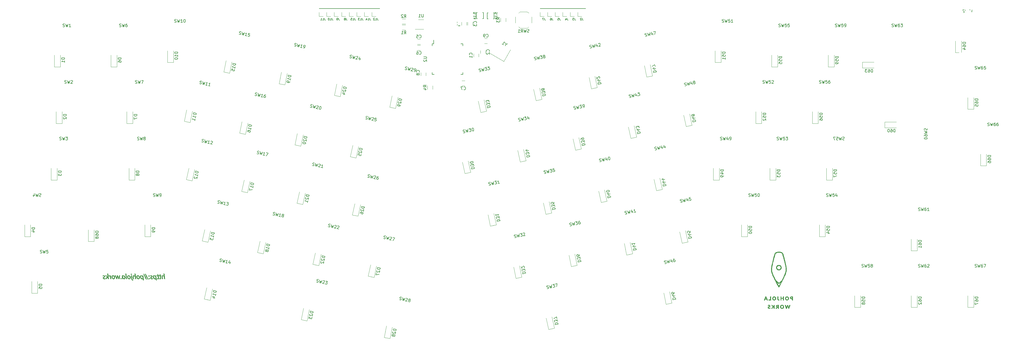
<source format=gbo>
G04 #@! TF.GenerationSoftware,KiCad,Pcbnew,(5.1.5-0-10_14)*
G04 #@! TF.CreationDate,2020-08-30T20:07:43+03:00*
G04 #@! TF.ProjectId,arisu,61726973-752e-46b6-9963-61645f706362,1.1*
G04 #@! TF.SameCoordinates,Original*
G04 #@! TF.FileFunction,Legend,Bot*
G04 #@! TF.FilePolarity,Positive*
%FSLAX46Y46*%
G04 Gerber Fmt 4.6, Leading zero omitted, Abs format (unit mm)*
G04 Created by KiCad (PCBNEW (5.1.5-0-10_14)) date 2020-08-30 20:07:43*
%MOMM*%
%LPD*%
G04 APERTURE LIST*
%ADD10C,0.010000*%
%ADD11C,0.120000*%
%ADD12C,0.150000*%
%ADD13C,0.160000*%
%ADD14C,2.102000*%
%ADD15R,2.102000X2.102000*%
%ADD16C,2.302000*%
%ADD17C,4.102000*%
%ADD18C,1.802000*%
%ADD19C,3.152000*%
%ADD20C,4.502000*%
%ADD21R,1.352000X1.602000*%
%ADD22R,1.602000X1.352000*%
%ADD23R,1.302000X1.002000*%
%ADD24C,0.100000*%
%ADD25R,1.002000X1.302000*%
%ADD26R,1.802000X1.802000*%
%ADD27R,1.602000X1.402000*%
%ADD28R,1.402000X1.602000*%
%ADD29R,1.802000X1.102000*%
%ADD30R,1.662000X0.752000*%
%ADD31R,0.652000X1.602000*%
%ADD32R,1.602000X0.652000*%
%ADD33R,1.702000X1.302000*%
%ADD34C,0.752000*%
%ADD35O,1.102000X2.202000*%
%ADD36O,1.102000X1.702000*%
G04 APERTURE END LIST*
D10*
G36*
X68947235Y-114428487D02*
G01*
X68892381Y-114477896D01*
X68859127Y-114545485D01*
X68854000Y-114584598D01*
X68871362Y-114658894D01*
X68916414Y-114713191D01*
X68978610Y-114743043D01*
X69047401Y-114744006D01*
X69112239Y-114711633D01*
X69125478Y-114699011D01*
X69161938Y-114634332D01*
X69166784Y-114562068D01*
X69144348Y-114493352D01*
X69098962Y-114439318D01*
X69034959Y-114411100D01*
X69012750Y-114409333D01*
X68947235Y-114428487D01*
G37*
X68947235Y-114428487D02*
X68892381Y-114477896D01*
X68859127Y-114545485D01*
X68854000Y-114584598D01*
X68871362Y-114658894D01*
X68916414Y-114713191D01*
X68978610Y-114743043D01*
X69047401Y-114744006D01*
X69112239Y-114711633D01*
X69125478Y-114699011D01*
X69161938Y-114634332D01*
X69166784Y-114562068D01*
X69144348Y-114493352D01*
X69098962Y-114439318D01*
X69034959Y-114411100D01*
X69012750Y-114409333D01*
X68947235Y-114428487D01*
G36*
X74915471Y-114998815D02*
G01*
X74858045Y-115043712D01*
X74815746Y-115101957D01*
X74801834Y-115153010D01*
X74820601Y-115225155D01*
X74869787Y-115280599D01*
X74938719Y-115312816D01*
X75016724Y-115315281D01*
X75050988Y-115305333D01*
X75081337Y-115277164D01*
X75112649Y-115226152D01*
X75135175Y-115170411D01*
X75140500Y-115139006D01*
X75124073Y-115097443D01*
X75083818Y-115048887D01*
X75033278Y-115006238D01*
X74985997Y-114982392D01*
X74974419Y-114980833D01*
X74915471Y-114998815D01*
G37*
X74915471Y-114998815D02*
X74858045Y-115043712D01*
X74815746Y-115101957D01*
X74801834Y-115153010D01*
X74820601Y-115225155D01*
X74869787Y-115280599D01*
X74938719Y-115312816D01*
X75016724Y-115315281D01*
X75050988Y-115305333D01*
X75081337Y-115277164D01*
X75112649Y-115226152D01*
X75135175Y-115170411D01*
X75140500Y-115139006D01*
X75124073Y-115097443D01*
X75083818Y-115048887D01*
X75033278Y-115006238D01*
X74985997Y-114982392D01*
X74974419Y-114980833D01*
X74915471Y-114998815D01*
G36*
X60985232Y-114391826D02*
G01*
X60944673Y-114403201D01*
X60937797Y-114414625D01*
X60940410Y-114442352D01*
X60947674Y-114505876D01*
X60958840Y-114599005D01*
X60973158Y-114715550D01*
X60989881Y-114849320D01*
X61001167Y-114938500D01*
X61018921Y-115078234D01*
X61034760Y-115203074D01*
X61047947Y-115307195D01*
X61057744Y-115384768D01*
X61063414Y-115429967D01*
X61064537Y-115439227D01*
X61047562Y-115437494D01*
X61025674Y-115432340D01*
X60997706Y-115414329D01*
X60946453Y-115371444D01*
X60878086Y-115309215D01*
X60798778Y-115233172D01*
X60756160Y-115190905D01*
X60525639Y-114959667D01*
X60250361Y-114959667D01*
X60520709Y-115230615D01*
X60791056Y-115501564D01*
X60660255Y-115722740D01*
X60600979Y-115822826D01*
X60541753Y-115922580D01*
X60490236Y-116009117D01*
X60459620Y-116060333D01*
X60389786Y-116176750D01*
X60507898Y-116183185D01*
X60578130Y-116185012D01*
X60632745Y-116182847D01*
X60652854Y-116179319D01*
X60672618Y-116158358D01*
X60709263Y-116107437D01*
X60758347Y-116033166D01*
X60815431Y-115942157D01*
X60845593Y-115892426D01*
X60917195Y-115776871D01*
X60975722Y-115690373D01*
X61019124Y-115635761D01*
X61045348Y-115615867D01*
X61046047Y-115615833D01*
X61063372Y-115623617D01*
X61077222Y-115651519D01*
X61089571Y-115706358D01*
X61102395Y-115794959D01*
X61105787Y-115822208D01*
X61118113Y-115921370D01*
X61129996Y-116013780D01*
X61139593Y-116085221D01*
X61142856Y-116107958D01*
X61154744Y-116187333D01*
X61407055Y-116187333D01*
X61394423Y-116107958D01*
X61388973Y-116068603D01*
X61379489Y-115994616D01*
X61366638Y-115891558D01*
X61351083Y-115764993D01*
X61333490Y-115620481D01*
X61314525Y-115463585D01*
X61294852Y-115299866D01*
X61275136Y-115134885D01*
X61256042Y-114974205D01*
X61238235Y-114823387D01*
X61222381Y-114687994D01*
X61209145Y-114573586D01*
X61199191Y-114485725D01*
X61193184Y-114429974D01*
X61191667Y-114412342D01*
X61171358Y-114397459D01*
X61112974Y-114389414D01*
X61064667Y-114388167D01*
X60985232Y-114391826D01*
G37*
X60985232Y-114391826D02*
X60944673Y-114403201D01*
X60937797Y-114414625D01*
X60940410Y-114442352D01*
X60947674Y-114505876D01*
X60958840Y-114599005D01*
X60973158Y-114715550D01*
X60989881Y-114849320D01*
X61001167Y-114938500D01*
X61018921Y-115078234D01*
X61034760Y-115203074D01*
X61047947Y-115307195D01*
X61057744Y-115384768D01*
X61063414Y-115429967D01*
X61064537Y-115439227D01*
X61047562Y-115437494D01*
X61025674Y-115432340D01*
X60997706Y-115414329D01*
X60946453Y-115371444D01*
X60878086Y-115309215D01*
X60798778Y-115233172D01*
X60756160Y-115190905D01*
X60525639Y-114959667D01*
X60250361Y-114959667D01*
X60520709Y-115230615D01*
X60791056Y-115501564D01*
X60660255Y-115722740D01*
X60600979Y-115822826D01*
X60541753Y-115922580D01*
X60490236Y-116009117D01*
X60459620Y-116060333D01*
X60389786Y-116176750D01*
X60507898Y-116183185D01*
X60578130Y-116185012D01*
X60632745Y-116182847D01*
X60652854Y-116179319D01*
X60672618Y-116158358D01*
X60709263Y-116107437D01*
X60758347Y-116033166D01*
X60815431Y-115942157D01*
X60845593Y-115892426D01*
X60917195Y-115776871D01*
X60975722Y-115690373D01*
X61019124Y-115635761D01*
X61045348Y-115615867D01*
X61046047Y-115615833D01*
X61063372Y-115623617D01*
X61077222Y-115651519D01*
X61089571Y-115706358D01*
X61102395Y-115794959D01*
X61105787Y-115822208D01*
X61118113Y-115921370D01*
X61129996Y-116013780D01*
X61139593Y-116085221D01*
X61142856Y-116107958D01*
X61154744Y-116187333D01*
X61407055Y-116187333D01*
X61394423Y-116107958D01*
X61388973Y-116068603D01*
X61379489Y-115994616D01*
X61366638Y-115891558D01*
X61351083Y-115764993D01*
X61333490Y-115620481D01*
X61314525Y-115463585D01*
X61294852Y-115299866D01*
X61275136Y-115134885D01*
X61256042Y-114974205D01*
X61238235Y-114823387D01*
X61222381Y-114687994D01*
X61209145Y-114573586D01*
X61199191Y-114485725D01*
X61193184Y-114429974D01*
X61191667Y-114412342D01*
X61171358Y-114397459D01*
X61112974Y-114389414D01*
X61064667Y-114388167D01*
X60985232Y-114391826D01*
G36*
X61463078Y-114947192D02*
G01*
X61436690Y-114976029D01*
X61430175Y-115032648D01*
X61435227Y-115091069D01*
X61449720Y-115207063D01*
X61550146Y-115197413D01*
X61611005Y-115194312D01*
X61653986Y-115203992D01*
X61696328Y-115233155D01*
X61735605Y-115269507D01*
X61794532Y-115337824D01*
X61842255Y-115421491D01*
X61880885Y-115526711D01*
X61912533Y-115659683D01*
X61939309Y-115826611D01*
X61947755Y-115892831D01*
X61983399Y-116187333D01*
X62106116Y-116187333D01*
X62184768Y-116183333D01*
X62223954Y-116171026D01*
X62229453Y-116160875D01*
X62227252Y-116133655D01*
X62220729Y-116070036D01*
X62210505Y-115975660D01*
X62197203Y-115856172D01*
X62181445Y-115717214D01*
X62163851Y-115564431D01*
X62161721Y-115546082D01*
X62093369Y-114957748D01*
X61986476Y-114963999D01*
X61879584Y-114970250D01*
X61883514Y-115232000D01*
X61826209Y-115154042D01*
X61731006Y-115044536D01*
X61634992Y-114972736D01*
X61540870Y-114940500D01*
X61513081Y-114938824D01*
X61463078Y-114947192D01*
G37*
X61463078Y-114947192D02*
X61436690Y-114976029D01*
X61430175Y-115032648D01*
X61435227Y-115091069D01*
X61449720Y-115207063D01*
X61550146Y-115197413D01*
X61611005Y-115194312D01*
X61653986Y-115203992D01*
X61696328Y-115233155D01*
X61735605Y-115269507D01*
X61794532Y-115337824D01*
X61842255Y-115421491D01*
X61880885Y-115526711D01*
X61912533Y-115659683D01*
X61939309Y-115826611D01*
X61947755Y-115892831D01*
X61983399Y-116187333D01*
X62106116Y-116187333D01*
X62184768Y-116183333D01*
X62223954Y-116171026D01*
X62229453Y-116160875D01*
X62227252Y-116133655D01*
X62220729Y-116070036D01*
X62210505Y-115975660D01*
X62197203Y-115856172D01*
X62181445Y-115717214D01*
X62163851Y-115564431D01*
X62161721Y-115546082D01*
X62093369Y-114957748D01*
X61986476Y-114963999D01*
X61879584Y-114970250D01*
X61883514Y-115232000D01*
X61826209Y-115154042D01*
X61731006Y-115044536D01*
X61634992Y-114972736D01*
X61540870Y-114940500D01*
X61513081Y-114938824D01*
X61463078Y-114947192D01*
G36*
X65010030Y-114964155D02*
G01*
X64966506Y-114976566D01*
X64952569Y-114989098D01*
X64946304Y-115018345D01*
X64935447Y-115082668D01*
X64921062Y-115175186D01*
X64904214Y-115289021D01*
X64885968Y-115417293D01*
X64883056Y-115438225D01*
X64865122Y-115564160D01*
X64848732Y-115672964D01*
X64834848Y-115758762D01*
X64824430Y-115815675D01*
X64818439Y-115837825D01*
X64817800Y-115837419D01*
X64807841Y-115812624D01*
X64783937Y-115754790D01*
X64748579Y-115669891D01*
X64704256Y-115563899D01*
X64653459Y-115442788D01*
X64632782Y-115393583D01*
X64454801Y-114970250D01*
X64229084Y-114970250D01*
X64161995Y-115361833D01*
X64140446Y-115490827D01*
X64121522Y-115610219D01*
X64106437Y-115711846D01*
X64096408Y-115787543D01*
X64092683Y-115827500D01*
X64090297Y-115861235D01*
X64084025Y-115867594D01*
X64071044Y-115842748D01*
X64048531Y-115782871D01*
X64038050Y-115753417D01*
X64011500Y-115680179D01*
X63973890Y-115578862D01*
X63929488Y-115460847D01*
X63882561Y-115337517D01*
X63863463Y-115287750D01*
X63741287Y-114970250D01*
X63620060Y-114963902D01*
X63554867Y-114961800D01*
X63510860Y-114962893D01*
X63498834Y-114965859D01*
X63506710Y-114986700D01*
X63529016Y-115041770D01*
X63563771Y-115126277D01*
X63608992Y-115235429D01*
X63662698Y-115364434D01*
X63722905Y-115508498D01*
X63750960Y-115575457D01*
X64003085Y-116176750D01*
X64119475Y-116183041D01*
X64159194Y-116186430D01*
X64189223Y-116188345D01*
X64211786Y-116183757D01*
X64229104Y-116167637D01*
X64243401Y-116134956D01*
X64256899Y-116080684D01*
X64271822Y-115999792D01*
X64290392Y-115887250D01*
X64314034Y-115742833D01*
X64333758Y-115627307D01*
X64352341Y-115524509D01*
X64368222Y-115442646D01*
X64379837Y-115389923D01*
X64383804Y-115376415D01*
X64394449Y-115374754D01*
X64414712Y-115402543D01*
X64445792Y-115462143D01*
X64488886Y-115555920D01*
X64545194Y-115686237D01*
X64566286Y-115736248D01*
X64617976Y-115858339D01*
X64665192Y-115967920D01*
X64705144Y-116058667D01*
X64735037Y-116124254D01*
X64752080Y-116158353D01*
X64753729Y-116160875D01*
X64785980Y-116176695D01*
X64844824Y-116186087D01*
X64877923Y-116187333D01*
X64947863Y-116182023D01*
X64986247Y-116167301D01*
X64990612Y-116160875D01*
X64996720Y-116132631D01*
X65008591Y-116069490D01*
X65025078Y-115978153D01*
X65045031Y-115865321D01*
X65067300Y-115737695D01*
X65090736Y-115601974D01*
X65114191Y-115464861D01*
X65136513Y-115333056D01*
X65156555Y-115213260D01*
X65173167Y-115112173D01*
X65185200Y-115036496D01*
X65191504Y-114992930D01*
X65192167Y-114985746D01*
X65173712Y-114969268D01*
X65127776Y-114960309D01*
X65068501Y-114958671D01*
X65010030Y-114964155D01*
G37*
X65010030Y-114964155D02*
X64966506Y-114976566D01*
X64952569Y-114989098D01*
X64946304Y-115018345D01*
X64935447Y-115082668D01*
X64921062Y-115175186D01*
X64904214Y-115289021D01*
X64885968Y-115417293D01*
X64883056Y-115438225D01*
X64865122Y-115564160D01*
X64848732Y-115672964D01*
X64834848Y-115758762D01*
X64824430Y-115815675D01*
X64818439Y-115837825D01*
X64817800Y-115837419D01*
X64807841Y-115812624D01*
X64783937Y-115754790D01*
X64748579Y-115669891D01*
X64704256Y-115563899D01*
X64653459Y-115442788D01*
X64632782Y-115393583D01*
X64454801Y-114970250D01*
X64229084Y-114970250D01*
X64161995Y-115361833D01*
X64140446Y-115490827D01*
X64121522Y-115610219D01*
X64106437Y-115711846D01*
X64096408Y-115787543D01*
X64092683Y-115827500D01*
X64090297Y-115861235D01*
X64084025Y-115867594D01*
X64071044Y-115842748D01*
X64048531Y-115782871D01*
X64038050Y-115753417D01*
X64011500Y-115680179D01*
X63973890Y-115578862D01*
X63929488Y-115460847D01*
X63882561Y-115337517D01*
X63863463Y-115287750D01*
X63741287Y-114970250D01*
X63620060Y-114963902D01*
X63554867Y-114961800D01*
X63510860Y-114962893D01*
X63498834Y-114965859D01*
X63506710Y-114986700D01*
X63529016Y-115041770D01*
X63563771Y-115126277D01*
X63608992Y-115235429D01*
X63662698Y-115364434D01*
X63722905Y-115508498D01*
X63750960Y-115575457D01*
X64003085Y-116176750D01*
X64119475Y-116183041D01*
X64159194Y-116186430D01*
X64189223Y-116188345D01*
X64211786Y-116183757D01*
X64229104Y-116167637D01*
X64243401Y-116134956D01*
X64256899Y-116080684D01*
X64271822Y-115999792D01*
X64290392Y-115887250D01*
X64314034Y-115742833D01*
X64333758Y-115627307D01*
X64352341Y-115524509D01*
X64368222Y-115442646D01*
X64379837Y-115389923D01*
X64383804Y-115376415D01*
X64394449Y-115374754D01*
X64414712Y-115402543D01*
X64445792Y-115462143D01*
X64488886Y-115555920D01*
X64545194Y-115686237D01*
X64566286Y-115736248D01*
X64617976Y-115858339D01*
X64665192Y-115967920D01*
X64705144Y-116058667D01*
X64735037Y-116124254D01*
X64752080Y-116158353D01*
X64753729Y-116160875D01*
X64785980Y-116176695D01*
X64844824Y-116186087D01*
X64877923Y-116187333D01*
X64947863Y-116182023D01*
X64986247Y-116167301D01*
X64990612Y-116160875D01*
X64996720Y-116132631D01*
X65008591Y-116069490D01*
X65025078Y-115978153D01*
X65045031Y-115865321D01*
X65067300Y-115737695D01*
X65090736Y-115601974D01*
X65114191Y-115464861D01*
X65136513Y-115333056D01*
X65156555Y-115213260D01*
X65173167Y-115112173D01*
X65185200Y-115036496D01*
X65191504Y-114992930D01*
X65192167Y-114985746D01*
X65173712Y-114969268D01*
X65127776Y-114960309D01*
X65068501Y-114958671D01*
X65010030Y-114964155D01*
G36*
X67086908Y-114389182D02*
G01*
X67049758Y-114394659D01*
X67036994Y-114408240D01*
X67039647Y-114433567D01*
X67040160Y-114435791D01*
X67045026Y-114466710D01*
X67054254Y-114534914D01*
X67067247Y-114635649D01*
X67083409Y-114764156D01*
X67102144Y-114915681D01*
X67122855Y-115085468D01*
X67144947Y-115268759D01*
X67152914Y-115335375D01*
X67254586Y-116187333D01*
X67376960Y-116187333D01*
X67446558Y-116185552D01*
X67483595Y-116178079D01*
X67497768Y-116161720D01*
X67499334Y-116147019D01*
X67496860Y-116117764D01*
X67489887Y-116052125D01*
X67479088Y-115955738D01*
X67465138Y-115834235D01*
X67448708Y-115693249D01*
X67430472Y-115538414D01*
X67411104Y-115375364D01*
X67391277Y-115209732D01*
X67371664Y-115047152D01*
X67352939Y-114893256D01*
X67335775Y-114753679D01*
X67320845Y-114634053D01*
X67308822Y-114540013D01*
X67300380Y-114477191D01*
X67297336Y-114456958D01*
X67289287Y-114419028D01*
X67274226Y-114398469D01*
X67241331Y-114389961D01*
X67179779Y-114388183D01*
X67157413Y-114388167D01*
X67086908Y-114389182D01*
G37*
X67086908Y-114389182D02*
X67049758Y-114394659D01*
X67036994Y-114408240D01*
X67039647Y-114433567D01*
X67040160Y-114435791D01*
X67045026Y-114466710D01*
X67054254Y-114534914D01*
X67067247Y-114635649D01*
X67083409Y-114764156D01*
X67102144Y-114915681D01*
X67122855Y-115085468D01*
X67144947Y-115268759D01*
X67152914Y-115335375D01*
X67254586Y-116187333D01*
X67376960Y-116187333D01*
X67446558Y-116185552D01*
X67483595Y-116178079D01*
X67497768Y-116161720D01*
X67499334Y-116147019D01*
X67496860Y-116117764D01*
X67489887Y-116052125D01*
X67479088Y-115955738D01*
X67465138Y-115834235D01*
X67448708Y-115693249D01*
X67430472Y-115538414D01*
X67411104Y-115375364D01*
X67391277Y-115209732D01*
X67371664Y-115047152D01*
X67352939Y-114893256D01*
X67335775Y-114753679D01*
X67320845Y-114634053D01*
X67308822Y-114540013D01*
X67300380Y-114477191D01*
X67297336Y-114456958D01*
X67289287Y-114419028D01*
X67274226Y-114398469D01*
X67241331Y-114389961D01*
X67179779Y-114388183D01*
X67157413Y-114388167D01*
X67086908Y-114389182D01*
G36*
X70204357Y-114390592D02*
G01*
X70158952Y-114396892D01*
X70145586Y-114404042D01*
X70148127Y-114429393D01*
X70154893Y-114489447D01*
X70165036Y-114576879D01*
X70177709Y-114684362D01*
X70187818Y-114769167D01*
X70201768Y-114886673D01*
X70213756Y-114989545D01*
X70222940Y-115070401D01*
X70228477Y-115121854D01*
X70229733Y-115136484D01*
X70215881Y-115134741D01*
X70180480Y-115110148D01*
X70155162Y-115088989D01*
X70031181Y-114999585D01*
X69907054Y-114950323D01*
X69804854Y-114938500D01*
X69735914Y-114941950D01*
X69687630Y-114957835D01*
X69640404Y-114994456D01*
X69615475Y-115018711D01*
X69578190Y-115060009D01*
X69550219Y-115103429D01*
X69531085Y-115154570D01*
X69520310Y-115219027D01*
X69517415Y-115302399D01*
X69521922Y-115410281D01*
X69533354Y-115548272D01*
X69551232Y-115721967D01*
X69553572Y-115743498D01*
X69601983Y-116187333D01*
X69868942Y-116187333D01*
X69858529Y-116129125D01*
X69850176Y-116074488D01*
X69838959Y-115990079D01*
X69825876Y-115884689D01*
X69811930Y-115767108D01*
X69798119Y-115646124D01*
X69785444Y-115530528D01*
X69774906Y-115429109D01*
X69767504Y-115350658D01*
X69764239Y-115303963D01*
X69764167Y-115299913D01*
X69782568Y-115227540D01*
X69830974Y-115174235D01*
X69899191Y-115150526D01*
X69909158Y-115150167D01*
X69986966Y-115169877D01*
X70066306Y-115224259D01*
X70141994Y-115306184D01*
X70208847Y-115408526D01*
X70261682Y-115524159D01*
X70295315Y-115645955D01*
X70301722Y-115689917D01*
X70311192Y-115773449D01*
X70323675Y-115878526D01*
X70336738Y-115984711D01*
X70338932Y-116002125D01*
X70362372Y-116187333D01*
X70486603Y-116187333D01*
X70552753Y-116184299D01*
X70597816Y-116176428D01*
X70610834Y-116167709D01*
X70608397Y-116143084D01*
X70601524Y-116081942D01*
X70590875Y-115989793D01*
X70577105Y-115872146D01*
X70560875Y-115734510D01*
X70542841Y-115582394D01*
X70523662Y-115421308D01*
X70503996Y-115256760D01*
X70484500Y-115094260D01*
X70465834Y-114939316D01*
X70448654Y-114797439D01*
X70433619Y-114674137D01*
X70421387Y-114574920D01*
X70412616Y-114505297D01*
X70409027Y-114478125D01*
X70396573Y-114388167D01*
X70270870Y-114388167D01*
X70204357Y-114390592D01*
G37*
X70204357Y-114390592D02*
X70158952Y-114396892D01*
X70145586Y-114404042D01*
X70148127Y-114429393D01*
X70154893Y-114489447D01*
X70165036Y-114576879D01*
X70177709Y-114684362D01*
X70187818Y-114769167D01*
X70201768Y-114886673D01*
X70213756Y-114989545D01*
X70222940Y-115070401D01*
X70228477Y-115121854D01*
X70229733Y-115136484D01*
X70215881Y-115134741D01*
X70180480Y-115110148D01*
X70155162Y-115088989D01*
X70031181Y-114999585D01*
X69907054Y-114950323D01*
X69804854Y-114938500D01*
X69735914Y-114941950D01*
X69687630Y-114957835D01*
X69640404Y-114994456D01*
X69615475Y-115018711D01*
X69578190Y-115060009D01*
X69550219Y-115103429D01*
X69531085Y-115154570D01*
X69520310Y-115219027D01*
X69517415Y-115302399D01*
X69521922Y-115410281D01*
X69533354Y-115548272D01*
X69551232Y-115721967D01*
X69553572Y-115743498D01*
X69601983Y-116187333D01*
X69868942Y-116187333D01*
X69858529Y-116129125D01*
X69850176Y-116074488D01*
X69838959Y-115990079D01*
X69825876Y-115884689D01*
X69811930Y-115767108D01*
X69798119Y-115646124D01*
X69785444Y-115530528D01*
X69774906Y-115429109D01*
X69767504Y-115350658D01*
X69764239Y-115303963D01*
X69764167Y-115299913D01*
X69782568Y-115227540D01*
X69830974Y-115174235D01*
X69899191Y-115150526D01*
X69909158Y-115150167D01*
X69986966Y-115169877D01*
X70066306Y-115224259D01*
X70141994Y-115306184D01*
X70208847Y-115408526D01*
X70261682Y-115524159D01*
X70295315Y-115645955D01*
X70301722Y-115689917D01*
X70311192Y-115773449D01*
X70323675Y-115878526D01*
X70336738Y-115984711D01*
X70338932Y-116002125D01*
X70362372Y-116187333D01*
X70486603Y-116187333D01*
X70552753Y-116184299D01*
X70597816Y-116176428D01*
X70610834Y-116167709D01*
X70608397Y-116143084D01*
X70601524Y-116081942D01*
X70590875Y-115989793D01*
X70577105Y-115872146D01*
X70560875Y-115734510D01*
X70542841Y-115582394D01*
X70523662Y-115421308D01*
X70503996Y-115256760D01*
X70484500Y-115094260D01*
X70465834Y-114939316D01*
X70448654Y-114797439D01*
X70433619Y-114674137D01*
X70421387Y-114574920D01*
X70412616Y-114505297D01*
X70409027Y-114478125D01*
X70396573Y-114388167D01*
X70270870Y-114388167D01*
X70204357Y-114390592D01*
G36*
X79891198Y-114478125D02*
G01*
X79908772Y-114612783D01*
X79925482Y-114745320D01*
X79940450Y-114868315D01*
X79952800Y-114974347D01*
X79961652Y-115055994D01*
X79966129Y-115105835D01*
X79966500Y-115114709D01*
X79961777Y-115133787D01*
X79943198Y-115129310D01*
X79904148Y-115098474D01*
X79882305Y-115079027D01*
X79772782Y-114997127D01*
X79663581Y-114952879D01*
X79545341Y-114942723D01*
X79526824Y-114943875D01*
X79419873Y-114968260D01*
X79340594Y-115023696D01*
X79286643Y-115112264D01*
X79267243Y-115174489D01*
X79258945Y-115218997D01*
X79254981Y-115270689D01*
X79255633Y-115336547D01*
X79261180Y-115423555D01*
X79271899Y-115538693D01*
X79287660Y-115685265D01*
X79305046Y-115843657D01*
X79318642Y-115964988D01*
X79330328Y-116054150D01*
X79341982Y-116116035D01*
X79355481Y-116155533D01*
X79372706Y-116177536D01*
X79395534Y-116186936D01*
X79425844Y-116188624D01*
X79465515Y-116187492D01*
X79480474Y-116187333D01*
X79550540Y-116186276D01*
X79587351Y-116180638D01*
X79599976Y-116166720D01*
X79597483Y-116140825D01*
X79597245Y-116139708D01*
X79591749Y-116104237D01*
X79582610Y-116034180D01*
X79570742Y-115937040D01*
X79557063Y-115820319D01*
X79542488Y-115691519D01*
X79542310Y-115689917D01*
X79525431Y-115529603D01*
X79515241Y-115406089D01*
X79512247Y-115314297D01*
X79516956Y-115249147D01*
X79529877Y-115205560D01*
X79551516Y-115178456D01*
X79582381Y-115162756D01*
X79595335Y-115159046D01*
X79672376Y-115154159D01*
X79747910Y-115181905D01*
X79829562Y-115245415D01*
X79846848Y-115262233D01*
X79910044Y-115336747D01*
X79960047Y-115423774D01*
X79999400Y-115530466D01*
X80030647Y-115663974D01*
X80056332Y-115831448D01*
X80060066Y-115861627D01*
X80072523Y-115966781D01*
X80082874Y-116057473D01*
X80090158Y-116125043D01*
X80093416Y-116160832D01*
X80093500Y-116163252D01*
X80113775Y-116178020D01*
X80171874Y-116186059D01*
X80220500Y-116187333D01*
X80292289Y-116185445D01*
X80331089Y-116177985D01*
X80346148Y-116162258D01*
X80347663Y-116150292D01*
X80345255Y-116120658D01*
X80338385Y-116054611D01*
X80327718Y-115957762D01*
X80313916Y-115835718D01*
X80297642Y-115694091D01*
X80279559Y-115538489D01*
X80260330Y-115374522D01*
X80240619Y-115207799D01*
X80237535Y-115181917D01*
X79987667Y-115181917D01*
X79977084Y-115192500D01*
X79966500Y-115181917D01*
X79977084Y-115171333D01*
X79987667Y-115181917D01*
X80237535Y-115181917D01*
X80221087Y-115043931D01*
X80202399Y-114888525D01*
X80185216Y-114747192D01*
X80170203Y-114625542D01*
X80158021Y-114529184D01*
X80149334Y-114463727D01*
X80145035Y-114435792D01*
X80135258Y-114409234D01*
X80113077Y-114394900D01*
X80067851Y-114389112D01*
X80007134Y-114388167D01*
X79879240Y-114388167D01*
X79891198Y-114478125D01*
G37*
X79891198Y-114478125D02*
X79908772Y-114612783D01*
X79925482Y-114745320D01*
X79940450Y-114868315D01*
X79952800Y-114974347D01*
X79961652Y-115055994D01*
X79966129Y-115105835D01*
X79966500Y-115114709D01*
X79961777Y-115133787D01*
X79943198Y-115129310D01*
X79904148Y-115098474D01*
X79882305Y-115079027D01*
X79772782Y-114997127D01*
X79663581Y-114952879D01*
X79545341Y-114942723D01*
X79526824Y-114943875D01*
X79419873Y-114968260D01*
X79340594Y-115023696D01*
X79286643Y-115112264D01*
X79267243Y-115174489D01*
X79258945Y-115218997D01*
X79254981Y-115270689D01*
X79255633Y-115336547D01*
X79261180Y-115423555D01*
X79271899Y-115538693D01*
X79287660Y-115685265D01*
X79305046Y-115843657D01*
X79318642Y-115964988D01*
X79330328Y-116054150D01*
X79341982Y-116116035D01*
X79355481Y-116155533D01*
X79372706Y-116177536D01*
X79395534Y-116186936D01*
X79425844Y-116188624D01*
X79465515Y-116187492D01*
X79480474Y-116187333D01*
X79550540Y-116186276D01*
X79587351Y-116180638D01*
X79599976Y-116166720D01*
X79597483Y-116140825D01*
X79597245Y-116139708D01*
X79591749Y-116104237D01*
X79582610Y-116034180D01*
X79570742Y-115937040D01*
X79557063Y-115820319D01*
X79542488Y-115691519D01*
X79542310Y-115689917D01*
X79525431Y-115529603D01*
X79515241Y-115406089D01*
X79512247Y-115314297D01*
X79516956Y-115249147D01*
X79529877Y-115205560D01*
X79551516Y-115178456D01*
X79582381Y-115162756D01*
X79595335Y-115159046D01*
X79672376Y-115154159D01*
X79747910Y-115181905D01*
X79829562Y-115245415D01*
X79846848Y-115262233D01*
X79910044Y-115336747D01*
X79960047Y-115423774D01*
X79999400Y-115530466D01*
X80030647Y-115663974D01*
X80056332Y-115831448D01*
X80060066Y-115861627D01*
X80072523Y-115966781D01*
X80082874Y-116057473D01*
X80090158Y-116125043D01*
X80093416Y-116160832D01*
X80093500Y-116163252D01*
X80113775Y-116178020D01*
X80171874Y-116186059D01*
X80220500Y-116187333D01*
X80292289Y-116185445D01*
X80331089Y-116177985D01*
X80346148Y-116162258D01*
X80347663Y-116150292D01*
X80345255Y-116120658D01*
X80338385Y-116054611D01*
X80327718Y-115957762D01*
X80313916Y-115835718D01*
X80297642Y-115694091D01*
X80279559Y-115538489D01*
X80260330Y-115374522D01*
X80240619Y-115207799D01*
X80237535Y-115181917D01*
X79987667Y-115181917D01*
X79977084Y-115192500D01*
X79966500Y-115181917D01*
X79977084Y-115171333D01*
X79987667Y-115181917D01*
X80237535Y-115181917D01*
X80221087Y-115043931D01*
X80202399Y-114888525D01*
X80185216Y-114747192D01*
X80170203Y-114625542D01*
X80158021Y-114529184D01*
X80149334Y-114463727D01*
X80145035Y-114435792D01*
X80135258Y-114409234D01*
X80113077Y-114394900D01*
X80067851Y-114389112D01*
X80007134Y-114388167D01*
X79879240Y-114388167D01*
X79891198Y-114478125D01*
G36*
X59640407Y-114946114D02*
G01*
X59525652Y-114972344D01*
X59433078Y-115018326D01*
X59412266Y-115035018D01*
X59380667Y-115068168D01*
X59376216Y-115095900D01*
X59400218Y-115132102D01*
X59423835Y-115158301D01*
X59476336Y-115214951D01*
X59560575Y-115171975D01*
X59662494Y-115136082D01*
X59761169Y-115129939D01*
X59847971Y-115151782D01*
X59914270Y-115199851D01*
X59944732Y-115250410D01*
X59952095Y-115307382D01*
X59925954Y-115358597D01*
X59863445Y-115407251D01*
X59761708Y-115456539D01*
X59759112Y-115457612D01*
X59625405Y-115524288D01*
X59532092Y-115598065D01*
X59477608Y-115680417D01*
X59462567Y-115736988D01*
X59467195Y-115853256D01*
X59508163Y-115966392D01*
X59579928Y-116067108D01*
X59676946Y-116146115D01*
X59720402Y-116169024D01*
X59810196Y-116195048D01*
X59920697Y-116206294D01*
X60033698Y-116202520D01*
X60130992Y-116183484D01*
X60154349Y-116174782D01*
X60218124Y-116140571D01*
X60272581Y-116101044D01*
X60275347Y-116098505D01*
X60322413Y-116054289D01*
X60279349Y-115993811D01*
X60232888Y-115947402D01*
X60179898Y-115936620D01*
X60112227Y-115960696D01*
X60086220Y-115975587D01*
X60000548Y-116007915D01*
X59900234Y-116017140D01*
X59806585Y-116001947D01*
X59786510Y-115994087D01*
X59731385Y-115947990D01*
X59699288Y-115879481D01*
X59697122Y-115805290D01*
X59701761Y-115788670D01*
X59722946Y-115753825D01*
X59765405Y-115720636D01*
X59837083Y-115683571D01*
X59879775Y-115664672D01*
X60001999Y-115606734D01*
X60087805Y-115550636D01*
X60142282Y-115489898D01*
X60170523Y-115418042D01*
X60177615Y-115328587D01*
X60175771Y-115287853D01*
X60149688Y-115191272D01*
X60090613Y-115099157D01*
X60007512Y-115021594D01*
X59909352Y-114968672D01*
X59885204Y-114960939D01*
X59764528Y-114941644D01*
X59640407Y-114946114D01*
G37*
X59640407Y-114946114D02*
X59525652Y-114972344D01*
X59433078Y-115018326D01*
X59412266Y-115035018D01*
X59380667Y-115068168D01*
X59376216Y-115095900D01*
X59400218Y-115132102D01*
X59423835Y-115158301D01*
X59476336Y-115214951D01*
X59560575Y-115171975D01*
X59662494Y-115136082D01*
X59761169Y-115129939D01*
X59847971Y-115151782D01*
X59914270Y-115199851D01*
X59944732Y-115250410D01*
X59952095Y-115307382D01*
X59925954Y-115358597D01*
X59863445Y-115407251D01*
X59761708Y-115456539D01*
X59759112Y-115457612D01*
X59625405Y-115524288D01*
X59532092Y-115598065D01*
X59477608Y-115680417D01*
X59462567Y-115736988D01*
X59467195Y-115853256D01*
X59508163Y-115966392D01*
X59579928Y-116067108D01*
X59676946Y-116146115D01*
X59720402Y-116169024D01*
X59810196Y-116195048D01*
X59920697Y-116206294D01*
X60033698Y-116202520D01*
X60130992Y-116183484D01*
X60154349Y-116174782D01*
X60218124Y-116140571D01*
X60272581Y-116101044D01*
X60275347Y-116098505D01*
X60322413Y-116054289D01*
X60279349Y-115993811D01*
X60232888Y-115947402D01*
X60179898Y-115936620D01*
X60112227Y-115960696D01*
X60086220Y-115975587D01*
X60000548Y-116007915D01*
X59900234Y-116017140D01*
X59806585Y-116001947D01*
X59786510Y-115994087D01*
X59731385Y-115947990D01*
X59699288Y-115879481D01*
X59697122Y-115805290D01*
X59701761Y-115788670D01*
X59722946Y-115753825D01*
X59765405Y-115720636D01*
X59837083Y-115683571D01*
X59879775Y-115664672D01*
X60001999Y-115606734D01*
X60087805Y-115550636D01*
X60142282Y-115489898D01*
X60170523Y-115418042D01*
X60177615Y-115328587D01*
X60175771Y-115287853D01*
X60149688Y-115191272D01*
X60090613Y-115099157D01*
X60007512Y-115021594D01*
X59909352Y-114968672D01*
X59885204Y-114960939D01*
X59764528Y-114941644D01*
X59640407Y-114946114D01*
G36*
X62738555Y-114946909D02*
G01*
X62628197Y-114985712D01*
X62532084Y-115053790D01*
X62455632Y-115151433D01*
X62409558Y-115259884D01*
X62380775Y-115419664D01*
X62386337Y-115578162D01*
X62422779Y-115730027D01*
X62486640Y-115869905D01*
X62574455Y-115992441D01*
X62682762Y-116092284D01*
X62808097Y-116164078D01*
X62946996Y-116202472D01*
X63022584Y-116207465D01*
X63103793Y-116202430D01*
X63177546Y-116190142D01*
X63213084Y-116179128D01*
X63283091Y-116133438D01*
X63355372Y-116062354D01*
X63417403Y-115980148D01*
X63456415Y-115901842D01*
X63470160Y-115829393D01*
X63475573Y-115726664D01*
X63474502Y-115674243D01*
X63225157Y-115674243D01*
X63220887Y-115784590D01*
X63200233Y-115872984D01*
X63192963Y-115888977D01*
X63134774Y-115962651D01*
X63056104Y-115999664D01*
X62958252Y-115999652D01*
X62877431Y-115976812D01*
X62819404Y-115937573D01*
X62760294Y-115869169D01*
X62709299Y-115783500D01*
X62687040Y-115730517D01*
X62646770Y-115579301D01*
X62635529Y-115440677D01*
X62653069Y-115320664D01*
X62699142Y-115225280D01*
X62708247Y-115213767D01*
X62750915Y-115172216D01*
X62798019Y-115153862D01*
X62857925Y-115150167D01*
X62964032Y-115166471D01*
X63052190Y-115217397D01*
X63126915Y-115305960D01*
X63150197Y-115345427D01*
X63188758Y-115441268D01*
X63214096Y-115555338D01*
X63225157Y-115674243D01*
X63474502Y-115674243D01*
X63473742Y-115637099D01*
X63466164Y-115533312D01*
X63452238Y-115453862D01*
X63427688Y-115380804D01*
X63396412Y-115312638D01*
X63314369Y-115181875D01*
X63214062Y-115078650D01*
X63100909Y-115003251D01*
X62980329Y-114955968D01*
X62857738Y-114937091D01*
X62738555Y-114946909D01*
G37*
X62738555Y-114946909D02*
X62628197Y-114985712D01*
X62532084Y-115053790D01*
X62455632Y-115151433D01*
X62409558Y-115259884D01*
X62380775Y-115419664D01*
X62386337Y-115578162D01*
X62422779Y-115730027D01*
X62486640Y-115869905D01*
X62574455Y-115992441D01*
X62682762Y-116092284D01*
X62808097Y-116164078D01*
X62946996Y-116202472D01*
X63022584Y-116207465D01*
X63103793Y-116202430D01*
X63177546Y-116190142D01*
X63213084Y-116179128D01*
X63283091Y-116133438D01*
X63355372Y-116062354D01*
X63417403Y-115980148D01*
X63456415Y-115901842D01*
X63470160Y-115829393D01*
X63475573Y-115726664D01*
X63474502Y-115674243D01*
X63225157Y-115674243D01*
X63220887Y-115784590D01*
X63200233Y-115872984D01*
X63192963Y-115888977D01*
X63134774Y-115962651D01*
X63056104Y-115999664D01*
X62958252Y-115999652D01*
X62877431Y-115976812D01*
X62819404Y-115937573D01*
X62760294Y-115869169D01*
X62709299Y-115783500D01*
X62687040Y-115730517D01*
X62646770Y-115579301D01*
X62635529Y-115440677D01*
X62653069Y-115320664D01*
X62699142Y-115225280D01*
X62708247Y-115213767D01*
X62750915Y-115172216D01*
X62798019Y-115153862D01*
X62857925Y-115150167D01*
X62964032Y-115166471D01*
X63052190Y-115217397D01*
X63126915Y-115305960D01*
X63150197Y-115345427D01*
X63188758Y-115441268D01*
X63214096Y-115555338D01*
X63225157Y-115674243D01*
X63474502Y-115674243D01*
X63473742Y-115637099D01*
X63466164Y-115533312D01*
X63452238Y-115453862D01*
X63427688Y-115380804D01*
X63396412Y-115312638D01*
X63314369Y-115181875D01*
X63214062Y-115078650D01*
X63100909Y-115003251D01*
X62980329Y-114955968D01*
X62857738Y-114937091D01*
X62738555Y-114946909D01*
G36*
X65496360Y-115897523D02*
G01*
X65439699Y-115934256D01*
X65424554Y-115955335D01*
X65403708Y-116029063D01*
X65415402Y-116097860D01*
X65452027Y-116155424D01*
X65505973Y-116195447D01*
X65569632Y-116211626D01*
X65635395Y-116197655D01*
X65679000Y-116166167D01*
X65717281Y-116101239D01*
X65722300Y-116026842D01*
X65696271Y-115956609D01*
X65641406Y-115904172D01*
X65636002Y-115901239D01*
X65567425Y-115885077D01*
X65496360Y-115897523D01*
G37*
X65496360Y-115897523D02*
X65439699Y-115934256D01*
X65424554Y-115955335D01*
X65403708Y-116029063D01*
X65415402Y-116097860D01*
X65452027Y-116155424D01*
X65505973Y-116195447D01*
X65569632Y-116211626D01*
X65635395Y-116197655D01*
X65679000Y-116166167D01*
X65717281Y-116101239D01*
X65722300Y-116026842D01*
X65696271Y-115956609D01*
X65641406Y-115904172D01*
X65636002Y-115901239D01*
X65567425Y-115885077D01*
X65496360Y-115897523D01*
G36*
X66044481Y-114950139D02*
G01*
X65961714Y-114965434D01*
X65902044Y-114986014D01*
X65878710Y-115004222D01*
X65878256Y-115029062D01*
X65882416Y-115090363D01*
X65890658Y-115182569D01*
X65902446Y-115300120D01*
X65917249Y-115437461D01*
X65934532Y-115589032D01*
X65936354Y-115604569D01*
X66004864Y-116187333D01*
X66104251Y-116187333D01*
X66169027Y-116183112D01*
X66206692Y-116164595D01*
X66224390Y-116123004D01*
X66229266Y-116049558D01*
X66229334Y-116033625D01*
X66229334Y-115946880D01*
X66305691Y-116036087D01*
X66366182Y-116096458D01*
X66433385Y-116148815D01*
X66463598Y-116166897D01*
X66544276Y-116194174D01*
X66638656Y-116206489D01*
X66725974Y-116201966D01*
X66758500Y-116193551D01*
X66840446Y-116141716D01*
X66904259Y-116055359D01*
X66947048Y-115939454D01*
X66963100Y-115841732D01*
X66961249Y-115728743D01*
X66704946Y-115728743D01*
X66704202Y-115813450D01*
X66699057Y-115867553D01*
X66686339Y-115902760D01*
X66662878Y-115930783D01*
X66646195Y-115945701D01*
X66577750Y-115988110D01*
X66509946Y-115991354D01*
X66441633Y-115962090D01*
X66375477Y-115903524D01*
X66311234Y-115811357D01*
X66252839Y-115694273D01*
X66204222Y-115560957D01*
X66169317Y-115420091D01*
X66156169Y-115331686D01*
X66146799Y-115253976D01*
X66137300Y-115191224D01*
X66129739Y-115157061D01*
X66138330Y-115137124D01*
X66177225Y-115128816D01*
X66236217Y-115131485D01*
X66305098Y-115144480D01*
X66373660Y-115167149D01*
X66388066Y-115173547D01*
X66510876Y-115253622D01*
X66605448Y-115363365D01*
X66669730Y-115499183D01*
X66701671Y-115657483D01*
X66704946Y-115728743D01*
X66961249Y-115728743D01*
X66960064Y-115656508D01*
X66917870Y-115480238D01*
X66839511Y-115318487D01*
X66727980Y-115176819D01*
X66586273Y-115060799D01*
X66522859Y-115023377D01*
X66429141Y-114979423D01*
X66341686Y-114954845D01*
X66236455Y-114942899D01*
X66235879Y-114942862D01*
X66139489Y-114941993D01*
X66044481Y-114950139D01*
G37*
X66044481Y-114950139D02*
X65961714Y-114965434D01*
X65902044Y-114986014D01*
X65878710Y-115004222D01*
X65878256Y-115029062D01*
X65882416Y-115090363D01*
X65890658Y-115182569D01*
X65902446Y-115300120D01*
X65917249Y-115437461D01*
X65934532Y-115589032D01*
X65936354Y-115604569D01*
X66004864Y-116187333D01*
X66104251Y-116187333D01*
X66169027Y-116183112D01*
X66206692Y-116164595D01*
X66224390Y-116123004D01*
X66229266Y-116049558D01*
X66229334Y-116033625D01*
X66229334Y-115946880D01*
X66305691Y-116036087D01*
X66366182Y-116096458D01*
X66433385Y-116148815D01*
X66463598Y-116166897D01*
X66544276Y-116194174D01*
X66638656Y-116206489D01*
X66725974Y-116201966D01*
X66758500Y-116193551D01*
X66840446Y-116141716D01*
X66904259Y-116055359D01*
X66947048Y-115939454D01*
X66963100Y-115841732D01*
X66961249Y-115728743D01*
X66704946Y-115728743D01*
X66704202Y-115813450D01*
X66699057Y-115867553D01*
X66686339Y-115902760D01*
X66662878Y-115930783D01*
X66646195Y-115945701D01*
X66577750Y-115988110D01*
X66509946Y-115991354D01*
X66441633Y-115962090D01*
X66375477Y-115903524D01*
X66311234Y-115811357D01*
X66252839Y-115694273D01*
X66204222Y-115560957D01*
X66169317Y-115420091D01*
X66156169Y-115331686D01*
X66146799Y-115253976D01*
X66137300Y-115191224D01*
X66129739Y-115157061D01*
X66138330Y-115137124D01*
X66177225Y-115128816D01*
X66236217Y-115131485D01*
X66305098Y-115144480D01*
X66373660Y-115167149D01*
X66388066Y-115173547D01*
X66510876Y-115253622D01*
X66605448Y-115363365D01*
X66669730Y-115499183D01*
X66701671Y-115657483D01*
X66704946Y-115728743D01*
X66961249Y-115728743D01*
X66960064Y-115656508D01*
X66917870Y-115480238D01*
X66839511Y-115318487D01*
X66727980Y-115176819D01*
X66586273Y-115060799D01*
X66522859Y-115023377D01*
X66429141Y-114979423D01*
X66341686Y-114954845D01*
X66236455Y-114942899D01*
X66235879Y-114942862D01*
X66139489Y-114941993D01*
X66044481Y-114950139D01*
G36*
X68049631Y-114946570D02*
G01*
X67929061Y-114981539D01*
X67823263Y-115046999D01*
X67739043Y-115142484D01*
X67718878Y-115177152D01*
X67673670Y-115306522D01*
X67659855Y-115452664D01*
X67675368Y-115606411D01*
X67718146Y-115758596D01*
X67786126Y-115900053D01*
X67877244Y-116021615D01*
X67917836Y-116060975D01*
X68036552Y-116141263D01*
X68170235Y-116190991D01*
X68308811Y-116208320D01*
X68442202Y-116191407D01*
X68506178Y-116168467D01*
X68596775Y-116106352D01*
X68674564Y-116012885D01*
X68731749Y-115898747D01*
X68751227Y-115832678D01*
X68760181Y-115735526D01*
X68510797Y-115735526D01*
X68490869Y-115842429D01*
X68448642Y-115925531D01*
X68386648Y-115981261D01*
X68307421Y-116006045D01*
X68213492Y-115996312D01*
X68123750Y-115958101D01*
X68070116Y-115910321D01*
X68015220Y-115830121D01*
X67996750Y-115795530D01*
X67962531Y-115719653D01*
X67941979Y-115649581D01*
X67931110Y-115567813D01*
X67926935Y-115488833D01*
X67929622Y-115359982D01*
X67949472Y-115265928D01*
X67988607Y-115201898D01*
X68049146Y-115163119D01*
X68075319Y-115154750D01*
X68180863Y-115146622D01*
X68276744Y-115178308D01*
X68360521Y-115247910D01*
X68429754Y-115353530D01*
X68473628Y-115464604D01*
X68505894Y-115608394D01*
X68510797Y-115735526D01*
X68760181Y-115735526D01*
X68764855Y-115684827D01*
X68745983Y-115526430D01*
X68698061Y-115369299D01*
X68624535Y-115225250D01*
X68543497Y-115120881D01*
X68431904Y-115029246D01*
X68307858Y-114969959D01*
X68178165Y-114942555D01*
X68049631Y-114946570D01*
G37*
X68049631Y-114946570D02*
X67929061Y-114981539D01*
X67823263Y-115046999D01*
X67739043Y-115142484D01*
X67718878Y-115177152D01*
X67673670Y-115306522D01*
X67659855Y-115452664D01*
X67675368Y-115606411D01*
X67718146Y-115758596D01*
X67786126Y-115900053D01*
X67877244Y-116021615D01*
X67917836Y-116060975D01*
X68036552Y-116141263D01*
X68170235Y-116190991D01*
X68308811Y-116208320D01*
X68442202Y-116191407D01*
X68506178Y-116168467D01*
X68596775Y-116106352D01*
X68674564Y-116012885D01*
X68731749Y-115898747D01*
X68751227Y-115832678D01*
X68760181Y-115735526D01*
X68510797Y-115735526D01*
X68490869Y-115842429D01*
X68448642Y-115925531D01*
X68386648Y-115981261D01*
X68307421Y-116006045D01*
X68213492Y-115996312D01*
X68123750Y-115958101D01*
X68070116Y-115910321D01*
X68015220Y-115830121D01*
X67996750Y-115795530D01*
X67962531Y-115719653D01*
X67941979Y-115649581D01*
X67931110Y-115567813D01*
X67926935Y-115488833D01*
X67929622Y-115359982D01*
X67949472Y-115265928D01*
X67988607Y-115201898D01*
X68049146Y-115163119D01*
X68075319Y-115154750D01*
X68180863Y-115146622D01*
X68276744Y-115178308D01*
X68360521Y-115247910D01*
X68429754Y-115353530D01*
X68473628Y-115464604D01*
X68505894Y-115608394D01*
X68510797Y-115735526D01*
X68760181Y-115735526D01*
X68764855Y-115684827D01*
X68745983Y-115526430D01*
X68698061Y-115369299D01*
X68624535Y-115225250D01*
X68543497Y-115120881D01*
X68431904Y-115029246D01*
X68307858Y-114969959D01*
X68178165Y-114942555D01*
X68049631Y-114946570D01*
G36*
X71071866Y-114960598D02*
G01*
X70962994Y-115011279D01*
X70876068Y-115093101D01*
X70812467Y-115200204D01*
X70773570Y-115326729D01*
X70760757Y-115466816D01*
X70775405Y-115614605D01*
X70818893Y-115764235D01*
X70861206Y-115855850D01*
X70920758Y-115944644D01*
X71000203Y-116032483D01*
X71088433Y-116109206D01*
X71174340Y-116164649D01*
X71218915Y-116183109D01*
X71314111Y-116201492D01*
X71420675Y-116206627D01*
X71521090Y-116198699D01*
X71595084Y-116179128D01*
X71669514Y-116130282D01*
X71743291Y-116055106D01*
X71804334Y-115968033D01*
X71839673Y-115886908D01*
X71850686Y-115819530D01*
X71856372Y-115728091D01*
X71855687Y-115634236D01*
X71601144Y-115634236D01*
X71600415Y-115769940D01*
X71579491Y-115871493D01*
X71537014Y-115942658D01*
X71474168Y-115986110D01*
X71421608Y-116008082D01*
X71387164Y-116015013D01*
X71349771Y-116007892D01*
X71307201Y-115993953D01*
X71208106Y-115939205D01*
X71126220Y-115849691D01*
X71064659Y-115730563D01*
X71026538Y-115586973D01*
X71017828Y-115515347D01*
X71018723Y-115409058D01*
X71036386Y-115310159D01*
X71067660Y-115229367D01*
X71109385Y-115177397D01*
X71119285Y-115171092D01*
X71189404Y-115152154D01*
X71276928Y-115153301D01*
X71362837Y-115173041D01*
X71406356Y-115193595D01*
X71479716Y-115261757D01*
X71538944Y-115363020D01*
X71580563Y-115489511D01*
X71601093Y-115633360D01*
X71601144Y-115634236D01*
X71855687Y-115634236D01*
X71855660Y-115630651D01*
X71855295Y-115623146D01*
X71829364Y-115452230D01*
X71773005Y-115299932D01*
X71690379Y-115169772D01*
X71585647Y-115065268D01*
X71462970Y-114989940D01*
X71326510Y-114947307D01*
X71180427Y-114940888D01*
X71071866Y-114960598D01*
G37*
X71071866Y-114960598D02*
X70962994Y-115011279D01*
X70876068Y-115093101D01*
X70812467Y-115200204D01*
X70773570Y-115326729D01*
X70760757Y-115466816D01*
X70775405Y-115614605D01*
X70818893Y-115764235D01*
X70861206Y-115855850D01*
X70920758Y-115944644D01*
X71000203Y-116032483D01*
X71088433Y-116109206D01*
X71174340Y-116164649D01*
X71218915Y-116183109D01*
X71314111Y-116201492D01*
X71420675Y-116206627D01*
X71521090Y-116198699D01*
X71595084Y-116179128D01*
X71669514Y-116130282D01*
X71743291Y-116055106D01*
X71804334Y-115968033D01*
X71839673Y-115886908D01*
X71850686Y-115819530D01*
X71856372Y-115728091D01*
X71855687Y-115634236D01*
X71601144Y-115634236D01*
X71600415Y-115769940D01*
X71579491Y-115871493D01*
X71537014Y-115942658D01*
X71474168Y-115986110D01*
X71421608Y-116008082D01*
X71387164Y-116015013D01*
X71349771Y-116007892D01*
X71307201Y-115993953D01*
X71208106Y-115939205D01*
X71126220Y-115849691D01*
X71064659Y-115730563D01*
X71026538Y-115586973D01*
X71017828Y-115515347D01*
X71018723Y-115409058D01*
X71036386Y-115310159D01*
X71067660Y-115229367D01*
X71109385Y-115177397D01*
X71119285Y-115171092D01*
X71189404Y-115152154D01*
X71276928Y-115153301D01*
X71362837Y-115173041D01*
X71406356Y-115193595D01*
X71479716Y-115261757D01*
X71538944Y-115363020D01*
X71580563Y-115489511D01*
X71601093Y-115633360D01*
X71601144Y-115634236D01*
X71855687Y-115634236D01*
X71855660Y-115630651D01*
X71855295Y-115623146D01*
X71829364Y-115452230D01*
X71773005Y-115299932D01*
X71690379Y-115169772D01*
X71585647Y-115065268D01*
X71462970Y-114989940D01*
X71326510Y-114947307D01*
X71180427Y-114940888D01*
X71071866Y-114960598D01*
G36*
X75013859Y-115894047D02*
G01*
X74947559Y-115933467D01*
X74913808Y-115996879D01*
X74907667Y-116055252D01*
X74926282Y-116122290D01*
X74974142Y-116173835D01*
X75039274Y-116204038D01*
X75109704Y-116207051D01*
X75167252Y-116182042D01*
X75216810Y-116123227D01*
X75232729Y-116056062D01*
X75219826Y-115989586D01*
X75182916Y-115932844D01*
X75126816Y-115894876D01*
X75056343Y-115884727D01*
X75013859Y-115894047D01*
G37*
X75013859Y-115894047D02*
X74947559Y-115933467D01*
X74913808Y-115996879D01*
X74907667Y-116055252D01*
X74926282Y-116122290D01*
X74974142Y-116173835D01*
X75039274Y-116204038D01*
X75109704Y-116207051D01*
X75167252Y-116182042D01*
X75216810Y-116123227D01*
X75232729Y-116056062D01*
X75219826Y-115989586D01*
X75182916Y-115932844D01*
X75126816Y-115894876D01*
X75056343Y-115884727D01*
X75013859Y-115894047D01*
G36*
X75596975Y-114947837D02*
G01*
X75481392Y-114985266D01*
X75479701Y-114986125D01*
X75402330Y-115031820D01*
X75363728Y-115072462D01*
X75361544Y-115113068D01*
X75393430Y-115158656D01*
X75397144Y-115162431D01*
X75452199Y-115217486D01*
X75538923Y-115173243D01*
X75637689Y-115137939D01*
X75732536Y-115130577D01*
X75815838Y-115148717D01*
X75879968Y-115189918D01*
X75917299Y-115251739D01*
X75923667Y-115296375D01*
X75903480Y-115347085D01*
X75846142Y-115399286D01*
X75756489Y-115449063D01*
X75712000Y-115467675D01*
X75587305Y-115527628D01*
X75501681Y-115597485D01*
X75452426Y-115680294D01*
X75436834Y-115777915D01*
X75449948Y-115892190D01*
X75493466Y-115988462D01*
X75549257Y-116057626D01*
X75651445Y-116141222D01*
X75770261Y-116190379D01*
X75912738Y-116207916D01*
X75924474Y-116208035D01*
X76030193Y-116201769D01*
X76114927Y-116179485D01*
X76155966Y-116160875D01*
X76231251Y-116116456D01*
X76269186Y-116076275D01*
X76273391Y-116033903D01*
X76252196Y-115989901D01*
X76207259Y-115945296D01*
X76151383Y-115937161D01*
X76079200Y-115965115D01*
X76060321Y-115976241D01*
X75969582Y-116014561D01*
X75878706Y-116022917D01*
X75795625Y-116004612D01*
X75728275Y-115962950D01*
X75684587Y-115901234D01*
X75672496Y-115822768D01*
X75673221Y-115815061D01*
X75680867Y-115783591D01*
X75700664Y-115756677D01*
X75740131Y-115728304D01*
X75806787Y-115692454D01*
X75857907Y-115667301D01*
X75983196Y-115600083D01*
X76071183Y-115536384D01*
X76126139Y-115471746D01*
X76152337Y-115401711D01*
X76156036Y-115356208D01*
X76136281Y-115233593D01*
X76082533Y-115122933D01*
X76001109Y-115032806D01*
X75898325Y-114971794D01*
X75864802Y-114960598D01*
X75729621Y-114939293D01*
X75596975Y-114947837D01*
G37*
X75596975Y-114947837D02*
X75481392Y-114985266D01*
X75479701Y-114986125D01*
X75402330Y-115031820D01*
X75363728Y-115072462D01*
X75361544Y-115113068D01*
X75393430Y-115158656D01*
X75397144Y-115162431D01*
X75452199Y-115217486D01*
X75538923Y-115173243D01*
X75637689Y-115137939D01*
X75732536Y-115130577D01*
X75815838Y-115148717D01*
X75879968Y-115189918D01*
X75917299Y-115251739D01*
X75923667Y-115296375D01*
X75903480Y-115347085D01*
X75846142Y-115399286D01*
X75756489Y-115449063D01*
X75712000Y-115467675D01*
X75587305Y-115527628D01*
X75501681Y-115597485D01*
X75452426Y-115680294D01*
X75436834Y-115777915D01*
X75449948Y-115892190D01*
X75493466Y-115988462D01*
X75549257Y-116057626D01*
X75651445Y-116141222D01*
X75770261Y-116190379D01*
X75912738Y-116207916D01*
X75924474Y-116208035D01*
X76030193Y-116201769D01*
X76114927Y-116179485D01*
X76155966Y-116160875D01*
X76231251Y-116116456D01*
X76269186Y-116076275D01*
X76273391Y-116033903D01*
X76252196Y-115989901D01*
X76207259Y-115945296D01*
X76151383Y-115937161D01*
X76079200Y-115965115D01*
X76060321Y-115976241D01*
X75969582Y-116014561D01*
X75878706Y-116022917D01*
X75795625Y-116004612D01*
X75728275Y-115962950D01*
X75684587Y-115901234D01*
X75672496Y-115822768D01*
X75673221Y-115815061D01*
X75680867Y-115783591D01*
X75700664Y-115756677D01*
X75740131Y-115728304D01*
X75806787Y-115692454D01*
X75857907Y-115667301D01*
X75983196Y-115600083D01*
X76071183Y-115536384D01*
X76126139Y-115471746D01*
X76152337Y-115401711D01*
X76156036Y-115356208D01*
X76136281Y-115233593D01*
X76082533Y-115122933D01*
X76001109Y-115032806D01*
X75898325Y-114971794D01*
X75864802Y-114960598D01*
X75729621Y-114939293D01*
X75596975Y-114947837D01*
G36*
X78584356Y-114647458D02*
G01*
X78593459Y-114721911D01*
X78604656Y-114811949D01*
X78610677Y-114859767D01*
X78626170Y-114982118D01*
X78382177Y-114976184D01*
X78138185Y-114970250D01*
X78090906Y-114782017D01*
X78067083Y-114696929D01*
X78043103Y-114627582D01*
X78022754Y-114584332D01*
X78015522Y-114575966D01*
X77975773Y-114563491D01*
X77918329Y-114557845D01*
X77915899Y-114557824D01*
X77844380Y-114557500D01*
X77856988Y-114658042D01*
X77867665Y-114743048D01*
X77879544Y-114837455D01*
X77883609Y-114869708D01*
X77897621Y-114980833D01*
X77595834Y-114980833D01*
X77595834Y-115171333D01*
X77754584Y-115171333D01*
X77830766Y-115171983D01*
X77887481Y-115173701D01*
X77914230Y-115176141D01*
X77915052Y-115176625D01*
X77923219Y-115216059D01*
X77933534Y-115286733D01*
X77945145Y-115380153D01*
X77957203Y-115487821D01*
X77968858Y-115601241D01*
X77979259Y-115711918D01*
X77987556Y-115811354D01*
X77992899Y-115891055D01*
X77994437Y-115942523D01*
X77993099Y-115956551D01*
X77973047Y-115987138D01*
X77935665Y-115993985D01*
X77907875Y-115990753D01*
X77845149Y-115978725D01*
X77796158Y-115966007D01*
X77763279Y-115964414D01*
X77736543Y-115990717D01*
X77718115Y-116025225D01*
X77696917Y-116074588D01*
X77695727Y-116102767D01*
X77714665Y-116125946D01*
X77718874Y-116129665D01*
X77772388Y-116160734D01*
X77856002Y-116190889D01*
X77945084Y-116213168D01*
X77994737Y-116214833D01*
X78057456Y-116207021D01*
X78061196Y-116206252D01*
X78127429Y-116178170D01*
X78188976Y-116130034D01*
X78193488Y-116125153D01*
X78228469Y-116078885D01*
X78246092Y-116030232D01*
X78251798Y-115961741D01*
X78252000Y-115937412D01*
X78249100Y-115868031D01*
X78241192Y-115767838D01*
X78229468Y-115647897D01*
X78215120Y-115519273D01*
X78199340Y-115393029D01*
X78183319Y-115280232D01*
X78176904Y-115240125D01*
X78165416Y-115171333D01*
X78646360Y-115171333D01*
X78694813Y-115552786D01*
X78712912Y-115700085D01*
X78724195Y-115810708D01*
X78727919Y-115889876D01*
X78723341Y-115942809D01*
X78709720Y-115974726D01*
X78686313Y-115990848D01*
X78652377Y-115996394D01*
X78631658Y-115996833D01*
X78583750Y-115990036D01*
X78558917Y-115975667D01*
X78526568Y-115953723D01*
X78486055Y-115965881D01*
X78447306Y-116007968D01*
X78436968Y-116026930D01*
X78416407Y-116078835D01*
X78418203Y-116108838D01*
X78429380Y-116121727D01*
X78504247Y-116164459D01*
X78603826Y-116194975D01*
X78711115Y-116208292D01*
X78725332Y-116208500D01*
X78800046Y-116204613D01*
X78851237Y-116188842D01*
X78897327Y-116155024D01*
X78904290Y-116148622D01*
X78951164Y-116089399D01*
X78980320Y-116023814D01*
X78981984Y-116016282D01*
X78983997Y-115971143D01*
X78980830Y-115892901D01*
X78973107Y-115790386D01*
X78961451Y-115672430D01*
X78951872Y-115590121D01*
X78934313Y-115447684D01*
X78921779Y-115341847D01*
X78914229Y-115267179D01*
X78911623Y-115218251D01*
X78913922Y-115189632D01*
X78921084Y-115175892D01*
X78933070Y-115171602D01*
X78948769Y-115171333D01*
X79014434Y-115161547D01*
X79048082Y-115128379D01*
X79056334Y-115076083D01*
X79047515Y-115021615D01*
X79015801Y-114991993D01*
X78953307Y-114981263D01*
X78930202Y-114980833D01*
X78901558Y-114978585D01*
X78881122Y-114966559D01*
X78864370Y-114936838D01*
X78846780Y-114881501D01*
X78824702Y-114796109D01*
X78801563Y-114710484D01*
X78779243Y-114639220D01*
X78761348Y-114593421D01*
X78756011Y-114584443D01*
X78721483Y-114566739D01*
X78665179Y-114557772D01*
X78653590Y-114557500D01*
X78573529Y-114557500D01*
X78584356Y-114647458D01*
G37*
X78584356Y-114647458D02*
X78593459Y-114721911D01*
X78604656Y-114811949D01*
X78610677Y-114859767D01*
X78626170Y-114982118D01*
X78382177Y-114976184D01*
X78138185Y-114970250D01*
X78090906Y-114782017D01*
X78067083Y-114696929D01*
X78043103Y-114627582D01*
X78022754Y-114584332D01*
X78015522Y-114575966D01*
X77975773Y-114563491D01*
X77918329Y-114557845D01*
X77915899Y-114557824D01*
X77844380Y-114557500D01*
X77856988Y-114658042D01*
X77867665Y-114743048D01*
X77879544Y-114837455D01*
X77883609Y-114869708D01*
X77897621Y-114980833D01*
X77595834Y-114980833D01*
X77595834Y-115171333D01*
X77754584Y-115171333D01*
X77830766Y-115171983D01*
X77887481Y-115173701D01*
X77914230Y-115176141D01*
X77915052Y-115176625D01*
X77923219Y-115216059D01*
X77933534Y-115286733D01*
X77945145Y-115380153D01*
X77957203Y-115487821D01*
X77968858Y-115601241D01*
X77979259Y-115711918D01*
X77987556Y-115811354D01*
X77992899Y-115891055D01*
X77994437Y-115942523D01*
X77993099Y-115956551D01*
X77973047Y-115987138D01*
X77935665Y-115993985D01*
X77907875Y-115990753D01*
X77845149Y-115978725D01*
X77796158Y-115966007D01*
X77763279Y-115964414D01*
X77736543Y-115990717D01*
X77718115Y-116025225D01*
X77696917Y-116074588D01*
X77695727Y-116102767D01*
X77714665Y-116125946D01*
X77718874Y-116129665D01*
X77772388Y-116160734D01*
X77856002Y-116190889D01*
X77945084Y-116213168D01*
X77994737Y-116214833D01*
X78057456Y-116207021D01*
X78061196Y-116206252D01*
X78127429Y-116178170D01*
X78188976Y-116130034D01*
X78193488Y-116125153D01*
X78228469Y-116078885D01*
X78246092Y-116030232D01*
X78251798Y-115961741D01*
X78252000Y-115937412D01*
X78249100Y-115868031D01*
X78241192Y-115767838D01*
X78229468Y-115647897D01*
X78215120Y-115519273D01*
X78199340Y-115393029D01*
X78183319Y-115280232D01*
X78176904Y-115240125D01*
X78165416Y-115171333D01*
X78646360Y-115171333D01*
X78694813Y-115552786D01*
X78712912Y-115700085D01*
X78724195Y-115810708D01*
X78727919Y-115889876D01*
X78723341Y-115942809D01*
X78709720Y-115974726D01*
X78686313Y-115990848D01*
X78652377Y-115996394D01*
X78631658Y-115996833D01*
X78583750Y-115990036D01*
X78558917Y-115975667D01*
X78526568Y-115953723D01*
X78486055Y-115965881D01*
X78447306Y-116007968D01*
X78436968Y-116026930D01*
X78416407Y-116078835D01*
X78418203Y-116108838D01*
X78429380Y-116121727D01*
X78504247Y-116164459D01*
X78603826Y-116194975D01*
X78711115Y-116208292D01*
X78725332Y-116208500D01*
X78800046Y-116204613D01*
X78851237Y-116188842D01*
X78897327Y-116155024D01*
X78904290Y-116148622D01*
X78951164Y-116089399D01*
X78980320Y-116023814D01*
X78981984Y-116016282D01*
X78983997Y-115971143D01*
X78980830Y-115892901D01*
X78973107Y-115790386D01*
X78961451Y-115672430D01*
X78951872Y-115590121D01*
X78934313Y-115447684D01*
X78921779Y-115341847D01*
X78914229Y-115267179D01*
X78911623Y-115218251D01*
X78913922Y-115189632D01*
X78921084Y-115175892D01*
X78933070Y-115171602D01*
X78948769Y-115171333D01*
X79014434Y-115161547D01*
X79048082Y-115128379D01*
X79056334Y-115076083D01*
X79047515Y-115021615D01*
X79015801Y-114991993D01*
X78953307Y-114981263D01*
X78930202Y-114980833D01*
X78901558Y-114978585D01*
X78881122Y-114966559D01*
X78864370Y-114936838D01*
X78846780Y-114881501D01*
X78824702Y-114796109D01*
X78801563Y-114710484D01*
X78779243Y-114639220D01*
X78761348Y-114593421D01*
X78756011Y-114584443D01*
X78721483Y-114566739D01*
X78665179Y-114557772D01*
X78653590Y-114557500D01*
X78573529Y-114557500D01*
X78584356Y-114647458D01*
G36*
X73152061Y-114433341D02*
G01*
X73146084Y-114434139D01*
X73134494Y-114436914D01*
X73127111Y-114443876D01*
X73125303Y-114458262D01*
X73130436Y-114483309D01*
X73143879Y-114522254D01*
X73166998Y-114578335D01*
X73201161Y-114654789D01*
X73247736Y-114754853D01*
X73308089Y-114881765D01*
X73383587Y-115038761D01*
X73475600Y-115229080D01*
X73524514Y-115330083D01*
X73627839Y-115541996D01*
X73721848Y-115732006D01*
X73805184Y-115897491D01*
X73876490Y-116035829D01*
X73934408Y-116144397D01*
X73977582Y-116220574D01*
X74004654Y-116261736D01*
X74009251Y-116266708D01*
X74083157Y-116306585D01*
X74135037Y-116314333D01*
X74206712Y-116314333D01*
X74115380Y-116118542D01*
X74084984Y-116054426D01*
X74038624Y-115958013D01*
X73979055Y-115834971D01*
X73909035Y-115690970D01*
X73831321Y-115531680D01*
X73748669Y-115362772D01*
X73663837Y-115189914D01*
X73662871Y-115187950D01*
X73568774Y-114996657D01*
X73491111Y-114839970D01*
X73427582Y-114714534D01*
X73375885Y-114616991D01*
X73333720Y-114543988D01*
X73298786Y-114492167D01*
X73268783Y-114458172D01*
X73241409Y-114438648D01*
X73214365Y-114430239D01*
X73185349Y-114429588D01*
X73152061Y-114433341D01*
G37*
X73152061Y-114433341D02*
X73146084Y-114434139D01*
X73134494Y-114436914D01*
X73127111Y-114443876D01*
X73125303Y-114458262D01*
X73130436Y-114483309D01*
X73143879Y-114522254D01*
X73166998Y-114578335D01*
X73201161Y-114654789D01*
X73247736Y-114754853D01*
X73308089Y-114881765D01*
X73383587Y-115038761D01*
X73475600Y-115229080D01*
X73524514Y-115330083D01*
X73627839Y-115541996D01*
X73721848Y-115732006D01*
X73805184Y-115897491D01*
X73876490Y-116035829D01*
X73934408Y-116144397D01*
X73977582Y-116220574D01*
X74004654Y-116261736D01*
X74009251Y-116266708D01*
X74083157Y-116306585D01*
X74135037Y-116314333D01*
X74206712Y-116314333D01*
X74115380Y-116118542D01*
X74084984Y-116054426D01*
X74038624Y-115958013D01*
X73979055Y-115834971D01*
X73909035Y-115690970D01*
X73831321Y-115531680D01*
X73748669Y-115362772D01*
X73663837Y-115189914D01*
X73662871Y-115187950D01*
X73568774Y-114996657D01*
X73491111Y-114839970D01*
X73427582Y-114714534D01*
X73375885Y-114616991D01*
X73333720Y-114543988D01*
X73298786Y-114492167D01*
X73268783Y-114458172D01*
X73241409Y-114438648D01*
X73214365Y-114430239D01*
X73185349Y-114429588D01*
X73152061Y-114433341D01*
G36*
X73653504Y-114431313D02*
G01*
X73637667Y-114443911D01*
X73646888Y-114470889D01*
X73673027Y-114530974D01*
X73713798Y-114619547D01*
X73766915Y-114731987D01*
X73830092Y-114863674D01*
X73901044Y-115009990D01*
X73977485Y-115166314D01*
X74057129Y-115328026D01*
X74137689Y-115490506D01*
X74216881Y-115649135D01*
X74292418Y-115799293D01*
X74362014Y-115936360D01*
X74423384Y-116055716D01*
X74474242Y-116152741D01*
X74512301Y-116222816D01*
X74535277Y-116261321D01*
X74539571Y-116266708D01*
X74613890Y-116307051D01*
X74665431Y-116314333D01*
X74713962Y-116312441D01*
X74737825Y-116307800D01*
X74738334Y-116306925D01*
X74729257Y-116284314D01*
X74703514Y-116228351D01*
X74663332Y-116143568D01*
X74610941Y-116034494D01*
X74548569Y-115905662D01*
X74478445Y-115761601D01*
X74402799Y-115606842D01*
X74323857Y-115445917D01*
X74243850Y-115283356D01*
X74165007Y-115123689D01*
X74089555Y-114971448D01*
X74019724Y-114831163D01*
X73957742Y-114707365D01*
X73905839Y-114604585D01*
X73866243Y-114527353D01*
X73841183Y-114480201D01*
X73833504Y-114467542D01*
X73800563Y-114448375D01*
X73749717Y-114434757D01*
X73695764Y-114428475D01*
X73653504Y-114431313D01*
G37*
X73653504Y-114431313D02*
X73637667Y-114443911D01*
X73646888Y-114470889D01*
X73673027Y-114530974D01*
X73713798Y-114619547D01*
X73766915Y-114731987D01*
X73830092Y-114863674D01*
X73901044Y-115009990D01*
X73977485Y-115166314D01*
X74057129Y-115328026D01*
X74137689Y-115490506D01*
X74216881Y-115649135D01*
X74292418Y-115799293D01*
X74362014Y-115936360D01*
X74423384Y-116055716D01*
X74474242Y-116152741D01*
X74512301Y-116222816D01*
X74535277Y-116261321D01*
X74539571Y-116266708D01*
X74613890Y-116307051D01*
X74665431Y-116314333D01*
X74713962Y-116312441D01*
X74737825Y-116307800D01*
X74738334Y-116306925D01*
X74729257Y-116284314D01*
X74703514Y-116228351D01*
X74663332Y-116143568D01*
X74610941Y-116034494D01*
X74548569Y-115905662D01*
X74478445Y-115761601D01*
X74402799Y-115606842D01*
X74323857Y-115445917D01*
X74243850Y-115283356D01*
X74165007Y-115123689D01*
X74089555Y-114971448D01*
X74019724Y-114831163D01*
X73957742Y-114707365D01*
X73905839Y-114604585D01*
X73866243Y-114527353D01*
X73841183Y-114480201D01*
X73833504Y-114467542D01*
X73800563Y-114448375D01*
X73749717Y-114434757D01*
X73695764Y-114428475D01*
X73653504Y-114431313D01*
G36*
X72274458Y-114946579D02*
G01*
X72178589Y-114986686D01*
X72099150Y-115060499D01*
X72064937Y-115114803D01*
X72025033Y-115232787D01*
X72011321Y-115374163D01*
X72023012Y-115529705D01*
X72059315Y-115690186D01*
X72119439Y-115846381D01*
X72129346Y-115866652D01*
X72189278Y-115960568D01*
X72269178Y-116051244D01*
X72357745Y-116127881D01*
X72443676Y-116179678D01*
X72466021Y-116188358D01*
X72556516Y-116204785D01*
X72658347Y-116202989D01*
X72754613Y-116184766D01*
X72828413Y-116151910D01*
X72831735Y-116149529D01*
X72892325Y-116104733D01*
X72917443Y-116320658D01*
X72930865Y-116436030D01*
X72942055Y-116515953D01*
X72954606Y-116566910D01*
X72972111Y-116595383D01*
X72998162Y-116607853D01*
X73036353Y-116610804D01*
X73078177Y-116610667D01*
X73144535Y-116609050D01*
X73178908Y-116601354D01*
X73191608Y-116583306D01*
X73193124Y-116563042D01*
X73190635Y-116532170D01*
X73183663Y-116465264D01*
X73172919Y-116368299D01*
X73159117Y-116247254D01*
X73142968Y-116108106D01*
X73125184Y-115956834D01*
X73110547Y-115833649D01*
X72858476Y-115833649D01*
X72858128Y-115895948D01*
X72841439Y-115936912D01*
X72804933Y-115966517D01*
X72759259Y-115988665D01*
X72675279Y-116013759D01*
X72597821Y-116007459D01*
X72513815Y-115970375D01*
X72463146Y-115935026D01*
X72420026Y-115886411D01*
X72375950Y-115813819D01*
X72350871Y-115765134D01*
X72310774Y-115680419D01*
X72287234Y-115614262D01*
X72275929Y-115548394D01*
X72272538Y-115464546D01*
X72272417Y-115433521D01*
X72273764Y-115344462D01*
X72279546Y-115286052D01*
X72292376Y-115246645D01*
X72314868Y-115214597D01*
X72323732Y-115204845D01*
X72391462Y-115159489D01*
X72469259Y-115152527D01*
X72551729Y-115182943D01*
X72633481Y-115249721D01*
X72648054Y-115265932D01*
X72704402Y-115348649D01*
X72759105Y-115458843D01*
X72806059Y-115581891D01*
X72839161Y-115703173D01*
X72845962Y-115740044D01*
X72858476Y-115833649D01*
X73110547Y-115833649D01*
X73106478Y-115799414D01*
X73087562Y-115641824D01*
X73069148Y-115490042D01*
X73051949Y-115350046D01*
X73036677Y-115227813D01*
X73024044Y-115129321D01*
X73014762Y-115060547D01*
X73011409Y-115037965D01*
X72998582Y-114957514D01*
X72801584Y-114970250D01*
X72795184Y-115093680D01*
X72788785Y-115217110D01*
X72704988Y-115121911D01*
X72602022Y-115027844D01*
X72492037Y-114967223D01*
X72380895Y-114940113D01*
X72274458Y-114946579D01*
G37*
X72274458Y-114946579D02*
X72178589Y-114986686D01*
X72099150Y-115060499D01*
X72064937Y-115114803D01*
X72025033Y-115232787D01*
X72011321Y-115374163D01*
X72023012Y-115529705D01*
X72059315Y-115690186D01*
X72119439Y-115846381D01*
X72129346Y-115866652D01*
X72189278Y-115960568D01*
X72269178Y-116051244D01*
X72357745Y-116127881D01*
X72443676Y-116179678D01*
X72466021Y-116188358D01*
X72556516Y-116204785D01*
X72658347Y-116202989D01*
X72754613Y-116184766D01*
X72828413Y-116151910D01*
X72831735Y-116149529D01*
X72892325Y-116104733D01*
X72917443Y-116320658D01*
X72930865Y-116436030D01*
X72942055Y-116515953D01*
X72954606Y-116566910D01*
X72972111Y-116595383D01*
X72998162Y-116607853D01*
X73036353Y-116610804D01*
X73078177Y-116610667D01*
X73144535Y-116609050D01*
X73178908Y-116601354D01*
X73191608Y-116583306D01*
X73193124Y-116563042D01*
X73190635Y-116532170D01*
X73183663Y-116465264D01*
X73172919Y-116368299D01*
X73159117Y-116247254D01*
X73142968Y-116108106D01*
X73125184Y-115956834D01*
X73110547Y-115833649D01*
X72858476Y-115833649D01*
X72858128Y-115895948D01*
X72841439Y-115936912D01*
X72804933Y-115966517D01*
X72759259Y-115988665D01*
X72675279Y-116013759D01*
X72597821Y-116007459D01*
X72513815Y-115970375D01*
X72463146Y-115935026D01*
X72420026Y-115886411D01*
X72375950Y-115813819D01*
X72350871Y-115765134D01*
X72310774Y-115680419D01*
X72287234Y-115614262D01*
X72275929Y-115548394D01*
X72272538Y-115464546D01*
X72272417Y-115433521D01*
X72273764Y-115344462D01*
X72279546Y-115286052D01*
X72292376Y-115246645D01*
X72314868Y-115214597D01*
X72323732Y-115204845D01*
X72391462Y-115159489D01*
X72469259Y-115152527D01*
X72551729Y-115182943D01*
X72633481Y-115249721D01*
X72648054Y-115265932D01*
X72704402Y-115348649D01*
X72759105Y-115458843D01*
X72806059Y-115581891D01*
X72839161Y-115703173D01*
X72845962Y-115740044D01*
X72858476Y-115833649D01*
X73110547Y-115833649D01*
X73106478Y-115799414D01*
X73087562Y-115641824D01*
X73069148Y-115490042D01*
X73051949Y-115350046D01*
X73036677Y-115227813D01*
X73024044Y-115129321D01*
X73014762Y-115060547D01*
X73011409Y-115037965D01*
X72998582Y-114957514D01*
X72801584Y-114970250D01*
X72795184Y-115093680D01*
X72788785Y-115217110D01*
X72704988Y-115121911D01*
X72602022Y-115027844D01*
X72492037Y-114967223D01*
X72380895Y-114940113D01*
X72274458Y-114946579D01*
G36*
X76576686Y-114956386D02*
G01*
X76485105Y-115009071D01*
X76418363Y-115095823D01*
X76409735Y-115113562D01*
X76380339Y-115215703D01*
X76368717Y-115343562D01*
X76373625Y-115485037D01*
X76393816Y-115628024D01*
X76428046Y-115760421D01*
X76475069Y-115870126D01*
X76490118Y-115894768D01*
X76562327Y-115988182D01*
X76646428Y-116073902D01*
X76730491Y-116140625D01*
X76778717Y-116168120D01*
X76893071Y-116202345D01*
X77009382Y-116206252D01*
X77114638Y-116180249D01*
X77158963Y-116156221D01*
X77205130Y-116128022D01*
X77233006Y-116117021D01*
X77236671Y-116119179D01*
X77239659Y-116145273D01*
X77247211Y-116203873D01*
X77258093Y-116285551D01*
X77267750Y-116356667D01*
X77280331Y-116449596D01*
X77290510Y-116526638D01*
X77297052Y-116578331D01*
X77298830Y-116594792D01*
X77318453Y-116603094D01*
X77368871Y-116608840D01*
X77429146Y-116610667D01*
X77558792Y-116610667D01*
X77547974Y-116552458D01*
X77543035Y-116518495D01*
X77533772Y-116447632D01*
X77520822Y-116345009D01*
X77504822Y-116215767D01*
X77486408Y-116065047D01*
X77466216Y-115897991D01*
X77463163Y-115872480D01*
X77207878Y-115872480D01*
X77203288Y-115913381D01*
X77202112Y-115915627D01*
X77164937Y-115950672D01*
X77105293Y-115985676D01*
X77041940Y-116011000D01*
X77003167Y-116017842D01*
X76950490Y-116007029D01*
X76888073Y-115980345D01*
X76876167Y-115973605D01*
X76774507Y-115888720D01*
X76696166Y-115771254D01*
X76643531Y-115625425D01*
X76625994Y-115531598D01*
X76617786Y-115395314D01*
X76631649Y-115286104D01*
X76666400Y-115207004D01*
X76720854Y-115161052D01*
X76774666Y-115150167D01*
X76871419Y-115170700D01*
X76961617Y-115232459D01*
X77045515Y-115335684D01*
X77120310Y-115473889D01*
X77145598Y-115541894D01*
X77169087Y-115627033D01*
X77188688Y-115718029D01*
X77202315Y-115803604D01*
X77207878Y-115872480D01*
X77463163Y-115872480D01*
X77445744Y-115726958D01*
X77354333Y-114959666D01*
X77255098Y-114959667D01*
X77189701Y-114964408D01*
X77151883Y-114983826D01*
X77136658Y-115025708D01*
X77139037Y-115097843D01*
X77143417Y-115134038D01*
X77157409Y-115239514D01*
X77054351Y-115129337D01*
X76949820Y-115031826D01*
X76850122Y-114970737D01*
X76747601Y-114942040D01*
X76691802Y-114938579D01*
X76576686Y-114956386D01*
G37*
X76576686Y-114956386D02*
X76485105Y-115009071D01*
X76418363Y-115095823D01*
X76409735Y-115113562D01*
X76380339Y-115215703D01*
X76368717Y-115343562D01*
X76373625Y-115485037D01*
X76393816Y-115628024D01*
X76428046Y-115760421D01*
X76475069Y-115870126D01*
X76490118Y-115894768D01*
X76562327Y-115988182D01*
X76646428Y-116073902D01*
X76730491Y-116140625D01*
X76778717Y-116168120D01*
X76893071Y-116202345D01*
X77009382Y-116206252D01*
X77114638Y-116180249D01*
X77158963Y-116156221D01*
X77205130Y-116128022D01*
X77233006Y-116117021D01*
X77236671Y-116119179D01*
X77239659Y-116145273D01*
X77247211Y-116203873D01*
X77258093Y-116285551D01*
X77267750Y-116356667D01*
X77280331Y-116449596D01*
X77290510Y-116526638D01*
X77297052Y-116578331D01*
X77298830Y-116594792D01*
X77318453Y-116603094D01*
X77368871Y-116608840D01*
X77429146Y-116610667D01*
X77558792Y-116610667D01*
X77547974Y-116552458D01*
X77543035Y-116518495D01*
X77533772Y-116447632D01*
X77520822Y-116345009D01*
X77504822Y-116215767D01*
X77486408Y-116065047D01*
X77466216Y-115897991D01*
X77463163Y-115872480D01*
X77207878Y-115872480D01*
X77203288Y-115913381D01*
X77202112Y-115915627D01*
X77164937Y-115950672D01*
X77105293Y-115985676D01*
X77041940Y-116011000D01*
X77003167Y-116017842D01*
X76950490Y-116007029D01*
X76888073Y-115980345D01*
X76876167Y-115973605D01*
X76774507Y-115888720D01*
X76696166Y-115771254D01*
X76643531Y-115625425D01*
X76625994Y-115531598D01*
X76617786Y-115395314D01*
X76631649Y-115286104D01*
X76666400Y-115207004D01*
X76720854Y-115161052D01*
X76774666Y-115150167D01*
X76871419Y-115170700D01*
X76961617Y-115232459D01*
X77045515Y-115335684D01*
X77120310Y-115473889D01*
X77145598Y-115541894D01*
X77169087Y-115627033D01*
X77188688Y-115718029D01*
X77202315Y-115803604D01*
X77207878Y-115872480D01*
X77463163Y-115872480D01*
X77445744Y-115726958D01*
X77354333Y-114959666D01*
X77255098Y-114959667D01*
X77189701Y-114964408D01*
X77151883Y-114983826D01*
X77136658Y-115025708D01*
X77139037Y-115097843D01*
X77143417Y-115134038D01*
X77157409Y-115239514D01*
X77054351Y-115129337D01*
X76949820Y-115031826D01*
X76850122Y-114970737D01*
X76747601Y-114942040D01*
X76691802Y-114938579D01*
X76576686Y-114956386D01*
G36*
X68977582Y-114960468D02*
G01*
X68931712Y-114962550D01*
X68917878Y-114964958D01*
X68924785Y-115041472D01*
X68936334Y-115146355D01*
X68951653Y-115273364D01*
X68969867Y-115416260D01*
X68990105Y-115568801D01*
X69011492Y-115724746D01*
X69033156Y-115877856D01*
X69054224Y-116021888D01*
X69073822Y-116150602D01*
X69091077Y-116257758D01*
X69105116Y-116337114D01*
X69115067Y-116382429D01*
X69116985Y-116388128D01*
X69183180Y-116502497D01*
X69271026Y-116580834D01*
X69313696Y-116602811D01*
X69378006Y-116620887D01*
X69455273Y-116630095D01*
X69528684Y-116629662D01*
X69581422Y-116618816D01*
X69587903Y-116615398D01*
X69602923Y-116581235D01*
X69597725Y-116526283D01*
X69583332Y-116478611D01*
X69556544Y-116452995D01*
X69503451Y-116437324D01*
X69493153Y-116435240D01*
X69411369Y-116405198D01*
X69370227Y-116366624D01*
X69357028Y-116330618D01*
X69341145Y-116258179D01*
X69322384Y-116148098D01*
X69300550Y-115999160D01*
X69275452Y-115810156D01*
X69254565Y-115642986D01*
X69234553Y-115479356D01*
X69216274Y-115329773D01*
X69200342Y-115199259D01*
X69187368Y-115092837D01*
X69177965Y-115015530D01*
X69172746Y-114972362D01*
X69171878Y-114964958D01*
X69152429Y-114962166D01*
X69102263Y-114960248D01*
X69044500Y-114959667D01*
X68977582Y-114960468D01*
G37*
X68977582Y-114960468D02*
X68931712Y-114962550D01*
X68917878Y-114964958D01*
X68924785Y-115041472D01*
X68936334Y-115146355D01*
X68951653Y-115273364D01*
X68969867Y-115416260D01*
X68990105Y-115568801D01*
X69011492Y-115724746D01*
X69033156Y-115877856D01*
X69054224Y-116021888D01*
X69073822Y-116150602D01*
X69091077Y-116257758D01*
X69105116Y-116337114D01*
X69115067Y-116382429D01*
X69116985Y-116388128D01*
X69183180Y-116502497D01*
X69271026Y-116580834D01*
X69313696Y-116602811D01*
X69378006Y-116620887D01*
X69455273Y-116630095D01*
X69528684Y-116629662D01*
X69581422Y-116618816D01*
X69587903Y-116615398D01*
X69602923Y-116581235D01*
X69597725Y-116526283D01*
X69583332Y-116478611D01*
X69556544Y-116452995D01*
X69503451Y-116437324D01*
X69493153Y-116435240D01*
X69411369Y-116405198D01*
X69370227Y-116366624D01*
X69357028Y-116330618D01*
X69341145Y-116258179D01*
X69322384Y-116148098D01*
X69300550Y-115999160D01*
X69275452Y-115810156D01*
X69254565Y-115642986D01*
X69234553Y-115479356D01*
X69216274Y-115329773D01*
X69200342Y-115199259D01*
X69187368Y-115092837D01*
X69177965Y-115015530D01*
X69172746Y-114972362D01*
X69171878Y-114964958D01*
X69152429Y-114962166D01*
X69102263Y-114960248D01*
X69044500Y-114959667D01*
X68977582Y-114960468D01*
G36*
X286924617Y-111479992D02*
G01*
X286762052Y-111527506D01*
X286609253Y-111607561D01*
X286483177Y-111709029D01*
X286366248Y-111845138D01*
X286284912Y-111993135D01*
X286237739Y-112156723D01*
X286223304Y-112339609D01*
X286224296Y-112380769D01*
X286230114Y-112478357D01*
X286240526Y-112551878D01*
X286258807Y-112616321D01*
X286288232Y-112686673D01*
X286293703Y-112698435D01*
X286385204Y-112849847D01*
X286505475Y-112981006D01*
X286648220Y-113087112D01*
X286807145Y-113163365D01*
X286953462Y-113201649D01*
X287033509Y-113213411D01*
X287094233Y-113217499D01*
X287154142Y-113213843D01*
X287231745Y-113202379D01*
X287242337Y-113200608D01*
X287401572Y-113154916D01*
X287552938Y-113075462D01*
X287689484Y-112967551D01*
X287804256Y-112836488D01*
X287876698Y-112716573D01*
X287911616Y-112642273D01*
X287933676Y-112581609D01*
X287946354Y-112519922D01*
X287953124Y-112442552D01*
X287955778Y-112382961D01*
X287954626Y-112330206D01*
X287712821Y-112330206D01*
X287695817Y-112471587D01*
X287648939Y-112605588D01*
X287574768Y-112726475D01*
X287475886Y-112828515D01*
X287354875Y-112905974D01*
X287242289Y-112946791D01*
X287144738Y-112958946D01*
X287030634Y-112954600D01*
X286918036Y-112935393D01*
X286841087Y-112910389D01*
X286715924Y-112836570D01*
X286613349Y-112735723D01*
X286535981Y-112614411D01*
X286486439Y-112479194D01*
X286467341Y-112336635D01*
X286481307Y-112193295D01*
X286514169Y-112091271D01*
X286573414Y-111990832D01*
X286658317Y-111895062D01*
X286758049Y-111813758D01*
X286861784Y-111756714D01*
X286897968Y-111744021D01*
X287026428Y-111721152D01*
X287161324Y-111721884D01*
X287287807Y-111745313D01*
X287357808Y-111771962D01*
X287450636Y-111830259D01*
X287540837Y-111909392D01*
X287615166Y-111996703D01*
X287646882Y-112048232D01*
X287697370Y-112187176D01*
X287712821Y-112330206D01*
X287954626Y-112330206D01*
X287952216Y-112219862D01*
X287926176Y-112079017D01*
X287874597Y-111948769D01*
X287815349Y-111848057D01*
X287702843Y-111711658D01*
X287569058Y-111604560D01*
X287419169Y-111527305D01*
X287258350Y-111480432D01*
X287091775Y-111464481D01*
X286924617Y-111479992D01*
G37*
X286924617Y-111479992D02*
X286762052Y-111527506D01*
X286609253Y-111607561D01*
X286483177Y-111709029D01*
X286366248Y-111845138D01*
X286284912Y-111993135D01*
X286237739Y-112156723D01*
X286223304Y-112339609D01*
X286224296Y-112380769D01*
X286230114Y-112478357D01*
X286240526Y-112551878D01*
X286258807Y-112616321D01*
X286288232Y-112686673D01*
X286293703Y-112698435D01*
X286385204Y-112849847D01*
X286505475Y-112981006D01*
X286648220Y-113087112D01*
X286807145Y-113163365D01*
X286953462Y-113201649D01*
X287033509Y-113213411D01*
X287094233Y-113217499D01*
X287154142Y-113213843D01*
X287231745Y-113202379D01*
X287242337Y-113200608D01*
X287401572Y-113154916D01*
X287552938Y-113075462D01*
X287689484Y-112967551D01*
X287804256Y-112836488D01*
X287876698Y-112716573D01*
X287911616Y-112642273D01*
X287933676Y-112581609D01*
X287946354Y-112519922D01*
X287953124Y-112442552D01*
X287955778Y-112382961D01*
X287954626Y-112330206D01*
X287712821Y-112330206D01*
X287695817Y-112471587D01*
X287648939Y-112605588D01*
X287574768Y-112726475D01*
X287475886Y-112828515D01*
X287354875Y-112905974D01*
X287242289Y-112946791D01*
X287144738Y-112958946D01*
X287030634Y-112954600D01*
X286918036Y-112935393D01*
X286841087Y-112910389D01*
X286715924Y-112836570D01*
X286613349Y-112735723D01*
X286535981Y-112614411D01*
X286486439Y-112479194D01*
X286467341Y-112336635D01*
X286481307Y-112193295D01*
X286514169Y-112091271D01*
X286573414Y-111990832D01*
X286658317Y-111895062D01*
X286758049Y-111813758D01*
X286861784Y-111756714D01*
X286897968Y-111744021D01*
X287026428Y-111721152D01*
X287161324Y-111721884D01*
X287287807Y-111745313D01*
X287357808Y-111771962D01*
X287450636Y-111830259D01*
X287540837Y-111909392D01*
X287615166Y-111996703D01*
X287646882Y-112048232D01*
X287697370Y-112187176D01*
X287712821Y-112330206D01*
X287954626Y-112330206D01*
X287952216Y-112219862D01*
X287926176Y-112079017D01*
X287874597Y-111948769D01*
X287815349Y-111848057D01*
X287702843Y-111711658D01*
X287569058Y-111604560D01*
X287419169Y-111527305D01*
X287258350Y-111480432D01*
X287091775Y-111464481D01*
X286924617Y-111479992D01*
G36*
X286940025Y-107014677D02*
G01*
X286741487Y-107036928D01*
X286579117Y-107065829D01*
X286435400Y-107102436D01*
X286295871Y-107151426D01*
X286146062Y-107217475D01*
X286074231Y-107252611D01*
X285985823Y-107296516D01*
X285914633Y-107333244D01*
X285857664Y-107367458D01*
X285811922Y-107403825D01*
X285774408Y-107447009D01*
X285742126Y-107501675D01*
X285712081Y-107572488D01*
X285681275Y-107664114D01*
X285646713Y-107781217D01*
X285605397Y-107928462D01*
X285578668Y-108024133D01*
X285436729Y-108534277D01*
X285306713Y-109009806D01*
X285188027Y-109453125D01*
X285080079Y-109866638D01*
X284982274Y-110252747D01*
X284894020Y-110613857D01*
X284814722Y-110952371D01*
X284743789Y-111270693D01*
X284680626Y-111571228D01*
X284624641Y-111856378D01*
X284599993Y-111989314D01*
X284551283Y-112277392D01*
X284516140Y-112535282D01*
X284494569Y-112769448D01*
X284486577Y-112986349D01*
X284492170Y-113192449D01*
X284511354Y-113394208D01*
X284544134Y-113598087D01*
X284590518Y-113810550D01*
X284601751Y-113855923D01*
X284627600Y-113949111D01*
X284664361Y-114069021D01*
X284708773Y-114205962D01*
X284757572Y-114350238D01*
X284807497Y-114492159D01*
X284855284Y-114622030D01*
X284887819Y-114705846D01*
X284946993Y-114847790D01*
X285022828Y-115020256D01*
X285113406Y-115219391D01*
X285216811Y-115441339D01*
X285331125Y-115682246D01*
X285454429Y-115938256D01*
X285584808Y-116205514D01*
X285720342Y-116480167D01*
X285859114Y-116758359D01*
X285999207Y-117036235D01*
X286138703Y-117309940D01*
X286275685Y-117575620D01*
X286408235Y-117829419D01*
X286534435Y-118067484D01*
X286652368Y-118285958D01*
X286760116Y-118480988D01*
X286807398Y-118564692D01*
X286875562Y-118684095D01*
X286927695Y-118773797D01*
X286967119Y-118838047D01*
X286997159Y-118881092D01*
X287021136Y-118907177D01*
X287042375Y-118920551D01*
X287064199Y-118925461D01*
X287089930Y-118926154D01*
X287090231Y-118926154D01*
X287137974Y-118920434D01*
X287172407Y-118896856D01*
X287204084Y-118852884D01*
X287281175Y-118725423D01*
X287372763Y-118566222D01*
X287476967Y-118379020D01*
X287591901Y-118167557D01*
X287715685Y-117935570D01*
X287846434Y-117686800D01*
X287982266Y-117424983D01*
X288096194Y-117202814D01*
X287824358Y-117202814D01*
X287757377Y-117326907D01*
X287726334Y-117384788D01*
X287681447Y-117468976D01*
X287627103Y-117571216D01*
X287567692Y-117683253D01*
X287514831Y-117783154D01*
X287448863Y-117907421D01*
X287378538Y-118038980D01*
X287309955Y-118166479D01*
X287249216Y-118278568D01*
X287215035Y-118341048D01*
X287090804Y-118566789D01*
X286923180Y-118262894D01*
X286852258Y-118133129D01*
X286771900Y-117984180D01*
X286690467Y-117831656D01*
X286616318Y-117691163D01*
X286592938Y-117646384D01*
X286537578Y-117540520D01*
X286485574Y-117442105D01*
X286440750Y-117358294D01*
X286406928Y-117296243D01*
X286390198Y-117266810D01*
X286372331Y-117235311D01*
X286366687Y-117218820D01*
X286376265Y-117219293D01*
X286404063Y-117238685D01*
X286453079Y-117278952D01*
X286526310Y-117342048D01*
X286587430Y-117395453D01*
X286717020Y-117508258D01*
X286821286Y-117597157D01*
X286903651Y-117664714D01*
X286967539Y-117713490D01*
X287016375Y-117746048D01*
X287053583Y-117764949D01*
X287082585Y-117772757D01*
X287092406Y-117773348D01*
X287120317Y-117767479D01*
X287158686Y-117747977D01*
X287211592Y-117711951D01*
X287283114Y-117656512D01*
X287377331Y-117578770D01*
X287430264Y-117534002D01*
X287522927Y-117455307D01*
X287609023Y-117382380D01*
X287682669Y-117320189D01*
X287737984Y-117273702D01*
X287768020Y-117248753D01*
X287824358Y-117202814D01*
X288096194Y-117202814D01*
X288121298Y-117153860D01*
X288261646Y-116877169D01*
X288401429Y-116598648D01*
X288538763Y-116322037D01*
X288671765Y-116051074D01*
X288798553Y-115789497D01*
X288917243Y-115541046D01*
X289025952Y-115309460D01*
X289122798Y-115098476D01*
X289205897Y-114911834D01*
X289273367Y-114753273D01*
X289292643Y-114705846D01*
X289421055Y-114365739D01*
X289523694Y-114049711D01*
X289601421Y-113753246D01*
X289655097Y-113471831D01*
X289685584Y-113200949D01*
X289692373Y-112980551D01*
X289454636Y-112980551D01*
X289451690Y-113117257D01*
X289445663Y-113197784D01*
X289424980Y-113368514D01*
X289395437Y-113542975D01*
X289356081Y-113723677D01*
X289305960Y-113913128D01*
X289244121Y-114113835D01*
X289169614Y-114328307D01*
X289081484Y-114559053D01*
X288978780Y-114808580D01*
X288860550Y-115079397D01*
X288725841Y-115374012D01*
X288573700Y-115694934D01*
X288403177Y-116044670D01*
X288241227Y-116370143D01*
X288136573Y-116578825D01*
X287799017Y-116878698D01*
X287688561Y-116976492D01*
X287574865Y-117076568D01*
X287465565Y-117172248D01*
X287368297Y-117256851D01*
X287290697Y-117323698D01*
X287275846Y-117336357D01*
X287090231Y-117494143D01*
X286963231Y-117383308D01*
X286912636Y-117339152D01*
X286838397Y-117274360D01*
X286746311Y-117193992D01*
X286642175Y-117103108D01*
X286531787Y-117006766D01*
X286455231Y-116939951D01*
X286351208Y-116848855D01*
X286256286Y-116765139D01*
X286174659Y-116692550D01*
X286110523Y-116634836D01*
X286068072Y-116595743D01*
X286052071Y-116579830D01*
X286038345Y-116555875D01*
X286009902Y-116501017D01*
X285968862Y-116419615D01*
X285917345Y-116316031D01*
X285857471Y-116194624D01*
X285791359Y-116059754D01*
X285721131Y-115915782D01*
X285648906Y-115767067D01*
X285576804Y-115617970D01*
X285506946Y-115472852D01*
X285441451Y-115336071D01*
X285382439Y-115211989D01*
X285332031Y-115104966D01*
X285292347Y-115019361D01*
X285278627Y-114989154D01*
X285131338Y-114647533D01*
X285008630Y-114331144D01*
X284909259Y-114035891D01*
X284831982Y-113757678D01*
X284775554Y-113492409D01*
X284738733Y-113235988D01*
X284734799Y-113197784D01*
X284726814Y-113070904D01*
X284726634Y-112929839D01*
X284734617Y-112772429D01*
X284751123Y-112596517D01*
X284776512Y-112399944D01*
X284811144Y-112180551D01*
X284855378Y-111936180D01*
X284909574Y-111664672D01*
X284974092Y-111363869D01*
X285049291Y-111031613D01*
X285135531Y-110665744D01*
X285203437Y-110385307D01*
X285249685Y-110198768D01*
X285300581Y-109998210D01*
X285355192Y-109786984D01*
X285412584Y-109568444D01*
X285471822Y-109345941D01*
X285531971Y-109122829D01*
X285592098Y-108902460D01*
X285651268Y-108688187D01*
X285708547Y-108483363D01*
X285763000Y-108291341D01*
X285813693Y-108115472D01*
X285859692Y-107959111D01*
X285900063Y-107825609D01*
X285933870Y-107718319D01*
X285960180Y-107640595D01*
X285978059Y-107595788D01*
X285983236Y-107587108D01*
X286016097Y-107562117D01*
X286076260Y-107526679D01*
X286154873Y-107485182D01*
X286243085Y-107442014D01*
X286332048Y-107401562D01*
X286412909Y-107368214D01*
X286455913Y-107352761D01*
X286706696Y-107289750D01*
X286970500Y-107259546D01*
X287239223Y-107262082D01*
X287504760Y-107297289D01*
X287754539Y-107363578D01*
X287825952Y-107391109D01*
X287913320Y-107429582D01*
X288005698Y-107473635D01*
X288092144Y-107517908D01*
X288161712Y-107557039D01*
X288196859Y-107580266D01*
X288209321Y-107604537D01*
X288230658Y-107663357D01*
X288259957Y-107753446D01*
X288296306Y-107871523D01*
X288338792Y-108014306D01*
X288386503Y-108178513D01*
X288438526Y-108360864D01*
X288493949Y-108558077D01*
X288551859Y-108766871D01*
X288611345Y-108983964D01*
X288671493Y-109206076D01*
X288731391Y-109429924D01*
X288790127Y-109652227D01*
X288846788Y-109869704D01*
X288900462Y-110079075D01*
X288950237Y-110277056D01*
X288977564Y-110387846D01*
X289072068Y-110779533D01*
X289155221Y-111136081D01*
X289227380Y-111459633D01*
X289288902Y-111752330D01*
X289340143Y-112016315D01*
X289381461Y-112253731D01*
X289413212Y-112466720D01*
X289435754Y-112657424D01*
X289449443Y-112827987D01*
X289454636Y-112980551D01*
X289692373Y-112980551D01*
X289693743Y-112936087D01*
X289680476Y-112673175D01*
X289655592Y-112452155D01*
X289617527Y-112195450D01*
X289566514Y-111904077D01*
X289502788Y-111579053D01*
X289426579Y-111221394D01*
X289338124Y-110832118D01*
X289237653Y-110412241D01*
X289125401Y-109962782D01*
X289001601Y-109484756D01*
X288866485Y-108979181D01*
X288720288Y-108447074D01*
X288670363Y-108268368D01*
X288614582Y-108068527D01*
X288568108Y-107902379D01*
X288528889Y-107766228D01*
X288494873Y-107656379D01*
X288464006Y-107569135D01*
X288434236Y-107500801D01*
X288403511Y-107447681D01*
X288369777Y-107406078D01*
X288330983Y-107372297D01*
X288285075Y-107342642D01*
X288230001Y-107313417D01*
X288163708Y-107280925D01*
X288106231Y-107252611D01*
X287947464Y-107177708D01*
X287805253Y-107121892D01*
X287665129Y-107080488D01*
X287512627Y-107048818D01*
X287438975Y-107036928D01*
X287185763Y-107011518D01*
X286940025Y-107014677D01*
G37*
X286940025Y-107014677D02*
X286741487Y-107036928D01*
X286579117Y-107065829D01*
X286435400Y-107102436D01*
X286295871Y-107151426D01*
X286146062Y-107217475D01*
X286074231Y-107252611D01*
X285985823Y-107296516D01*
X285914633Y-107333244D01*
X285857664Y-107367458D01*
X285811922Y-107403825D01*
X285774408Y-107447009D01*
X285742126Y-107501675D01*
X285712081Y-107572488D01*
X285681275Y-107664114D01*
X285646713Y-107781217D01*
X285605397Y-107928462D01*
X285578668Y-108024133D01*
X285436729Y-108534277D01*
X285306713Y-109009806D01*
X285188027Y-109453125D01*
X285080079Y-109866638D01*
X284982274Y-110252747D01*
X284894020Y-110613857D01*
X284814722Y-110952371D01*
X284743789Y-111270693D01*
X284680626Y-111571228D01*
X284624641Y-111856378D01*
X284599993Y-111989314D01*
X284551283Y-112277392D01*
X284516140Y-112535282D01*
X284494569Y-112769448D01*
X284486577Y-112986349D01*
X284492170Y-113192449D01*
X284511354Y-113394208D01*
X284544134Y-113598087D01*
X284590518Y-113810550D01*
X284601751Y-113855923D01*
X284627600Y-113949111D01*
X284664361Y-114069021D01*
X284708773Y-114205962D01*
X284757572Y-114350238D01*
X284807497Y-114492159D01*
X284855284Y-114622030D01*
X284887819Y-114705846D01*
X284946993Y-114847790D01*
X285022828Y-115020256D01*
X285113406Y-115219391D01*
X285216811Y-115441339D01*
X285331125Y-115682246D01*
X285454429Y-115938256D01*
X285584808Y-116205514D01*
X285720342Y-116480167D01*
X285859114Y-116758359D01*
X285999207Y-117036235D01*
X286138703Y-117309940D01*
X286275685Y-117575620D01*
X286408235Y-117829419D01*
X286534435Y-118067484D01*
X286652368Y-118285958D01*
X286760116Y-118480988D01*
X286807398Y-118564692D01*
X286875562Y-118684095D01*
X286927695Y-118773797D01*
X286967119Y-118838047D01*
X286997159Y-118881092D01*
X287021136Y-118907177D01*
X287042375Y-118920551D01*
X287064199Y-118925461D01*
X287089930Y-118926154D01*
X287090231Y-118926154D01*
X287137974Y-118920434D01*
X287172407Y-118896856D01*
X287204084Y-118852884D01*
X287281175Y-118725423D01*
X287372763Y-118566222D01*
X287476967Y-118379020D01*
X287591901Y-118167557D01*
X287715685Y-117935570D01*
X287846434Y-117686800D01*
X287982266Y-117424983D01*
X288096194Y-117202814D01*
X287824358Y-117202814D01*
X287757377Y-117326907D01*
X287726334Y-117384788D01*
X287681447Y-117468976D01*
X287627103Y-117571216D01*
X287567692Y-117683253D01*
X287514831Y-117783154D01*
X287448863Y-117907421D01*
X287378538Y-118038980D01*
X287309955Y-118166479D01*
X287249216Y-118278568D01*
X287215035Y-118341048D01*
X287090804Y-118566789D01*
X286923180Y-118262894D01*
X286852258Y-118133129D01*
X286771900Y-117984180D01*
X286690467Y-117831656D01*
X286616318Y-117691163D01*
X286592938Y-117646384D01*
X286537578Y-117540520D01*
X286485574Y-117442105D01*
X286440750Y-117358294D01*
X286406928Y-117296243D01*
X286390198Y-117266810D01*
X286372331Y-117235311D01*
X286366687Y-117218820D01*
X286376265Y-117219293D01*
X286404063Y-117238685D01*
X286453079Y-117278952D01*
X286526310Y-117342048D01*
X286587430Y-117395453D01*
X286717020Y-117508258D01*
X286821286Y-117597157D01*
X286903651Y-117664714D01*
X286967539Y-117713490D01*
X287016375Y-117746048D01*
X287053583Y-117764949D01*
X287082585Y-117772757D01*
X287092406Y-117773348D01*
X287120317Y-117767479D01*
X287158686Y-117747977D01*
X287211592Y-117711951D01*
X287283114Y-117656512D01*
X287377331Y-117578770D01*
X287430264Y-117534002D01*
X287522927Y-117455307D01*
X287609023Y-117382380D01*
X287682669Y-117320189D01*
X287737984Y-117273702D01*
X287768020Y-117248753D01*
X287824358Y-117202814D01*
X288096194Y-117202814D01*
X288121298Y-117153860D01*
X288261646Y-116877169D01*
X288401429Y-116598648D01*
X288538763Y-116322037D01*
X288671765Y-116051074D01*
X288798553Y-115789497D01*
X288917243Y-115541046D01*
X289025952Y-115309460D01*
X289122798Y-115098476D01*
X289205897Y-114911834D01*
X289273367Y-114753273D01*
X289292643Y-114705846D01*
X289421055Y-114365739D01*
X289523694Y-114049711D01*
X289601421Y-113753246D01*
X289655097Y-113471831D01*
X289685584Y-113200949D01*
X289692373Y-112980551D01*
X289454636Y-112980551D01*
X289451690Y-113117257D01*
X289445663Y-113197784D01*
X289424980Y-113368514D01*
X289395437Y-113542975D01*
X289356081Y-113723677D01*
X289305960Y-113913128D01*
X289244121Y-114113835D01*
X289169614Y-114328307D01*
X289081484Y-114559053D01*
X288978780Y-114808580D01*
X288860550Y-115079397D01*
X288725841Y-115374012D01*
X288573700Y-115694934D01*
X288403177Y-116044670D01*
X288241227Y-116370143D01*
X288136573Y-116578825D01*
X287799017Y-116878698D01*
X287688561Y-116976492D01*
X287574865Y-117076568D01*
X287465565Y-117172248D01*
X287368297Y-117256851D01*
X287290697Y-117323698D01*
X287275846Y-117336357D01*
X287090231Y-117494143D01*
X286963231Y-117383308D01*
X286912636Y-117339152D01*
X286838397Y-117274360D01*
X286746311Y-117193992D01*
X286642175Y-117103108D01*
X286531787Y-117006766D01*
X286455231Y-116939951D01*
X286351208Y-116848855D01*
X286256286Y-116765139D01*
X286174659Y-116692550D01*
X286110523Y-116634836D01*
X286068072Y-116595743D01*
X286052071Y-116579830D01*
X286038345Y-116555875D01*
X286009902Y-116501017D01*
X285968862Y-116419615D01*
X285917345Y-116316031D01*
X285857471Y-116194624D01*
X285791359Y-116059754D01*
X285721131Y-115915782D01*
X285648906Y-115767067D01*
X285576804Y-115617970D01*
X285506946Y-115472852D01*
X285441451Y-115336071D01*
X285382439Y-115211989D01*
X285332031Y-115104966D01*
X285292347Y-115019361D01*
X285278627Y-114989154D01*
X285131338Y-114647533D01*
X285008630Y-114331144D01*
X284909259Y-114035891D01*
X284831982Y-113757678D01*
X284775554Y-113492409D01*
X284738733Y-113235988D01*
X284734799Y-113197784D01*
X284726814Y-113070904D01*
X284726634Y-112929839D01*
X284734617Y-112772429D01*
X284751123Y-112596517D01*
X284776512Y-112399944D01*
X284811144Y-112180551D01*
X284855378Y-111936180D01*
X284909574Y-111664672D01*
X284974092Y-111363869D01*
X285049291Y-111031613D01*
X285135531Y-110665744D01*
X285203437Y-110385307D01*
X285249685Y-110198768D01*
X285300581Y-109998210D01*
X285355192Y-109786984D01*
X285412584Y-109568444D01*
X285471822Y-109345941D01*
X285531971Y-109122829D01*
X285592098Y-108902460D01*
X285651268Y-108688187D01*
X285708547Y-108483363D01*
X285763000Y-108291341D01*
X285813693Y-108115472D01*
X285859692Y-107959111D01*
X285900063Y-107825609D01*
X285933870Y-107718319D01*
X285960180Y-107640595D01*
X285978059Y-107595788D01*
X285983236Y-107587108D01*
X286016097Y-107562117D01*
X286076260Y-107526679D01*
X286154873Y-107485182D01*
X286243085Y-107442014D01*
X286332048Y-107401562D01*
X286412909Y-107368214D01*
X286455913Y-107352761D01*
X286706696Y-107289750D01*
X286970500Y-107259546D01*
X287239223Y-107262082D01*
X287504760Y-107297289D01*
X287754539Y-107363578D01*
X287825952Y-107391109D01*
X287913320Y-107429582D01*
X288005698Y-107473635D01*
X288092144Y-107517908D01*
X288161712Y-107557039D01*
X288196859Y-107580266D01*
X288209321Y-107604537D01*
X288230658Y-107663357D01*
X288259957Y-107753446D01*
X288296306Y-107871523D01*
X288338792Y-108014306D01*
X288386503Y-108178513D01*
X288438526Y-108360864D01*
X288493949Y-108558077D01*
X288551859Y-108766871D01*
X288611345Y-108983964D01*
X288671493Y-109206076D01*
X288731391Y-109429924D01*
X288790127Y-109652227D01*
X288846788Y-109869704D01*
X288900462Y-110079075D01*
X288950237Y-110277056D01*
X288977564Y-110387846D01*
X289072068Y-110779533D01*
X289155221Y-111136081D01*
X289227380Y-111459633D01*
X289288902Y-111752330D01*
X289340143Y-112016315D01*
X289381461Y-112253731D01*
X289413212Y-112466720D01*
X289435754Y-112657424D01*
X289449443Y-112827987D01*
X289454636Y-112980551D01*
X289692373Y-112980551D01*
X289693743Y-112936087D01*
X289680476Y-112673175D01*
X289655592Y-112452155D01*
X289617527Y-112195450D01*
X289566514Y-111904077D01*
X289502788Y-111579053D01*
X289426579Y-111221394D01*
X289338124Y-110832118D01*
X289237653Y-110412241D01*
X289125401Y-109962782D01*
X289001601Y-109484756D01*
X288866485Y-108979181D01*
X288720288Y-108447074D01*
X288670363Y-108268368D01*
X288614582Y-108068527D01*
X288568108Y-107902379D01*
X288528889Y-107766228D01*
X288494873Y-107656379D01*
X288464006Y-107569135D01*
X288434236Y-107500801D01*
X288403511Y-107447681D01*
X288369777Y-107406078D01*
X288330983Y-107372297D01*
X288285075Y-107342642D01*
X288230001Y-107313417D01*
X288163708Y-107280925D01*
X288106231Y-107252611D01*
X287947464Y-107177708D01*
X287805253Y-107121892D01*
X287665129Y-107080488D01*
X287512627Y-107048818D01*
X287438975Y-107036928D01*
X287185763Y-107011518D01*
X286940025Y-107014677D01*
G36*
X282361923Y-122709191D02*
G01*
X282305356Y-122853523D01*
X282253307Y-122986362D01*
X282207504Y-123103297D01*
X282169675Y-123199916D01*
X282141545Y-123271807D01*
X282124844Y-123314559D01*
X282120949Y-123324596D01*
X282133861Y-123334488D01*
X282173551Y-123340089D01*
X282227924Y-123341105D01*
X282284887Y-123337243D01*
X282327455Y-123329603D01*
X282355496Y-123312357D01*
X282382966Y-123272182D01*
X282413943Y-123202548D01*
X282425148Y-123173288D01*
X282479154Y-123028682D01*
X282967376Y-123039000D01*
X283012186Y-123166000D01*
X283039516Y-123234051D01*
X283067500Y-123288740D01*
X283089309Y-123317423D01*
X283124109Y-123330669D01*
X283178091Y-123338997D01*
X283237165Y-123341796D01*
X283287238Y-123338456D01*
X283314220Y-123328367D01*
X283314990Y-123327192D01*
X283309951Y-123306140D01*
X283292076Y-123253146D01*
X283262984Y-123172574D01*
X283224294Y-123068786D01*
X283177626Y-122946146D01*
X283141756Y-122853384D01*
X282897049Y-122853384D01*
X282720203Y-122853384D01*
X282634871Y-122852298D01*
X282582576Y-122848389D01*
X282557322Y-122840683D01*
X282553112Y-122828204D01*
X282553746Y-122826312D01*
X282564302Y-122797751D01*
X282584947Y-122741088D01*
X282612535Y-122664989D01*
X282638875Y-122592089D01*
X282669434Y-122509632D01*
X282695770Y-122442721D01*
X282714877Y-122398727D01*
X282723385Y-122384819D01*
X282733124Y-122402110D01*
X282752734Y-122449440D01*
X282779490Y-122519859D01*
X282810671Y-122606413D01*
X282815101Y-122619042D01*
X282897049Y-122853384D01*
X283141756Y-122853384D01*
X283124599Y-122809017D01*
X283086566Y-122711831D01*
X282850385Y-122111124D01*
X282596385Y-122111036D01*
X282361923Y-122709191D01*
G37*
X282361923Y-122709191D02*
X282305356Y-122853523D01*
X282253307Y-122986362D01*
X282207504Y-123103297D01*
X282169675Y-123199916D01*
X282141545Y-123271807D01*
X282124844Y-123314559D01*
X282120949Y-123324596D01*
X282133861Y-123334488D01*
X282173551Y-123340089D01*
X282227924Y-123341105D01*
X282284887Y-123337243D01*
X282327455Y-123329603D01*
X282355496Y-123312357D01*
X282382966Y-123272182D01*
X282413943Y-123202548D01*
X282425148Y-123173288D01*
X282479154Y-123028682D01*
X282967376Y-123039000D01*
X283012186Y-123166000D01*
X283039516Y-123234051D01*
X283067500Y-123288740D01*
X283089309Y-123317423D01*
X283124109Y-123330669D01*
X283178091Y-123338997D01*
X283237165Y-123341796D01*
X283287238Y-123338456D01*
X283314220Y-123328367D01*
X283314990Y-123327192D01*
X283309951Y-123306140D01*
X283292076Y-123253146D01*
X283262984Y-123172574D01*
X283224294Y-123068786D01*
X283177626Y-122946146D01*
X283141756Y-122853384D01*
X282897049Y-122853384D01*
X282720203Y-122853384D01*
X282634871Y-122852298D01*
X282582576Y-122848389D01*
X282557322Y-122840683D01*
X282553112Y-122828204D01*
X282553746Y-122826312D01*
X282564302Y-122797751D01*
X282584947Y-122741088D01*
X282612535Y-122664989D01*
X282638875Y-122592089D01*
X282669434Y-122509632D01*
X282695770Y-122442721D01*
X282714877Y-122398727D01*
X282723385Y-122384819D01*
X282733124Y-122402110D01*
X282752734Y-122449440D01*
X282779490Y-122519859D01*
X282810671Y-122606413D01*
X282815101Y-122619042D01*
X282897049Y-122853384D01*
X283141756Y-122853384D01*
X283124599Y-122809017D01*
X283086566Y-122711831D01*
X282850385Y-122111124D01*
X282596385Y-122111036D01*
X282361923Y-122709191D01*
G36*
X284149693Y-123125720D02*
G01*
X283910346Y-123131206D01*
X283671000Y-123136692D01*
X283665095Y-123239269D01*
X283659189Y-123341846D01*
X284018415Y-123341846D01*
X284133139Y-123341169D01*
X284234138Y-123339288D01*
X284315014Y-123336426D01*
X284369369Y-123332807D01*
X284390667Y-123328820D01*
X284393895Y-123306751D01*
X284396831Y-123250452D01*
X284399374Y-123164772D01*
X284401420Y-123054558D01*
X284402868Y-122924658D01*
X284403613Y-122779919D01*
X284403693Y-122713359D01*
X284403693Y-122110923D01*
X284149693Y-122110923D01*
X284149693Y-123125720D01*
G37*
X284149693Y-123125720D02*
X283910346Y-123131206D01*
X283671000Y-123136692D01*
X283665095Y-123239269D01*
X283659189Y-123341846D01*
X284018415Y-123341846D01*
X284133139Y-123341169D01*
X284234138Y-123339288D01*
X284315014Y-123336426D01*
X284369369Y-123332807D01*
X284390667Y-123328820D01*
X284393895Y-123306751D01*
X284396831Y-123250452D01*
X284399374Y-123164772D01*
X284401420Y-123054558D01*
X284402868Y-122924658D01*
X284403613Y-122779919D01*
X284403693Y-122713359D01*
X284403693Y-122110923D01*
X284149693Y-122110923D01*
X284149693Y-123125720D01*
G36*
X285320269Y-122121772D02*
G01*
X285182397Y-122179661D01*
X285066770Y-122267050D01*
X284976857Y-122381513D01*
X284930548Y-122477836D01*
X284900225Y-122601043D01*
X284892818Y-122738149D01*
X284907646Y-122874658D01*
X284944027Y-122996074D01*
X284956153Y-123021871D01*
X285023712Y-123122548D01*
X285113551Y-123212958D01*
X285213919Y-123282536D01*
X285277718Y-123311071D01*
X285403148Y-123337427D01*
X285542769Y-123339962D01*
X285680269Y-123319274D01*
X285761616Y-123293317D01*
X285892393Y-123220457D01*
X285996371Y-123120695D01*
X286071268Y-122997558D01*
X286114802Y-122854573D01*
X286125519Y-122730818D01*
X286124972Y-122714619D01*
X285879349Y-122714619D01*
X285870843Y-122829190D01*
X285841919Y-122928411D01*
X285835663Y-122941307D01*
X285781892Y-123026121D01*
X285719673Y-123081698D01*
X285640158Y-123113035D01*
X285534502Y-123125133D01*
X285509332Y-123125684D01*
X285423806Y-123120968D01*
X285355685Y-123101412D01*
X285310940Y-123078353D01*
X285227716Y-123009189D01*
X285172703Y-122915056D01*
X285145210Y-122794467D01*
X285141575Y-122714876D01*
X285154727Y-122580794D01*
X285193303Y-122474501D01*
X285258783Y-122392903D01*
X285314753Y-122352642D01*
X285370934Y-122323644D01*
X285422193Y-122309873D01*
X285486140Y-122307742D01*
X285525483Y-122309735D01*
X285645204Y-122330937D01*
X285738545Y-122379134D01*
X285809607Y-122456868D01*
X285835175Y-122501692D01*
X285867454Y-122600265D01*
X285879349Y-122714619D01*
X286124972Y-122714619D01*
X286121989Y-122626426D01*
X286108898Y-122543620D01*
X286082498Y-122465345D01*
X286053415Y-122402760D01*
X285973958Y-122285591D01*
X285867764Y-122194201D01*
X285739455Y-122131049D01*
X285593651Y-122098596D01*
X285476915Y-122095808D01*
X285320269Y-122121772D01*
G37*
X285320269Y-122121772D02*
X285182397Y-122179661D01*
X285066770Y-122267050D01*
X284976857Y-122381513D01*
X284930548Y-122477836D01*
X284900225Y-122601043D01*
X284892818Y-122738149D01*
X284907646Y-122874658D01*
X284944027Y-122996074D01*
X284956153Y-123021871D01*
X285023712Y-123122548D01*
X285113551Y-123212958D01*
X285213919Y-123282536D01*
X285277718Y-123311071D01*
X285403148Y-123337427D01*
X285542769Y-123339962D01*
X285680269Y-123319274D01*
X285761616Y-123293317D01*
X285892393Y-123220457D01*
X285996371Y-123120695D01*
X286071268Y-122997558D01*
X286114802Y-122854573D01*
X286125519Y-122730818D01*
X286124972Y-122714619D01*
X285879349Y-122714619D01*
X285870843Y-122829190D01*
X285841919Y-122928411D01*
X285835663Y-122941307D01*
X285781892Y-123026121D01*
X285719673Y-123081698D01*
X285640158Y-123113035D01*
X285534502Y-123125133D01*
X285509332Y-123125684D01*
X285423806Y-123120968D01*
X285355685Y-123101412D01*
X285310940Y-123078353D01*
X285227716Y-123009189D01*
X285172703Y-122915056D01*
X285145210Y-122794467D01*
X285141575Y-122714876D01*
X285154727Y-122580794D01*
X285193303Y-122474501D01*
X285258783Y-122392903D01*
X285314753Y-122352642D01*
X285370934Y-122323644D01*
X285422193Y-122309873D01*
X285486140Y-122307742D01*
X285525483Y-122309735D01*
X285645204Y-122330937D01*
X285738545Y-122379134D01*
X285809607Y-122456868D01*
X285835175Y-122501692D01*
X285867454Y-122600265D01*
X285879349Y-122714619D01*
X286124972Y-122714619D01*
X286121989Y-122626426D01*
X286108898Y-122543620D01*
X286082498Y-122465345D01*
X286053415Y-122402760D01*
X285973958Y-122285591D01*
X285867764Y-122194201D01*
X285739455Y-122131049D01*
X285593651Y-122098596D01*
X285476915Y-122095808D01*
X285320269Y-122121772D01*
G36*
X286615059Y-122574961D02*
G01*
X286618629Y-122744426D01*
X286623973Y-122879863D01*
X286632268Y-122986315D01*
X286644693Y-123068827D01*
X286662425Y-123132442D01*
X286686641Y-123182204D01*
X286718520Y-123223158D01*
X286759238Y-123260347D01*
X286778634Y-123275580D01*
X286821334Y-123304776D01*
X286863350Y-123322516D01*
X286917298Y-123332183D01*
X286995796Y-123337155D01*
X287010533Y-123337708D01*
X287087849Y-123338245D01*
X287151627Y-123334627D01*
X287190517Y-123327610D01*
X287194934Y-123325472D01*
X287211371Y-123298892D01*
X287210926Y-123247427D01*
X287207870Y-123227033D01*
X287196682Y-123176933D01*
X287184925Y-123147763D01*
X287181321Y-123144891D01*
X287155946Y-123143098D01*
X287104816Y-123140193D01*
X287064436Y-123138093D01*
X286986544Y-123127963D01*
X286934399Y-123104465D01*
X286917898Y-123090310D01*
X286904488Y-123075387D01*
X286894146Y-123057438D01*
X286886393Y-123031421D01*
X286880753Y-122992295D01*
X286876746Y-122935017D01*
X286873895Y-122854547D01*
X286871721Y-122745843D01*
X286869746Y-122603862D01*
X286869436Y-122579340D01*
X286863565Y-122110923D01*
X286607475Y-122110923D01*
X286615059Y-122574961D01*
G37*
X286615059Y-122574961D02*
X286618629Y-122744426D01*
X286623973Y-122879863D01*
X286632268Y-122986315D01*
X286644693Y-123068827D01*
X286662425Y-123132442D01*
X286686641Y-123182204D01*
X286718520Y-123223158D01*
X286759238Y-123260347D01*
X286778634Y-123275580D01*
X286821334Y-123304776D01*
X286863350Y-123322516D01*
X286917298Y-123332183D01*
X286995796Y-123337155D01*
X287010533Y-123337708D01*
X287087849Y-123338245D01*
X287151627Y-123334627D01*
X287190517Y-123327610D01*
X287194934Y-123325472D01*
X287211371Y-123298892D01*
X287210926Y-123247427D01*
X287207870Y-123227033D01*
X287196682Y-123176933D01*
X287184925Y-123147763D01*
X287181321Y-123144891D01*
X287155946Y-123143098D01*
X287104816Y-123140193D01*
X287064436Y-123138093D01*
X286986544Y-123127963D01*
X286934399Y-123104465D01*
X286917898Y-123090310D01*
X286904488Y-123075387D01*
X286894146Y-123057438D01*
X286886393Y-123031421D01*
X286880753Y-122992295D01*
X286876746Y-122935017D01*
X286873895Y-122854547D01*
X286871721Y-122745843D01*
X286869746Y-122603862D01*
X286869436Y-122579340D01*
X286863565Y-122110923D01*
X286607475Y-122110923D01*
X286615059Y-122574961D01*
G36*
X288467693Y-122618923D02*
G01*
X287920616Y-122618923D01*
X287920616Y-122110923D01*
X287686154Y-122110923D01*
X287686154Y-123341846D01*
X287920616Y-123341846D01*
X287920616Y-122794769D01*
X288467693Y-122794769D01*
X288467693Y-123341846D01*
X288721693Y-123341846D01*
X288721693Y-122110923D01*
X288467693Y-122110923D01*
X288467693Y-122618923D01*
G37*
X288467693Y-122618923D02*
X287920616Y-122618923D01*
X287920616Y-122110923D01*
X287686154Y-122110923D01*
X287686154Y-123341846D01*
X287920616Y-123341846D01*
X287920616Y-122794769D01*
X288467693Y-122794769D01*
X288467693Y-123341846D01*
X288721693Y-123341846D01*
X288721693Y-122110923D01*
X288467693Y-122110923D01*
X288467693Y-122618923D01*
G36*
X289699893Y-122104450D02*
G01*
X289570583Y-122146567D01*
X289473923Y-122199197D01*
X289366746Y-122287908D01*
X289287406Y-122397691D01*
X289235560Y-122522549D01*
X289210863Y-122656484D01*
X289212972Y-122793497D01*
X289241542Y-122927592D01*
X289296228Y-123052770D01*
X289376688Y-123163033D01*
X289482576Y-123252385D01*
X289536119Y-123283023D01*
X289600396Y-123309785D01*
X289670476Y-123325797D01*
X289760590Y-123333921D01*
X289796308Y-123335332D01*
X289882236Y-123335414D01*
X289961238Y-123330964D01*
X290018988Y-123322895D01*
X290028045Y-123320537D01*
X290120771Y-123280390D01*
X290216365Y-123219704D01*
X290294503Y-123151958D01*
X290373171Y-123041819D01*
X290424672Y-122910528D01*
X290448018Y-122765944D01*
X290445271Y-122694827D01*
X290202425Y-122694827D01*
X290195524Y-122810192D01*
X290165232Y-122917786D01*
X290113264Y-123009742D01*
X290041337Y-123078192D01*
X290002430Y-123099440D01*
X289927013Y-123118988D01*
X289833607Y-123125191D01*
X289740963Y-123118016D01*
X289673565Y-123100021D01*
X289580553Y-123040230D01*
X289514199Y-122952533D01*
X289475225Y-122838256D01*
X289464154Y-122716615D01*
X289474710Y-122590691D01*
X289507961Y-122490679D01*
X289559620Y-122416247D01*
X289643898Y-122350191D01*
X289743410Y-122313738D01*
X289849616Y-122306061D01*
X289953974Y-122326337D01*
X290047943Y-122373739D01*
X290122982Y-122447442D01*
X290139191Y-122472259D01*
X290184219Y-122579560D01*
X290202425Y-122694827D01*
X290445271Y-122694827D01*
X290442222Y-122615926D01*
X290406297Y-122468334D01*
X290386576Y-122419047D01*
X290320402Y-122315268D01*
X290224655Y-122225519D01*
X290107804Y-122154894D01*
X289978318Y-122108488D01*
X289844664Y-122091392D01*
X289841803Y-122091384D01*
X289699893Y-122104450D01*
G37*
X289699893Y-122104450D02*
X289570583Y-122146567D01*
X289473923Y-122199197D01*
X289366746Y-122287908D01*
X289287406Y-122397691D01*
X289235560Y-122522549D01*
X289210863Y-122656484D01*
X289212972Y-122793497D01*
X289241542Y-122927592D01*
X289296228Y-123052770D01*
X289376688Y-123163033D01*
X289482576Y-123252385D01*
X289536119Y-123283023D01*
X289600396Y-123309785D01*
X289670476Y-123325797D01*
X289760590Y-123333921D01*
X289796308Y-123335332D01*
X289882236Y-123335414D01*
X289961238Y-123330964D01*
X290018988Y-123322895D01*
X290028045Y-123320537D01*
X290120771Y-123280390D01*
X290216365Y-123219704D01*
X290294503Y-123151958D01*
X290373171Y-123041819D01*
X290424672Y-122910528D01*
X290448018Y-122765944D01*
X290445271Y-122694827D01*
X290202425Y-122694827D01*
X290195524Y-122810192D01*
X290165232Y-122917786D01*
X290113264Y-123009742D01*
X290041337Y-123078192D01*
X290002430Y-123099440D01*
X289927013Y-123118988D01*
X289833607Y-123125191D01*
X289740963Y-123118016D01*
X289673565Y-123100021D01*
X289580553Y-123040230D01*
X289514199Y-122952533D01*
X289475225Y-122838256D01*
X289464154Y-122716615D01*
X289474710Y-122590691D01*
X289507961Y-122490679D01*
X289559620Y-122416247D01*
X289643898Y-122350191D01*
X289743410Y-122313738D01*
X289849616Y-122306061D01*
X289953974Y-122326337D01*
X290047943Y-122373739D01*
X290122982Y-122447442D01*
X290139191Y-122472259D01*
X290184219Y-122579560D01*
X290202425Y-122694827D01*
X290445271Y-122694827D01*
X290442222Y-122615926D01*
X290406297Y-122468334D01*
X290386576Y-122419047D01*
X290320402Y-122315268D01*
X290224655Y-122225519D01*
X290107804Y-122154894D01*
X289978318Y-122108488D01*
X289844664Y-122091392D01*
X289841803Y-122091384D01*
X289699893Y-122104450D01*
G36*
X291321605Y-122114469D02*
G01*
X291197319Y-122126515D01*
X291100847Y-122149174D01*
X291026817Y-122184557D01*
X290969862Y-122234777D01*
X290924611Y-122301945D01*
X290907852Y-122335615D01*
X290873239Y-122453674D01*
X290875616Y-122571903D01*
X290914089Y-122683525D01*
X290963136Y-122755408D01*
X291024691Y-122816009D01*
X291093942Y-122858282D01*
X291180002Y-122885834D01*
X291291987Y-122902275D01*
X291344731Y-122906458D01*
X291515693Y-122917784D01*
X291515693Y-123341846D01*
X291750154Y-123341846D01*
X291750154Y-122716615D01*
X291515693Y-122716615D01*
X291403346Y-122716585D01*
X291311259Y-122708698D01*
X291233940Y-122687561D01*
X291222616Y-122682392D01*
X291159014Y-122630473D01*
X291123730Y-122556713D01*
X291119857Y-122469116D01*
X291126978Y-122434896D01*
X291153324Y-122375452D01*
X291198084Y-122334531D01*
X291267782Y-122308426D01*
X291368939Y-122293428D01*
X291376980Y-122292730D01*
X291515693Y-122281101D01*
X291515693Y-122716615D01*
X291750154Y-122716615D01*
X291750154Y-122110923D01*
X291479072Y-122110923D01*
X291321605Y-122114469D01*
G37*
X291321605Y-122114469D02*
X291197319Y-122126515D01*
X291100847Y-122149174D01*
X291026817Y-122184557D01*
X290969862Y-122234777D01*
X290924611Y-122301945D01*
X290907852Y-122335615D01*
X290873239Y-122453674D01*
X290875616Y-122571903D01*
X290914089Y-122683525D01*
X290963136Y-122755408D01*
X291024691Y-122816009D01*
X291093942Y-122858282D01*
X291180002Y-122885834D01*
X291291987Y-122902275D01*
X291344731Y-122906458D01*
X291515693Y-122917784D01*
X291515693Y-123341846D01*
X291750154Y-123341846D01*
X291750154Y-122716615D01*
X291515693Y-122716615D01*
X291403346Y-122716585D01*
X291311259Y-122708698D01*
X291233940Y-122687561D01*
X291222616Y-122682392D01*
X291159014Y-122630473D01*
X291123730Y-122556713D01*
X291119857Y-122469116D01*
X291126978Y-122434896D01*
X291153324Y-122375452D01*
X291198084Y-122334531D01*
X291267782Y-122308426D01*
X291368939Y-122293428D01*
X291376980Y-122292730D01*
X291515693Y-122281101D01*
X291515693Y-122716615D01*
X291750154Y-122716615D01*
X291750154Y-122110923D01*
X291479072Y-122110923D01*
X291321605Y-122114469D01*
G36*
X284622757Y-124927101D02*
G01*
X284599682Y-124934910D01*
X284599077Y-124936840D01*
X284610713Y-124955720D01*
X284642367Y-124998612D01*
X284689159Y-125059412D01*
X284746211Y-125132014D01*
X284808643Y-125210311D01*
X284871575Y-125288199D01*
X284930128Y-125359572D01*
X284979423Y-125418323D01*
X285014580Y-125458349D01*
X285022492Y-125466654D01*
X285047483Y-125496369D01*
X285050326Y-125510441D01*
X285048960Y-125510615D01*
X285033893Y-125525358D01*
X284999932Y-125565782D01*
X284951459Y-125626179D01*
X284892856Y-125700844D01*
X284828507Y-125784068D01*
X284762792Y-125870144D01*
X284700095Y-125953366D01*
X284644798Y-126028026D01*
X284601284Y-126088417D01*
X284573933Y-126128831D01*
X284572617Y-126130961D01*
X284573881Y-126144224D01*
X284601270Y-126151922D01*
X284660115Y-126155123D01*
X284694388Y-126155384D01*
X284831082Y-126155384D01*
X285032915Y-125896500D01*
X285109091Y-125799746D01*
X285166393Y-125729942D01*
X285209246Y-125682666D01*
X285242072Y-125653493D01*
X285269294Y-125638000D01*
X285295336Y-125631764D01*
X285297913Y-125631492D01*
X285361077Y-125625370D01*
X285361077Y-126155384D01*
X285615077Y-126155384D01*
X285615077Y-124924461D01*
X285361077Y-124924461D01*
X285361077Y-125178461D01*
X285360650Y-125282513D01*
X285358797Y-125353653D01*
X285354661Y-125398040D01*
X285347385Y-125421834D01*
X285336112Y-125431196D01*
X285325735Y-125432461D01*
X285301631Y-125429543D01*
X285276861Y-125417885D01*
X285247016Y-125393133D01*
X285207689Y-125350934D01*
X285154472Y-125286933D01*
X285082957Y-125196777D01*
X285068605Y-125178461D01*
X285006374Y-125100085D01*
X284950383Y-125031627D01*
X284906174Y-124979723D01*
X284879292Y-124951008D01*
X284876811Y-124948884D01*
X284846613Y-124938113D01*
X284794378Y-124930040D01*
X284731836Y-124925174D01*
X284670719Y-124924025D01*
X284622757Y-124927101D01*
G37*
X284622757Y-124927101D02*
X284599682Y-124934910D01*
X284599077Y-124936840D01*
X284610713Y-124955720D01*
X284642367Y-124998612D01*
X284689159Y-125059412D01*
X284746211Y-125132014D01*
X284808643Y-125210311D01*
X284871575Y-125288199D01*
X284930128Y-125359572D01*
X284979423Y-125418323D01*
X285014580Y-125458349D01*
X285022492Y-125466654D01*
X285047483Y-125496369D01*
X285050326Y-125510441D01*
X285048960Y-125510615D01*
X285033893Y-125525358D01*
X284999932Y-125565782D01*
X284951459Y-125626179D01*
X284892856Y-125700844D01*
X284828507Y-125784068D01*
X284762792Y-125870144D01*
X284700095Y-125953366D01*
X284644798Y-126028026D01*
X284601284Y-126088417D01*
X284573933Y-126128831D01*
X284572617Y-126130961D01*
X284573881Y-126144224D01*
X284601270Y-126151922D01*
X284660115Y-126155123D01*
X284694388Y-126155384D01*
X284831082Y-126155384D01*
X285032915Y-125896500D01*
X285109091Y-125799746D01*
X285166393Y-125729942D01*
X285209246Y-125682666D01*
X285242072Y-125653493D01*
X285269294Y-125638000D01*
X285295336Y-125631764D01*
X285297913Y-125631492D01*
X285361077Y-125625370D01*
X285361077Y-126155384D01*
X285615077Y-126155384D01*
X285615077Y-124924461D01*
X285361077Y-124924461D01*
X285361077Y-125178461D01*
X285360650Y-125282513D01*
X285358797Y-125353653D01*
X285354661Y-125398040D01*
X285347385Y-125421834D01*
X285336112Y-125431196D01*
X285325735Y-125432461D01*
X285301631Y-125429543D01*
X285276861Y-125417885D01*
X285247016Y-125393133D01*
X285207689Y-125350934D01*
X285154472Y-125286933D01*
X285082957Y-125196777D01*
X285068605Y-125178461D01*
X285006374Y-125100085D01*
X284950383Y-125031627D01*
X284906174Y-124979723D01*
X284879292Y-124951008D01*
X284876811Y-124948884D01*
X284846613Y-124938113D01*
X284794378Y-124930040D01*
X284731836Y-124925174D01*
X284670719Y-124924025D01*
X284622757Y-124927101D01*
G36*
X286753193Y-124927572D02*
G01*
X286636508Y-124931211D01*
X286550788Y-124935977D01*
X286487921Y-124942991D01*
X286439794Y-124953375D01*
X286398296Y-124968251D01*
X286372329Y-124980225D01*
X286279767Y-125040008D01*
X286220614Y-125115614D01*
X286190272Y-125213849D01*
X286185457Y-125256872D01*
X286193192Y-125367799D01*
X286229633Y-125468578D01*
X286290046Y-125551160D01*
X286369695Y-125607496D01*
X286398287Y-125618607D01*
X286423870Y-125630694D01*
X286416811Y-125648954D01*
X286404781Y-125661549D01*
X286382956Y-125688588D01*
X286344487Y-125741365D01*
X286294250Y-125813001D01*
X286237124Y-125896617D01*
X286218720Y-125923982D01*
X286063690Y-126155384D01*
X286187342Y-126155384D01*
X286258759Y-126151619D01*
X286316210Y-126141779D01*
X286342827Y-126130961D01*
X286365301Y-126105845D01*
X286403613Y-126054958D01*
X286452583Y-125985467D01*
X286507028Y-125904542D01*
X286512310Y-125896500D01*
X286569443Y-125810144D01*
X286610716Y-125751397D01*
X286641338Y-125714957D01*
X286666520Y-125695523D01*
X286691468Y-125687794D01*
X286718672Y-125686461D01*
X286787385Y-125686461D01*
X286787385Y-126155384D01*
X287041385Y-126155384D01*
X287041385Y-125119846D01*
X286787385Y-125119846D01*
X286787385Y-125515995D01*
X286678241Y-125503167D01*
X286606344Y-125490891D01*
X286542351Y-125473587D01*
X286515967Y-125462866D01*
X286454637Y-125411889D01*
X286422977Y-125344006D01*
X286422511Y-125269421D01*
X286454762Y-125198334D01*
X286473267Y-125176958D01*
X286508704Y-125145574D01*
X286544299Y-125128364D01*
X286593544Y-125121176D01*
X286658882Y-125119846D01*
X286787385Y-125119846D01*
X287041385Y-125119846D01*
X287041385Y-124920202D01*
X286753193Y-124927572D01*
G37*
X286753193Y-124927572D02*
X286636508Y-124931211D01*
X286550788Y-124935977D01*
X286487921Y-124942991D01*
X286439794Y-124953375D01*
X286398296Y-124968251D01*
X286372329Y-124980225D01*
X286279767Y-125040008D01*
X286220614Y-125115614D01*
X286190272Y-125213849D01*
X286185457Y-125256872D01*
X286193192Y-125367799D01*
X286229633Y-125468578D01*
X286290046Y-125551160D01*
X286369695Y-125607496D01*
X286398287Y-125618607D01*
X286423870Y-125630694D01*
X286416811Y-125648954D01*
X286404781Y-125661549D01*
X286382956Y-125688588D01*
X286344487Y-125741365D01*
X286294250Y-125813001D01*
X286237124Y-125896617D01*
X286218720Y-125923982D01*
X286063690Y-126155384D01*
X286187342Y-126155384D01*
X286258759Y-126151619D01*
X286316210Y-126141779D01*
X286342827Y-126130961D01*
X286365301Y-126105845D01*
X286403613Y-126054958D01*
X286452583Y-125985467D01*
X286507028Y-125904542D01*
X286512310Y-125896500D01*
X286569443Y-125810144D01*
X286610716Y-125751397D01*
X286641338Y-125714957D01*
X286666520Y-125695523D01*
X286691468Y-125687794D01*
X286718672Y-125686461D01*
X286787385Y-125686461D01*
X286787385Y-126155384D01*
X287041385Y-126155384D01*
X287041385Y-125119846D01*
X286787385Y-125119846D01*
X286787385Y-125515995D01*
X286678241Y-125503167D01*
X286606344Y-125490891D01*
X286542351Y-125473587D01*
X286515967Y-125462866D01*
X286454637Y-125411889D01*
X286422977Y-125344006D01*
X286422511Y-125269421D01*
X286454762Y-125198334D01*
X286473267Y-125176958D01*
X286508704Y-125145574D01*
X286544299Y-125128364D01*
X286593544Y-125121176D01*
X286658882Y-125119846D01*
X286787385Y-125119846D01*
X287041385Y-125119846D01*
X287041385Y-124920202D01*
X286753193Y-124927572D01*
G36*
X289167894Y-124927553D02*
G01*
X289151539Y-124936354D01*
X289157060Y-124956610D01*
X289172556Y-125008968D01*
X289196427Y-125088204D01*
X289227071Y-125189096D01*
X289262887Y-125306424D01*
X289302275Y-125434964D01*
X289343632Y-125569494D01*
X289385359Y-125704792D01*
X289425854Y-125835637D01*
X289463517Y-125956806D01*
X289496745Y-126063076D01*
X289505803Y-126091884D01*
X289519109Y-126127602D01*
X289537542Y-126146551D01*
X289572215Y-126154041D01*
X289634238Y-126155383D01*
X289638669Y-126155384D01*
X289751539Y-126155384D01*
X289793978Y-126013730D01*
X289815500Y-125943370D01*
X289845627Y-125846864D01*
X289880890Y-125735231D01*
X289917820Y-125619490D01*
X289930835Y-125579000D01*
X290025253Y-125285923D01*
X290165441Y-125720654D01*
X290305629Y-126155384D01*
X290417314Y-126155170D01*
X290529000Y-126154956D01*
X290693333Y-125622747D01*
X290737114Y-125480910D01*
X290778317Y-125347338D01*
X290815185Y-125227737D01*
X290845959Y-125127813D01*
X290868882Y-125053269D01*
X290882195Y-125009812D01*
X290882898Y-125007500D01*
X290908131Y-124924461D01*
X290793231Y-124924461D01*
X290712474Y-124929756D01*
X290660725Y-124944755D01*
X290650882Y-124951909D01*
X290639344Y-124971171D01*
X290622830Y-125012023D01*
X290600548Y-125077010D01*
X290571708Y-125168673D01*
X290535517Y-125289558D01*
X290491185Y-125442205D01*
X290437920Y-125629159D01*
X290416223Y-125706000D01*
X290409413Y-125726587D01*
X290402074Y-125735412D01*
X290392527Y-125728715D01*
X290379091Y-125702737D01*
X290360085Y-125653717D01*
X290333829Y-125577896D01*
X290298642Y-125471515D01*
X290264351Y-125366246D01*
X290224430Y-125246166D01*
X290186924Y-125138550D01*
X290153937Y-125049026D01*
X290127569Y-124983218D01*
X290109923Y-124946755D01*
X290105684Y-124941584D01*
X290060932Y-124928242D01*
X290001323Y-124926144D01*
X289949188Y-124935359D01*
X289937158Y-124941064D01*
X289923856Y-124963624D01*
X289900770Y-125017785D01*
X289870024Y-125097930D01*
X289833743Y-125198443D01*
X289794051Y-125313707D01*
X289777530Y-125363181D01*
X289733647Y-125495178D01*
X289700127Y-125593759D01*
X289675286Y-125662681D01*
X289657436Y-125705700D01*
X289644893Y-125726574D01*
X289635970Y-125729058D01*
X289628981Y-125716910D01*
X289624817Y-125703454D01*
X289564889Y-125489438D01*
X289513787Y-125310034D01*
X289471697Y-125165864D01*
X289438804Y-125057553D01*
X289415294Y-124985725D01*
X289401353Y-124951002D01*
X289399987Y-124948884D01*
X289374868Y-124937771D01*
X289326694Y-124929456D01*
X289267869Y-124924564D01*
X289210801Y-124923721D01*
X289167894Y-124927553D01*
G37*
X289167894Y-124927553D02*
X289151539Y-124936354D01*
X289157060Y-124956610D01*
X289172556Y-125008968D01*
X289196427Y-125088204D01*
X289227071Y-125189096D01*
X289262887Y-125306424D01*
X289302275Y-125434964D01*
X289343632Y-125569494D01*
X289385359Y-125704792D01*
X289425854Y-125835637D01*
X289463517Y-125956806D01*
X289496745Y-126063076D01*
X289505803Y-126091884D01*
X289519109Y-126127602D01*
X289537542Y-126146551D01*
X289572215Y-126154041D01*
X289634238Y-126155383D01*
X289638669Y-126155384D01*
X289751539Y-126155384D01*
X289793978Y-126013730D01*
X289815500Y-125943370D01*
X289845627Y-125846864D01*
X289880890Y-125735231D01*
X289917820Y-125619490D01*
X289930835Y-125579000D01*
X290025253Y-125285923D01*
X290165441Y-125720654D01*
X290305629Y-126155384D01*
X290417314Y-126155170D01*
X290529000Y-126154956D01*
X290693333Y-125622747D01*
X290737114Y-125480910D01*
X290778317Y-125347338D01*
X290815185Y-125227737D01*
X290845959Y-125127813D01*
X290868882Y-125053269D01*
X290882195Y-125009812D01*
X290882898Y-125007500D01*
X290908131Y-124924461D01*
X290793231Y-124924461D01*
X290712474Y-124929756D01*
X290660725Y-124944755D01*
X290650882Y-124951909D01*
X290639344Y-124971171D01*
X290622830Y-125012023D01*
X290600548Y-125077010D01*
X290571708Y-125168673D01*
X290535517Y-125289558D01*
X290491185Y-125442205D01*
X290437920Y-125629159D01*
X290416223Y-125706000D01*
X290409413Y-125726587D01*
X290402074Y-125735412D01*
X290392527Y-125728715D01*
X290379091Y-125702737D01*
X290360085Y-125653717D01*
X290333829Y-125577896D01*
X290298642Y-125471515D01*
X290264351Y-125366246D01*
X290224430Y-125246166D01*
X290186924Y-125138550D01*
X290153937Y-125049026D01*
X290127569Y-124983218D01*
X290109923Y-124946755D01*
X290105684Y-124941584D01*
X290060932Y-124928242D01*
X290001323Y-124926144D01*
X289949188Y-124935359D01*
X289937158Y-124941064D01*
X289923856Y-124963624D01*
X289900770Y-125017785D01*
X289870024Y-125097930D01*
X289833743Y-125198443D01*
X289794051Y-125313707D01*
X289777530Y-125363181D01*
X289733647Y-125495178D01*
X289700127Y-125593759D01*
X289675286Y-125662681D01*
X289657436Y-125705700D01*
X289644893Y-125726574D01*
X289635970Y-125729058D01*
X289628981Y-125716910D01*
X289624817Y-125703454D01*
X289564889Y-125489438D01*
X289513787Y-125310034D01*
X289471697Y-125165864D01*
X289438804Y-125057553D01*
X289415294Y-124985725D01*
X289401353Y-124951002D01*
X289399987Y-124948884D01*
X289374868Y-124937771D01*
X289326694Y-124929456D01*
X289267869Y-124924564D01*
X289210801Y-124923721D01*
X289167894Y-124927553D01*
G36*
X283689483Y-124920494D02*
G01*
X283562604Y-124951040D01*
X283517778Y-124969382D01*
X283449490Y-125005120D01*
X283415250Y-125038493D01*
X283411445Y-125077560D01*
X283434463Y-125130382D01*
X283440751Y-125141254D01*
X283466261Y-125178758D01*
X283492050Y-125193637D01*
X283529288Y-125187188D01*
X283589140Y-125160710D01*
X283592846Y-125158923D01*
X283688448Y-125126588D01*
X283778493Y-125121549D01*
X283853986Y-125143534D01*
X283886811Y-125167804D01*
X283928079Y-125222804D01*
X283934962Y-125272878D01*
X283906314Y-125319875D01*
X283840992Y-125365641D01*
X283737849Y-125412022D01*
X283734592Y-125413276D01*
X283620548Y-125459394D01*
X283537513Y-125499713D01*
X283478830Y-125538842D01*
X283437841Y-125581389D01*
X283407891Y-125631962D01*
X283402861Y-125642944D01*
X283374841Y-125750664D01*
X283381630Y-125858395D01*
X283419551Y-125959371D01*
X283484929Y-126046825D01*
X283574088Y-126113989D01*
X283680191Y-126153435D01*
X283750422Y-126167145D01*
X283803583Y-126171819D01*
X283856445Y-126167047D01*
X283925780Y-126152418D01*
X283948962Y-126146855D01*
X284011539Y-126126524D01*
X284078677Y-126096810D01*
X284140417Y-126063211D01*
X284186801Y-126031227D01*
X284207872Y-126006356D01*
X284208235Y-126003684D01*
X284196068Y-125967389D01*
X284166992Y-125922955D01*
X284131720Y-125883849D01*
X284100967Y-125863538D01*
X284096249Y-125862917D01*
X284059419Y-125873136D01*
X284006825Y-125898192D01*
X283983616Y-125911663D01*
X283902207Y-125947011D01*
X283814772Y-125961295D01*
X283733568Y-125954177D01*
X283670855Y-125925323D01*
X283665152Y-125920382D01*
X283616742Y-125857136D01*
X283606329Y-125795163D01*
X283632845Y-125736716D01*
X283695222Y-125684046D01*
X283792391Y-125639406D01*
X283799547Y-125636951D01*
X283909955Y-125596684D01*
X283990514Y-125559374D01*
X284049741Y-125520552D01*
X284086659Y-125486292D01*
X284136886Y-125405702D01*
X284159619Y-125308045D01*
X284154425Y-125204447D01*
X284120869Y-125106033D01*
X284102679Y-125075366D01*
X284027903Y-124997694D01*
X283929320Y-124945123D01*
X283814118Y-124918956D01*
X283689483Y-124920494D01*
G37*
X283689483Y-124920494D02*
X283562604Y-124951040D01*
X283517778Y-124969382D01*
X283449490Y-125005120D01*
X283415250Y-125038493D01*
X283411445Y-125077560D01*
X283434463Y-125130382D01*
X283440751Y-125141254D01*
X283466261Y-125178758D01*
X283492050Y-125193637D01*
X283529288Y-125187188D01*
X283589140Y-125160710D01*
X283592846Y-125158923D01*
X283688448Y-125126588D01*
X283778493Y-125121549D01*
X283853986Y-125143534D01*
X283886811Y-125167804D01*
X283928079Y-125222804D01*
X283934962Y-125272878D01*
X283906314Y-125319875D01*
X283840992Y-125365641D01*
X283737849Y-125412022D01*
X283734592Y-125413276D01*
X283620548Y-125459394D01*
X283537513Y-125499713D01*
X283478830Y-125538842D01*
X283437841Y-125581389D01*
X283407891Y-125631962D01*
X283402861Y-125642944D01*
X283374841Y-125750664D01*
X283381630Y-125858395D01*
X283419551Y-125959371D01*
X283484929Y-126046825D01*
X283574088Y-126113989D01*
X283680191Y-126153435D01*
X283750422Y-126167145D01*
X283803583Y-126171819D01*
X283856445Y-126167047D01*
X283925780Y-126152418D01*
X283948962Y-126146855D01*
X284011539Y-126126524D01*
X284078677Y-126096810D01*
X284140417Y-126063211D01*
X284186801Y-126031227D01*
X284207872Y-126006356D01*
X284208235Y-126003684D01*
X284196068Y-125967389D01*
X284166992Y-125922955D01*
X284131720Y-125883849D01*
X284100967Y-125863538D01*
X284096249Y-125862917D01*
X284059419Y-125873136D01*
X284006825Y-125898192D01*
X283983616Y-125911663D01*
X283902207Y-125947011D01*
X283814772Y-125961295D01*
X283733568Y-125954177D01*
X283670855Y-125925323D01*
X283665152Y-125920382D01*
X283616742Y-125857136D01*
X283606329Y-125795163D01*
X283632845Y-125736716D01*
X283695222Y-125684046D01*
X283792391Y-125639406D01*
X283799547Y-125636951D01*
X283909955Y-125596684D01*
X283990514Y-125559374D01*
X284049741Y-125520552D01*
X284086659Y-125486292D01*
X284136886Y-125405702D01*
X284159619Y-125308045D01*
X284154425Y-125204447D01*
X284120869Y-125106033D01*
X284102679Y-125075366D01*
X284027903Y-124997694D01*
X283929320Y-124945123D01*
X283814118Y-124918956D01*
X283689483Y-124920494D01*
G36*
X287973977Y-124937904D02*
G01*
X287839511Y-124993979D01*
X287722654Y-125079147D01*
X287628821Y-125190469D01*
X287569852Y-125307048D01*
X287536054Y-125446985D01*
X287533541Y-125594027D01*
X287560474Y-125738922D01*
X287615012Y-125872417D01*
X287695313Y-125985257D01*
X287707196Y-125997574D01*
X287812885Y-126077346D01*
X287941830Y-126133081D01*
X288084603Y-126162158D01*
X288231776Y-126161958D01*
X288276195Y-126155653D01*
X288373372Y-126127468D01*
X288474041Y-126080356D01*
X288563318Y-126022350D01*
X288618970Y-125970669D01*
X288700476Y-125845241D01*
X288751295Y-125702529D01*
X288770331Y-125550775D01*
X288767989Y-125524956D01*
X288526585Y-125524956D01*
X288515011Y-125646448D01*
X288476643Y-125756825D01*
X288414420Y-125849278D01*
X288331281Y-125916996D01*
X288273997Y-125942464D01*
X288205421Y-125952789D01*
X288118659Y-125950097D01*
X288031706Y-125936132D01*
X287962561Y-125912634D01*
X287961808Y-125912247D01*
X287913708Y-125876334D01*
X287864130Y-125822895D01*
X287847263Y-125799689D01*
X287821344Y-125756866D01*
X287805406Y-125716530D01*
X287797072Y-125667165D01*
X287793963Y-125597256D01*
X287793616Y-125539923D01*
X287794682Y-125452148D01*
X287799504Y-125391839D01*
X287810518Y-125347407D01*
X287830158Y-125307263D01*
X287848639Y-125278077D01*
X287923205Y-125196581D01*
X288013778Y-125145539D01*
X288113528Y-125123700D01*
X288215625Y-125129810D01*
X288313238Y-125162615D01*
X288399538Y-125220862D01*
X288467693Y-125303297D01*
X288508428Y-125399157D01*
X288526585Y-125524956D01*
X288767989Y-125524956D01*
X288756487Y-125398216D01*
X288713162Y-125262880D01*
X288636770Y-125133293D01*
X288536827Y-125034204D01*
X288411578Y-124964262D01*
X288274073Y-124924796D01*
X288120637Y-124913864D01*
X287973977Y-124937904D01*
G37*
X287973977Y-124937904D02*
X287839511Y-124993979D01*
X287722654Y-125079147D01*
X287628821Y-125190469D01*
X287569852Y-125307048D01*
X287536054Y-125446985D01*
X287533541Y-125594027D01*
X287560474Y-125738922D01*
X287615012Y-125872417D01*
X287695313Y-125985257D01*
X287707196Y-125997574D01*
X287812885Y-126077346D01*
X287941830Y-126133081D01*
X288084603Y-126162158D01*
X288231776Y-126161958D01*
X288276195Y-126155653D01*
X288373372Y-126127468D01*
X288474041Y-126080356D01*
X288563318Y-126022350D01*
X288618970Y-125970669D01*
X288700476Y-125845241D01*
X288751295Y-125702529D01*
X288770331Y-125550775D01*
X288767989Y-125524956D01*
X288526585Y-125524956D01*
X288515011Y-125646448D01*
X288476643Y-125756825D01*
X288414420Y-125849278D01*
X288331281Y-125916996D01*
X288273997Y-125942464D01*
X288205421Y-125952789D01*
X288118659Y-125950097D01*
X288031706Y-125936132D01*
X287962561Y-125912634D01*
X287961808Y-125912247D01*
X287913708Y-125876334D01*
X287864130Y-125822895D01*
X287847263Y-125799689D01*
X287821344Y-125756866D01*
X287805406Y-125716530D01*
X287797072Y-125667165D01*
X287793963Y-125597256D01*
X287793616Y-125539923D01*
X287794682Y-125452148D01*
X287799504Y-125391839D01*
X287810518Y-125347407D01*
X287830158Y-125307263D01*
X287848639Y-125278077D01*
X287923205Y-125196581D01*
X288013778Y-125145539D01*
X288113528Y-125123700D01*
X288215625Y-125129810D01*
X288313238Y-125162615D01*
X288399538Y-125220862D01*
X288467693Y-125303297D01*
X288508428Y-125399157D01*
X288526585Y-125524956D01*
X288767989Y-125524956D01*
X288756487Y-125398216D01*
X288713162Y-125262880D01*
X288636770Y-125133293D01*
X288536827Y-125034204D01*
X288411578Y-124964262D01*
X288274073Y-124924796D01*
X288120637Y-124913864D01*
X287973977Y-124937904D01*
D11*
X186016000Y-40394000D02*
X186016000Y-41394000D01*
X184316000Y-41394000D02*
X184316000Y-40394000D01*
X186602000Y-40251000D02*
X186602000Y-39251000D01*
X188302000Y-39251000D02*
X188302000Y-40251000D01*
X182284000Y-30726000D02*
X182284000Y-29726000D01*
X183984000Y-29726000D02*
X183984000Y-30726000D01*
X180252000Y-30726000D02*
X180252000Y-29726000D01*
X181952000Y-29726000D02*
X181952000Y-30726000D01*
X166382000Y-37172000D02*
X165382000Y-37172000D01*
X165382000Y-35472000D02*
X166382000Y-35472000D01*
X166382000Y-39204000D02*
X165382000Y-39204000D01*
X165382000Y-37504000D02*
X166382000Y-37504000D01*
X180348000Y-49442000D02*
X181348000Y-49442000D01*
X181348000Y-51142000D02*
X180348000Y-51142000D01*
X166536000Y-47744000D02*
X166536000Y-46744000D01*
X168236000Y-46744000D02*
X168236000Y-47744000D01*
X187948000Y-35218000D02*
X188948000Y-35218000D01*
X188948000Y-36918000D02*
X187948000Y-36918000D01*
X45115000Y-44745000D02*
X45115000Y-40845000D01*
X43115000Y-44745000D02*
X43115000Y-40845000D01*
X45115000Y-44745000D02*
X43115000Y-44745000D01*
X45715000Y-63795000D02*
X45715000Y-59895000D01*
X43715000Y-63795000D02*
X43715000Y-59895000D01*
X45715000Y-63795000D02*
X43715000Y-63795000D01*
X44031250Y-82845000D02*
X44031250Y-78945000D01*
X42031250Y-82845000D02*
X42031250Y-78945000D01*
X44031250Y-82845000D02*
X42031250Y-82845000D01*
X35093750Y-101895000D02*
X35093750Y-97995000D01*
X33093750Y-101895000D02*
X33093750Y-97995000D01*
X35093750Y-101895000D02*
X33093750Y-101895000D01*
X37485000Y-120945000D02*
X37485000Y-117045000D01*
X35485000Y-120945000D02*
X35485000Y-117045000D01*
X37485000Y-120945000D02*
X35485000Y-120945000D01*
X64165000Y-44745000D02*
X64165000Y-40845000D01*
X62165000Y-44745000D02*
X62165000Y-40845000D01*
X64165000Y-44745000D02*
X62165000Y-44745000D01*
X69525000Y-63795000D02*
X69525000Y-59895000D01*
X67525000Y-63795000D02*
X67525000Y-59895000D01*
X69525000Y-63795000D02*
X67525000Y-63795000D01*
X70225000Y-82845000D02*
X70225000Y-78945000D01*
X68225000Y-82845000D02*
X68225000Y-78945000D01*
X70225000Y-82845000D02*
X68225000Y-82845000D01*
X75575000Y-101895000D02*
X75575000Y-97995000D01*
X73575000Y-101895000D02*
X73575000Y-97995000D01*
X75575000Y-101895000D02*
X73575000Y-101895000D01*
X83215000Y-43244615D02*
X83215000Y-39344615D01*
X81215000Y-43244615D02*
X81215000Y-39344615D01*
X83215000Y-43244615D02*
X81215000Y-43244615D01*
X88826197Y-63525368D02*
X89637053Y-59710592D01*
X86869902Y-63109544D02*
X87680758Y-59294769D01*
X88826197Y-63525368D02*
X86869902Y-63109544D01*
X89523864Y-83149261D02*
X90334720Y-79334485D01*
X87567569Y-82733437D02*
X88378425Y-78918662D01*
X89523864Y-83149261D02*
X87567569Y-82733437D01*
X94879946Y-103763330D02*
X95690802Y-99948554D01*
X92923651Y-103347506D02*
X93734507Y-99532731D01*
X94879946Y-103763330D02*
X92923651Y-103347506D01*
X95577647Y-123387218D02*
X96388503Y-119572442D01*
X93621352Y-122971394D02*
X94432208Y-119156619D01*
X95577647Y-123387218D02*
X93621352Y-122971394D01*
X102103855Y-46872025D02*
X102914711Y-43057249D01*
X100147560Y-46456201D02*
X100958416Y-42641426D01*
X102103855Y-46872025D02*
X100147560Y-46456201D01*
X107459907Y-67486094D02*
X108270763Y-63671318D01*
X105503612Y-67070270D02*
X106314468Y-63255495D01*
X107459907Y-67486094D02*
X105503612Y-67070270D01*
X108157574Y-87109988D02*
X108968430Y-83295212D01*
X106201279Y-86694164D02*
X107012135Y-82879389D01*
X108157574Y-87109988D02*
X106201279Y-86694164D01*
X113513656Y-107724056D02*
X114324512Y-103909280D01*
X111557361Y-107308232D02*
X112368217Y-103493457D01*
X113513656Y-107724056D02*
X111557361Y-107308232D01*
X120737566Y-50832743D02*
X121548422Y-47017967D01*
X118781271Y-50416919D02*
X119592127Y-46602144D01*
X120737566Y-50832743D02*
X118781271Y-50416919D01*
X126093617Y-71446821D02*
X126904473Y-67632045D01*
X124137322Y-71030997D02*
X124948178Y-67216222D01*
X126093617Y-71446821D02*
X124137322Y-71030997D01*
X126791284Y-91070715D02*
X127602140Y-87255939D01*
X124834989Y-90654891D02*
X125645845Y-86840116D01*
X126791284Y-91070715D02*
X124834989Y-90654891D01*
X132147365Y-111684783D02*
X132958221Y-107870007D01*
X130191070Y-111268959D02*
X131001926Y-107454184D01*
X132147365Y-111684783D02*
X130191070Y-111268959D01*
X128186639Y-130318493D02*
X128997495Y-126503717D01*
X126230344Y-129902669D02*
X127041200Y-126087894D01*
X128186639Y-130318493D02*
X126230344Y-129902669D01*
X139371278Y-54793461D02*
X140182134Y-50978685D01*
X137414983Y-54377637D02*
X138225839Y-50562862D01*
X139371278Y-54793461D02*
X137414983Y-54377637D01*
X144727327Y-75407548D02*
X145538183Y-71592772D01*
X142771032Y-74991724D02*
X143581888Y-71176949D01*
X144727327Y-75407548D02*
X142771032Y-74991724D01*
X145424994Y-95031442D02*
X146235850Y-91216666D01*
X143468699Y-94615618D02*
X144279555Y-90800843D01*
X145424994Y-95031442D02*
X143468699Y-94615618D01*
X150781075Y-115645510D02*
X151591931Y-111830734D01*
X148824780Y-115229686D02*
X149635636Y-111414911D01*
X150781075Y-115645510D02*
X148824780Y-115229686D01*
X156137212Y-136259539D02*
X156948068Y-132444763D01*
X154180917Y-135843715D02*
X154991773Y-132028940D01*
X156137212Y-136259539D02*
X154180917Y-135843715D01*
X158004990Y-58754178D02*
X158815846Y-54939402D01*
X156048695Y-58338354D02*
X156859551Y-54523579D01*
X158004990Y-58754178D02*
X156048695Y-58338354D01*
X183309372Y-80292447D02*
X182498516Y-76477672D01*
X181353077Y-80708271D02*
X180542221Y-76893495D01*
X183309372Y-80292447D02*
X181353077Y-80708271D01*
X191928493Y-97935999D02*
X191117637Y-94121224D01*
X189972198Y-98351823D02*
X189161342Y-94537047D01*
X191928493Y-97935999D02*
X189972198Y-98351823D01*
X200547614Y-115579551D02*
X199736758Y-111764776D01*
X198591319Y-115995375D02*
X197780463Y-112180599D01*
X200547614Y-115579551D02*
X198591319Y-115995375D01*
X188665599Y-59678348D02*
X187854743Y-55863573D01*
X186709304Y-60094172D02*
X185898448Y-56279396D01*
X188665599Y-59678348D02*
X186709304Y-60094172D01*
X201943083Y-76331729D02*
X201132227Y-72516954D01*
X199986788Y-76747553D02*
X199175932Y-72932777D01*
X201943083Y-76331729D02*
X199986788Y-76747553D01*
X210562204Y-93975281D02*
X209751348Y-90160506D01*
X208605909Y-94391105D02*
X207795053Y-90576329D01*
X210562204Y-93975281D02*
X208605909Y-94391105D01*
X219181326Y-111618833D02*
X218370470Y-107804058D01*
X217225031Y-112034657D02*
X216414175Y-108219881D01*
X219181326Y-111618833D02*
X217225031Y-112034657D01*
X211496015Y-132727958D02*
X210685159Y-128913183D01*
X209539720Y-133143782D02*
X208728864Y-129329006D01*
X211496015Y-132727958D02*
X209539720Y-133143782D01*
X207299311Y-55717630D02*
X206488455Y-51902855D01*
X205343016Y-56133454D02*
X204532160Y-52318678D01*
X207299311Y-55717630D02*
X205343016Y-56133454D01*
X220576795Y-72371012D02*
X219765939Y-68556237D01*
X218620500Y-72786836D02*
X217809644Y-68972060D01*
X220576795Y-72371012D02*
X218620500Y-72786836D01*
X229195916Y-90014564D02*
X228385060Y-86199789D01*
X227239621Y-90430388D02*
X226428765Y-86615612D01*
X229195916Y-90014564D02*
X227239621Y-90430388D01*
X237815037Y-107658116D02*
X237004181Y-103843341D01*
X235858742Y-108073940D02*
X235047886Y-104259164D01*
X237815037Y-107658116D02*
X235858742Y-108073940D01*
X225933023Y-51756913D02*
X225122167Y-47942138D01*
X223976728Y-52172737D02*
X223165872Y-48357961D01*
X225933023Y-51756913D02*
X223976728Y-52172737D01*
X239210507Y-68410294D02*
X238399651Y-64595519D01*
X237254212Y-68826118D02*
X236443356Y-65011342D01*
X239210507Y-68410294D02*
X237254212Y-68826118D01*
X247829628Y-86053846D02*
X247018772Y-82239071D01*
X245873333Y-86469670D02*
X245062477Y-82654894D01*
X247829628Y-86053846D02*
X245873333Y-86469670D01*
X256448749Y-103697398D02*
X255637893Y-99882623D01*
X254492454Y-104113222D02*
X253681598Y-100298446D01*
X256448749Y-103697398D02*
X254492454Y-104113222D01*
X251092651Y-124311446D02*
X250281795Y-120496671D01*
X249136356Y-124727270D02*
X248325500Y-120912494D01*
X251092651Y-124311446D02*
X249136356Y-124727270D01*
X244566734Y-47796195D02*
X243755878Y-43981420D01*
X242610439Y-48212019D02*
X241799583Y-44397243D01*
X244566734Y-47796195D02*
X242610439Y-48212019D01*
X257844219Y-64449576D02*
X257033363Y-60634801D01*
X255887924Y-64865400D02*
X255077068Y-61050624D01*
X257844219Y-64449576D02*
X255887924Y-64865400D01*
X267025000Y-82845000D02*
X267025000Y-78945000D01*
X265025000Y-82845000D02*
X265025000Y-78945000D01*
X267025000Y-82845000D02*
X265025000Y-82845000D01*
X276550019Y-101894998D02*
X276550019Y-97994998D01*
X274550019Y-101894998D02*
X274550019Y-97994998D01*
X276550019Y-101894998D02*
X274550019Y-101894998D01*
X267615000Y-43244615D02*
X267615000Y-39344615D01*
X265615000Y-43244615D02*
X265615000Y-39344615D01*
X267615000Y-43244615D02*
X265615000Y-43244615D01*
X281305000Y-63795000D02*
X281305000Y-59895000D01*
X279305000Y-63795000D02*
X279305000Y-59895000D01*
X281305000Y-63795000D02*
X279305000Y-63795000D01*
X286075000Y-82845000D02*
X286075000Y-78945000D01*
X284075000Y-82845000D02*
X284075000Y-78945000D01*
X286075000Y-82845000D02*
X284075000Y-82845000D01*
X302743769Y-101894998D02*
X302743769Y-97994998D01*
X300743769Y-101894998D02*
X300743769Y-97994998D01*
X302743769Y-101894998D02*
X300743769Y-101894998D01*
X286665000Y-44745000D02*
X286665000Y-40845000D01*
X284665000Y-44745000D02*
X284665000Y-40845000D01*
X286665000Y-44745000D02*
X284665000Y-44745000D01*
X300355000Y-63795000D02*
X300355000Y-59895000D01*
X298355000Y-63795000D02*
X298355000Y-59895000D01*
X300355000Y-63795000D02*
X298355000Y-63795000D01*
X305125000Y-82845000D02*
X305125000Y-78945000D01*
X303125000Y-82845000D02*
X303125000Y-78945000D01*
X305125000Y-82845000D02*
X303125000Y-82845000D01*
X314649949Y-125707503D02*
X314649949Y-121807503D01*
X312649949Y-125707503D02*
X312649949Y-121807503D01*
X314649949Y-125707503D02*
X312649949Y-125707503D01*
X305715000Y-44745000D02*
X305715000Y-40845000D01*
X303715000Y-44745000D02*
X303715000Y-40845000D01*
X305715000Y-44745000D02*
X303715000Y-44745000D01*
X322790625Y-65293750D02*
X326690625Y-65293750D01*
X322790625Y-63293750D02*
X326690625Y-63293750D01*
X322790625Y-65293750D02*
X322790625Y-63293750D01*
X333699949Y-106657503D02*
X333699949Y-102757503D01*
X331699949Y-106657503D02*
X331699949Y-102757503D01*
X333699949Y-106657503D02*
X331699949Y-106657503D01*
X333699949Y-125707503D02*
X333699949Y-121807503D01*
X331699949Y-125707503D02*
X331699949Y-121807503D01*
X333699949Y-125707503D02*
X331699949Y-125707503D01*
X315221250Y-45145000D02*
X319121250Y-45145000D01*
X315221250Y-43145000D02*
X319121250Y-43145000D01*
X315221250Y-45145000D02*
X315221250Y-43145000D01*
X348577542Y-39982509D02*
X348577542Y-36082509D01*
X346577542Y-39982509D02*
X346577542Y-36082509D01*
X348577542Y-39982509D02*
X346577542Y-39982509D01*
X352750000Y-59032516D02*
X352750000Y-55132516D01*
X350750000Y-59032516D02*
X350750000Y-55132516D01*
X352750000Y-59032516D02*
X350750000Y-59032516D01*
X357019949Y-78082519D02*
X357019949Y-74182519D01*
X355019949Y-78082519D02*
X355019949Y-74182519D01*
X357019949Y-78082519D02*
X355019949Y-78082519D01*
X352749949Y-125707503D02*
X352749949Y-121807503D01*
X350749949Y-125707503D02*
X350749949Y-121807503D01*
X352749949Y-125707503D02*
X350749949Y-125707503D01*
X219396000Y-27746000D02*
X220726000Y-27746000D01*
X219396000Y-26416000D02*
X219396000Y-27746000D01*
X219396000Y-25146000D02*
X222056000Y-25146000D01*
X222056000Y-25146000D02*
X222056000Y-25086000D01*
X219396000Y-25146000D02*
X219396000Y-25086000D01*
X219396000Y-25086000D02*
X222056000Y-25086000D01*
X216856000Y-27746000D02*
X218186000Y-27746000D01*
X216856000Y-26416000D02*
X216856000Y-27746000D01*
X216856000Y-25146000D02*
X219516000Y-25146000D01*
X219516000Y-25146000D02*
X219516000Y-25086000D01*
X216856000Y-25146000D02*
X216856000Y-25086000D01*
X216856000Y-25086000D02*
X219516000Y-25086000D01*
X214316000Y-27746000D02*
X215646000Y-27746000D01*
X214316000Y-26416000D02*
X214316000Y-27746000D01*
X214316000Y-25146000D02*
X216976000Y-25146000D01*
X216976000Y-25146000D02*
X216976000Y-25086000D01*
X214316000Y-25146000D02*
X214316000Y-25086000D01*
X214316000Y-25086000D02*
X216976000Y-25086000D01*
X211776000Y-27746000D02*
X213106000Y-27746000D01*
X211776000Y-26416000D02*
X211776000Y-27746000D01*
X211776000Y-25146000D02*
X214436000Y-25146000D01*
X214436000Y-25146000D02*
X214436000Y-25086000D01*
X211776000Y-25146000D02*
X211776000Y-25086000D01*
X211776000Y-25086000D02*
X214436000Y-25086000D01*
X209236000Y-27746000D02*
X210566000Y-27746000D01*
X209236000Y-26416000D02*
X209236000Y-27746000D01*
X209236000Y-25146000D02*
X211896000Y-25146000D01*
X211896000Y-25146000D02*
X211896000Y-25086000D01*
X209236000Y-25146000D02*
X209236000Y-25086000D01*
X209236000Y-25086000D02*
X211896000Y-25086000D01*
X206696000Y-27746000D02*
X208026000Y-27746000D01*
X206696000Y-26416000D02*
X206696000Y-27746000D01*
X206696000Y-25146000D02*
X209356000Y-25146000D01*
X209356000Y-25146000D02*
X209356000Y-25086000D01*
X206696000Y-25146000D02*
X206696000Y-25086000D01*
X206696000Y-25086000D02*
X209356000Y-25086000D01*
X139894000Y-27746000D02*
X141224000Y-27746000D01*
X139894000Y-26416000D02*
X139894000Y-27746000D01*
X139894000Y-25146000D02*
X142554000Y-25146000D01*
X142554000Y-25146000D02*
X142554000Y-25086000D01*
X139894000Y-25146000D02*
X139894000Y-25086000D01*
X139894000Y-25086000D02*
X142554000Y-25086000D01*
X137354000Y-27746000D02*
X138684000Y-27746000D01*
X137354000Y-26416000D02*
X137354000Y-27746000D01*
X137354000Y-25146000D02*
X140014000Y-25146000D01*
X140014000Y-25146000D02*
X140014000Y-25086000D01*
X137354000Y-25146000D02*
X137354000Y-25086000D01*
X137354000Y-25086000D02*
X140014000Y-25086000D01*
X134814000Y-27746000D02*
X136144000Y-27746000D01*
X134814000Y-26416000D02*
X134814000Y-27746000D01*
X134814000Y-25146000D02*
X137474000Y-25146000D01*
X137474000Y-25146000D02*
X137474000Y-25086000D01*
X134814000Y-25146000D02*
X134814000Y-25086000D01*
X134814000Y-25086000D02*
X137474000Y-25086000D01*
X132274000Y-27746000D02*
X133604000Y-27746000D01*
X132274000Y-26416000D02*
X132274000Y-27746000D01*
X132274000Y-25146000D02*
X134934000Y-25146000D01*
X134934000Y-25146000D02*
X134934000Y-25086000D01*
X132274000Y-25146000D02*
X132274000Y-25086000D01*
X132274000Y-25086000D02*
X134934000Y-25086000D01*
X161382000Y-30616000D02*
X160182000Y-30616000D01*
X160182000Y-32376000D02*
X161382000Y-32376000D01*
X160182000Y-30344000D02*
X161382000Y-30344000D01*
X161382000Y-28584000D02*
X160182000Y-28584000D01*
X193430000Y-28356000D02*
X193430000Y-29556000D01*
X195190000Y-29556000D02*
X195190000Y-28356000D01*
X168792000Y-51136000D02*
X168792000Y-52336000D01*
X170552000Y-52336000D02*
X170552000Y-51136000D01*
X202418000Y-26206000D02*
X199918000Y-26206000D01*
X203918000Y-27956000D02*
X203918000Y-29956000D01*
X202418000Y-31706000D02*
X199918000Y-31706000D01*
X198418000Y-27956000D02*
X198418000Y-29956000D01*
X202868000Y-26656000D02*
X202418000Y-26206000D01*
X199468000Y-26656000D02*
X199918000Y-26206000D01*
X199468000Y-31256000D02*
X199918000Y-31706000D01*
X202868000Y-31256000D02*
X202418000Y-31706000D01*
X194532269Y-42879256D02*
X189855731Y-40179256D01*
X196732269Y-39068744D02*
X194532269Y-42879256D01*
X165724000Y-28870000D02*
X167524000Y-28870000D01*
X167524000Y-32090000D02*
X164574000Y-32090000D01*
D12*
X170914000Y-36989000D02*
X170914000Y-35714000D01*
X170339000Y-47339000D02*
X170339000Y-46664000D01*
X180689000Y-47339000D02*
X180689000Y-46664000D01*
X180689000Y-36989000D02*
X180689000Y-37664000D01*
X170339000Y-36989000D02*
X170339000Y-37664000D01*
X180689000Y-36989000D02*
X180014000Y-36989000D01*
X180689000Y-47339000D02*
X180014000Y-47339000D01*
X170339000Y-47339000D02*
X171014000Y-47339000D01*
X170339000Y-36989000D02*
X170914000Y-36989000D01*
D11*
X150054000Y-27746000D02*
X151384000Y-27746000D01*
X150054000Y-26416000D02*
X150054000Y-27746000D01*
X150054000Y-25146000D02*
X152714000Y-25146000D01*
X152714000Y-25146000D02*
X152714000Y-25086000D01*
X150054000Y-25146000D02*
X150054000Y-25086000D01*
X150054000Y-25086000D02*
X152714000Y-25086000D01*
X144974000Y-27746000D02*
X146304000Y-27746000D01*
X144974000Y-26416000D02*
X144974000Y-27746000D01*
X144974000Y-25146000D02*
X147634000Y-25146000D01*
X147634000Y-25146000D02*
X147634000Y-25086000D01*
X144974000Y-25146000D02*
X144974000Y-25086000D01*
X144974000Y-25086000D02*
X147634000Y-25086000D01*
X147514000Y-25086000D02*
X150174000Y-25086000D01*
X147514000Y-25146000D02*
X147514000Y-25086000D01*
X150174000Y-25146000D02*
X150174000Y-25086000D01*
X147514000Y-25146000D02*
X150174000Y-25146000D01*
X147514000Y-26416000D02*
X147514000Y-27746000D01*
X147514000Y-27746000D02*
X148844000Y-27746000D01*
X142434000Y-25086000D02*
X145094000Y-25086000D01*
X142434000Y-25146000D02*
X142434000Y-25086000D01*
X145094000Y-25146000D02*
X145094000Y-25086000D01*
X142434000Y-25146000D02*
X145094000Y-25146000D01*
X142434000Y-26416000D02*
X142434000Y-27746000D01*
X142434000Y-27746000D02*
X143764000Y-27746000D01*
X56525000Y-103545000D02*
X56525000Y-99645000D01*
X54525000Y-103545000D02*
X54525000Y-99645000D01*
X56525000Y-103545000D02*
X54525000Y-103545000D01*
D13*
X185660000Y-28550000D02*
X185310000Y-28550000D01*
X185310000Y-28550000D02*
X185310000Y-26500000D01*
X185310000Y-26500000D02*
X185660000Y-26500000D01*
X187610000Y-28550000D02*
X187260000Y-28550000D01*
X187610000Y-28550000D02*
X187610000Y-26500000D01*
X187610000Y-26500000D02*
X187260000Y-26500000D01*
X188930000Y-28610000D02*
X189280000Y-28610000D01*
X188930000Y-26560000D02*
X188930000Y-28610000D01*
X188930000Y-26560000D02*
X189280000Y-26560000D01*
X191230000Y-28610000D02*
X190880000Y-28610000D01*
X191230000Y-26560000D02*
X191230000Y-28610000D01*
X190880000Y-26560000D02*
X191230000Y-26560000D01*
D12*
X337060011Y-65485476D02*
X337107630Y-65628333D01*
X337107630Y-65866428D01*
X337060011Y-65961666D01*
X337012392Y-66009285D01*
X336917154Y-66056904D01*
X336821916Y-66056904D01*
X336726678Y-66009285D01*
X336679059Y-65961666D01*
X336631440Y-65866428D01*
X336583821Y-65675952D01*
X336536202Y-65580714D01*
X336488583Y-65533095D01*
X336393345Y-65485476D01*
X336298107Y-65485476D01*
X336202869Y-65533095D01*
X336155250Y-65580714D01*
X336107630Y-65675952D01*
X336107630Y-65914047D01*
X336155250Y-66056904D01*
X336107630Y-66390238D02*
X337107630Y-66628333D01*
X336393345Y-66818809D01*
X337107630Y-67009285D01*
X336107630Y-67247380D01*
X336107630Y-68056904D02*
X336107630Y-67866428D01*
X336155250Y-67771190D01*
X336202869Y-67723571D01*
X336345726Y-67628333D01*
X336536202Y-67580714D01*
X336917154Y-67580714D01*
X337012392Y-67628333D01*
X337060011Y-67675952D01*
X337107630Y-67771190D01*
X337107630Y-67961666D01*
X337060011Y-68056904D01*
X337012392Y-68104523D01*
X336917154Y-68152142D01*
X336679059Y-68152142D01*
X336583821Y-68104523D01*
X336536202Y-68056904D01*
X336488583Y-67961666D01*
X336488583Y-67771190D01*
X336536202Y-67675952D01*
X336583821Y-67628333D01*
X336679059Y-67580714D01*
X336107630Y-68771190D02*
X336107630Y-68866428D01*
X336155250Y-68961666D01*
X336202869Y-69009285D01*
X336298107Y-69056904D01*
X336488583Y-69104523D01*
X336726678Y-69104523D01*
X336917154Y-69056904D01*
X337012392Y-69009285D01*
X337060011Y-68961666D01*
X337107630Y-68866428D01*
X337107630Y-68771190D01*
X337060011Y-68675952D01*
X337012392Y-68628333D01*
X336917154Y-68580714D01*
X336726678Y-68533095D01*
X336488583Y-68533095D01*
X336298107Y-68580714D01*
X336202869Y-68628333D01*
X336155250Y-68675952D01*
X336107630Y-68771190D01*
X44922916Y-69350761D02*
X45065773Y-69398380D01*
X45303869Y-69398380D01*
X45399107Y-69350761D01*
X45446726Y-69303142D01*
X45494345Y-69207904D01*
X45494345Y-69112666D01*
X45446726Y-69017428D01*
X45399107Y-68969809D01*
X45303869Y-68922190D01*
X45113392Y-68874571D01*
X45018154Y-68826952D01*
X44970535Y-68779333D01*
X44922916Y-68684095D01*
X44922916Y-68588857D01*
X44970535Y-68493619D01*
X45018154Y-68446000D01*
X45113392Y-68398380D01*
X45351488Y-68398380D01*
X45494345Y-68446000D01*
X45827678Y-68398380D02*
X46065773Y-69398380D01*
X46256250Y-68684095D01*
X46446726Y-69398380D01*
X46684821Y-68398380D01*
X46970535Y-68398380D02*
X47589583Y-68398380D01*
X47256250Y-68779333D01*
X47399107Y-68779333D01*
X47494345Y-68826952D01*
X47541964Y-68874571D01*
X47589583Y-68969809D01*
X47589583Y-69207904D01*
X47541964Y-69303142D01*
X47494345Y-69350761D01*
X47399107Y-69398380D01*
X47113392Y-69398380D01*
X47018154Y-69350761D01*
X46970535Y-69303142D01*
X183773142Y-40727333D02*
X183820761Y-40679714D01*
X183868380Y-40536857D01*
X183868380Y-40441619D01*
X183820761Y-40298761D01*
X183725523Y-40203523D01*
X183630285Y-40155904D01*
X183439809Y-40108285D01*
X183296952Y-40108285D01*
X183106476Y-40155904D01*
X183011238Y-40203523D01*
X182916000Y-40298761D01*
X182868380Y-40441619D01*
X182868380Y-40536857D01*
X182916000Y-40679714D01*
X182963619Y-40727333D01*
X183868380Y-41679714D02*
X183868380Y-41108285D01*
X183868380Y-41394000D02*
X182868380Y-41394000D01*
X183011238Y-41298761D01*
X183106476Y-41203523D01*
X183154095Y-41108285D01*
X189559142Y-39584333D02*
X189606761Y-39536714D01*
X189654380Y-39393857D01*
X189654380Y-39298619D01*
X189606761Y-39155761D01*
X189511523Y-39060523D01*
X189416285Y-39012904D01*
X189225809Y-38965285D01*
X189082952Y-38965285D01*
X188892476Y-39012904D01*
X188797238Y-39060523D01*
X188702000Y-39155761D01*
X188654380Y-39298619D01*
X188654380Y-39393857D01*
X188702000Y-39536714D01*
X188749619Y-39584333D01*
X188749619Y-39965285D02*
X188702000Y-40012904D01*
X188654380Y-40108142D01*
X188654380Y-40346238D01*
X188702000Y-40441476D01*
X188749619Y-40489095D01*
X188844857Y-40536714D01*
X188940095Y-40536714D01*
X189082952Y-40489095D01*
X189654380Y-39917666D01*
X189654380Y-40536714D01*
X185241142Y-30059333D02*
X185288761Y-30011714D01*
X185336380Y-29868857D01*
X185336380Y-29773619D01*
X185288761Y-29630761D01*
X185193523Y-29535523D01*
X185098285Y-29487904D01*
X184907809Y-29440285D01*
X184764952Y-29440285D01*
X184574476Y-29487904D01*
X184479238Y-29535523D01*
X184384000Y-29630761D01*
X184336380Y-29773619D01*
X184336380Y-29868857D01*
X184384000Y-30011714D01*
X184431619Y-30059333D01*
X184336380Y-30392666D02*
X184336380Y-31011714D01*
X184717333Y-30678380D01*
X184717333Y-30821238D01*
X184764952Y-30916476D01*
X184812571Y-30964095D01*
X184907809Y-31011714D01*
X185145904Y-31011714D01*
X185241142Y-30964095D01*
X185288761Y-30916476D01*
X185336380Y-30821238D01*
X185336380Y-30535523D01*
X185288761Y-30440285D01*
X185241142Y-30392666D01*
X179709142Y-30059333D02*
X179756761Y-30011714D01*
X179804380Y-29868857D01*
X179804380Y-29773619D01*
X179756761Y-29630761D01*
X179661523Y-29535523D01*
X179566285Y-29487904D01*
X179375809Y-29440285D01*
X179232952Y-29440285D01*
X179042476Y-29487904D01*
X178947238Y-29535523D01*
X178852000Y-29630761D01*
X178804380Y-29773619D01*
X178804380Y-29868857D01*
X178852000Y-30011714D01*
X178899619Y-30059333D01*
X179137714Y-30916476D02*
X179804380Y-30916476D01*
X178756761Y-30678380D02*
X179471047Y-30440285D01*
X179471047Y-31059333D01*
X166048666Y-34929142D02*
X166096285Y-34976761D01*
X166239142Y-35024380D01*
X166334380Y-35024380D01*
X166477238Y-34976761D01*
X166572476Y-34881523D01*
X166620095Y-34786285D01*
X166667714Y-34595809D01*
X166667714Y-34452952D01*
X166620095Y-34262476D01*
X166572476Y-34167238D01*
X166477238Y-34072000D01*
X166334380Y-34024380D01*
X166239142Y-34024380D01*
X166096285Y-34072000D01*
X166048666Y-34119619D01*
X165143904Y-34024380D02*
X165620095Y-34024380D01*
X165667714Y-34500571D01*
X165620095Y-34452952D01*
X165524857Y-34405333D01*
X165286761Y-34405333D01*
X165191523Y-34452952D01*
X165143904Y-34500571D01*
X165096285Y-34595809D01*
X165096285Y-34833904D01*
X165143904Y-34929142D01*
X165191523Y-34976761D01*
X165286761Y-35024380D01*
X165524857Y-35024380D01*
X165620095Y-34976761D01*
X165667714Y-34929142D01*
X166048666Y-40461142D02*
X166096285Y-40508761D01*
X166239142Y-40556380D01*
X166334380Y-40556380D01*
X166477238Y-40508761D01*
X166572476Y-40413523D01*
X166620095Y-40318285D01*
X166667714Y-40127809D01*
X166667714Y-39984952D01*
X166620095Y-39794476D01*
X166572476Y-39699238D01*
X166477238Y-39604000D01*
X166334380Y-39556380D01*
X166239142Y-39556380D01*
X166096285Y-39604000D01*
X166048666Y-39651619D01*
X165191523Y-39556380D02*
X165382000Y-39556380D01*
X165477238Y-39604000D01*
X165524857Y-39651619D01*
X165620095Y-39794476D01*
X165667714Y-39984952D01*
X165667714Y-40365904D01*
X165620095Y-40461142D01*
X165572476Y-40508761D01*
X165477238Y-40556380D01*
X165286761Y-40556380D01*
X165191523Y-40508761D01*
X165143904Y-40461142D01*
X165096285Y-40365904D01*
X165096285Y-40127809D01*
X165143904Y-40032571D01*
X165191523Y-39984952D01*
X165286761Y-39937333D01*
X165477238Y-39937333D01*
X165572476Y-39984952D01*
X165620095Y-40032571D01*
X165667714Y-40127809D01*
X181014666Y-52399142D02*
X181062285Y-52446761D01*
X181205142Y-52494380D01*
X181300380Y-52494380D01*
X181443238Y-52446761D01*
X181538476Y-52351523D01*
X181586095Y-52256285D01*
X181633714Y-52065809D01*
X181633714Y-51922952D01*
X181586095Y-51732476D01*
X181538476Y-51637238D01*
X181443238Y-51542000D01*
X181300380Y-51494380D01*
X181205142Y-51494380D01*
X181062285Y-51542000D01*
X181014666Y-51589619D01*
X180681333Y-51494380D02*
X180014666Y-51494380D01*
X180443238Y-52494380D01*
X165993142Y-46577333D02*
X166040761Y-46529714D01*
X166088380Y-46386857D01*
X166088380Y-46291619D01*
X166040761Y-46148761D01*
X165945523Y-46053523D01*
X165850285Y-46005904D01*
X165659809Y-45958285D01*
X165516952Y-45958285D01*
X165326476Y-46005904D01*
X165231238Y-46053523D01*
X165136000Y-46148761D01*
X165088380Y-46291619D01*
X165088380Y-46386857D01*
X165136000Y-46529714D01*
X165183619Y-46577333D01*
X165516952Y-47148761D02*
X165469333Y-47053523D01*
X165421714Y-47005904D01*
X165326476Y-46958285D01*
X165278857Y-46958285D01*
X165183619Y-47005904D01*
X165136000Y-47053523D01*
X165088380Y-47148761D01*
X165088380Y-47339238D01*
X165136000Y-47434476D01*
X165183619Y-47482095D01*
X165278857Y-47529714D01*
X165326476Y-47529714D01*
X165421714Y-47482095D01*
X165469333Y-47434476D01*
X165516952Y-47339238D01*
X165516952Y-47148761D01*
X165564571Y-47053523D01*
X165612190Y-47005904D01*
X165707428Y-46958285D01*
X165897904Y-46958285D01*
X165993142Y-47005904D01*
X166040761Y-47053523D01*
X166088380Y-47148761D01*
X166088380Y-47339238D01*
X166040761Y-47434476D01*
X165993142Y-47482095D01*
X165897904Y-47529714D01*
X165707428Y-47529714D01*
X165612190Y-47482095D01*
X165564571Y-47434476D01*
X165516952Y-47339238D01*
X188614666Y-34675142D02*
X188662285Y-34722761D01*
X188805142Y-34770380D01*
X188900380Y-34770380D01*
X189043238Y-34722761D01*
X189138476Y-34627523D01*
X189186095Y-34532285D01*
X189233714Y-34341809D01*
X189233714Y-34198952D01*
X189186095Y-34008476D01*
X189138476Y-33913238D01*
X189043238Y-33818000D01*
X188900380Y-33770380D01*
X188805142Y-33770380D01*
X188662285Y-33818000D01*
X188614666Y-33865619D01*
X188138476Y-34770380D02*
X187948000Y-34770380D01*
X187852761Y-34722761D01*
X187805142Y-34675142D01*
X187709904Y-34532285D01*
X187662285Y-34341809D01*
X187662285Y-33960857D01*
X187709904Y-33865619D01*
X187757523Y-33818000D01*
X187852761Y-33770380D01*
X188043238Y-33770380D01*
X188138476Y-33818000D01*
X188186095Y-33865619D01*
X188233714Y-33960857D01*
X188233714Y-34198952D01*
X188186095Y-34294190D01*
X188138476Y-34341809D01*
X188043238Y-34389428D01*
X187852761Y-34389428D01*
X187757523Y-34341809D01*
X187709904Y-34294190D01*
X187662285Y-34198952D01*
X46567380Y-41756904D02*
X45567380Y-41756904D01*
X45567380Y-41995000D01*
X45615000Y-42137857D01*
X45710238Y-42233095D01*
X45805476Y-42280714D01*
X45995952Y-42328333D01*
X46138809Y-42328333D01*
X46329285Y-42280714D01*
X46424523Y-42233095D01*
X46519761Y-42137857D01*
X46567380Y-41995000D01*
X46567380Y-41756904D01*
X46567380Y-43280714D02*
X46567380Y-42709285D01*
X46567380Y-42995000D02*
X45567380Y-42995000D01*
X45710238Y-42899761D01*
X45805476Y-42804523D01*
X45853095Y-42709285D01*
X47167380Y-60806904D02*
X46167380Y-60806904D01*
X46167380Y-61045000D01*
X46215000Y-61187857D01*
X46310238Y-61283095D01*
X46405476Y-61330714D01*
X46595952Y-61378333D01*
X46738809Y-61378333D01*
X46929285Y-61330714D01*
X47024523Y-61283095D01*
X47119761Y-61187857D01*
X47167380Y-61045000D01*
X47167380Y-60806904D01*
X46262619Y-61759285D02*
X46215000Y-61806904D01*
X46167380Y-61902142D01*
X46167380Y-62140238D01*
X46215000Y-62235476D01*
X46262619Y-62283095D01*
X46357857Y-62330714D01*
X46453095Y-62330714D01*
X46595952Y-62283095D01*
X47167380Y-61711666D01*
X47167380Y-62330714D01*
X45483630Y-79856904D02*
X44483630Y-79856904D01*
X44483630Y-80095000D01*
X44531250Y-80237857D01*
X44626488Y-80333095D01*
X44721726Y-80380714D01*
X44912202Y-80428333D01*
X45055059Y-80428333D01*
X45245535Y-80380714D01*
X45340773Y-80333095D01*
X45436011Y-80237857D01*
X45483630Y-80095000D01*
X45483630Y-79856904D01*
X44483630Y-80761666D02*
X44483630Y-81380714D01*
X44864583Y-81047380D01*
X44864583Y-81190238D01*
X44912202Y-81285476D01*
X44959821Y-81333095D01*
X45055059Y-81380714D01*
X45293154Y-81380714D01*
X45388392Y-81333095D01*
X45436011Y-81285476D01*
X45483630Y-81190238D01*
X45483630Y-80904523D01*
X45436011Y-80809285D01*
X45388392Y-80761666D01*
X36546130Y-98906904D02*
X35546130Y-98906904D01*
X35546130Y-99145000D01*
X35593750Y-99287857D01*
X35688988Y-99383095D01*
X35784226Y-99430714D01*
X35974702Y-99478333D01*
X36117559Y-99478333D01*
X36308035Y-99430714D01*
X36403273Y-99383095D01*
X36498511Y-99287857D01*
X36546130Y-99145000D01*
X36546130Y-98906904D01*
X35879464Y-100335476D02*
X36546130Y-100335476D01*
X35498511Y-100097380D02*
X36212797Y-99859285D01*
X36212797Y-100478333D01*
X38937380Y-117956904D02*
X37937380Y-117956904D01*
X37937380Y-118195000D01*
X37985000Y-118337857D01*
X38080238Y-118433095D01*
X38175476Y-118480714D01*
X38365952Y-118528333D01*
X38508809Y-118528333D01*
X38699285Y-118480714D01*
X38794523Y-118433095D01*
X38889761Y-118337857D01*
X38937380Y-118195000D01*
X38937380Y-117956904D01*
X37937380Y-119433095D02*
X37937380Y-118956904D01*
X38413571Y-118909285D01*
X38365952Y-118956904D01*
X38318333Y-119052142D01*
X38318333Y-119290238D01*
X38365952Y-119385476D01*
X38413571Y-119433095D01*
X38508809Y-119480714D01*
X38746904Y-119480714D01*
X38842142Y-119433095D01*
X38889761Y-119385476D01*
X38937380Y-119290238D01*
X38937380Y-119052142D01*
X38889761Y-118956904D01*
X38842142Y-118909285D01*
X65617380Y-41756904D02*
X64617380Y-41756904D01*
X64617380Y-41995000D01*
X64665000Y-42137857D01*
X64760238Y-42233095D01*
X64855476Y-42280714D01*
X65045952Y-42328333D01*
X65188809Y-42328333D01*
X65379285Y-42280714D01*
X65474523Y-42233095D01*
X65569761Y-42137857D01*
X65617380Y-41995000D01*
X65617380Y-41756904D01*
X64617380Y-43185476D02*
X64617380Y-42995000D01*
X64665000Y-42899761D01*
X64712619Y-42852142D01*
X64855476Y-42756904D01*
X65045952Y-42709285D01*
X65426904Y-42709285D01*
X65522142Y-42756904D01*
X65569761Y-42804523D01*
X65617380Y-42899761D01*
X65617380Y-43090238D01*
X65569761Y-43185476D01*
X65522142Y-43233095D01*
X65426904Y-43280714D01*
X65188809Y-43280714D01*
X65093571Y-43233095D01*
X65045952Y-43185476D01*
X64998333Y-43090238D01*
X64998333Y-42899761D01*
X65045952Y-42804523D01*
X65093571Y-42756904D01*
X65188809Y-42709285D01*
X70977380Y-60806904D02*
X69977380Y-60806904D01*
X69977380Y-61045000D01*
X70025000Y-61187857D01*
X70120238Y-61283095D01*
X70215476Y-61330714D01*
X70405952Y-61378333D01*
X70548809Y-61378333D01*
X70739285Y-61330714D01*
X70834523Y-61283095D01*
X70929761Y-61187857D01*
X70977380Y-61045000D01*
X70977380Y-60806904D01*
X69977380Y-61711666D02*
X69977380Y-62378333D01*
X70977380Y-61949761D01*
X71677380Y-79856904D02*
X70677380Y-79856904D01*
X70677380Y-80095000D01*
X70725000Y-80237857D01*
X70820238Y-80333095D01*
X70915476Y-80380714D01*
X71105952Y-80428333D01*
X71248809Y-80428333D01*
X71439285Y-80380714D01*
X71534523Y-80333095D01*
X71629761Y-80237857D01*
X71677380Y-80095000D01*
X71677380Y-79856904D01*
X71105952Y-80999761D02*
X71058333Y-80904523D01*
X71010714Y-80856904D01*
X70915476Y-80809285D01*
X70867857Y-80809285D01*
X70772619Y-80856904D01*
X70725000Y-80904523D01*
X70677380Y-80999761D01*
X70677380Y-81190238D01*
X70725000Y-81285476D01*
X70772619Y-81333095D01*
X70867857Y-81380714D01*
X70915476Y-81380714D01*
X71010714Y-81333095D01*
X71058333Y-81285476D01*
X71105952Y-81190238D01*
X71105952Y-80999761D01*
X71153571Y-80904523D01*
X71201190Y-80856904D01*
X71296428Y-80809285D01*
X71486904Y-80809285D01*
X71582142Y-80856904D01*
X71629761Y-80904523D01*
X71677380Y-80999761D01*
X71677380Y-81190238D01*
X71629761Y-81285476D01*
X71582142Y-81333095D01*
X71486904Y-81380714D01*
X71296428Y-81380714D01*
X71201190Y-81333095D01*
X71153571Y-81285476D01*
X71105952Y-81190238D01*
X77027380Y-98906904D02*
X76027380Y-98906904D01*
X76027380Y-99145000D01*
X76075000Y-99287857D01*
X76170238Y-99383095D01*
X76265476Y-99430714D01*
X76455952Y-99478333D01*
X76598809Y-99478333D01*
X76789285Y-99430714D01*
X76884523Y-99383095D01*
X76979761Y-99287857D01*
X77027380Y-99145000D01*
X77027380Y-98906904D01*
X77027380Y-99954523D02*
X77027380Y-100145000D01*
X76979761Y-100240238D01*
X76932142Y-100287857D01*
X76789285Y-100383095D01*
X76598809Y-100430714D01*
X76217857Y-100430714D01*
X76122619Y-100383095D01*
X76075000Y-100335476D01*
X76027380Y-100240238D01*
X76027380Y-100049761D01*
X76075000Y-99954523D01*
X76122619Y-99906904D01*
X76217857Y-99859285D01*
X76455952Y-99859285D01*
X76551190Y-99906904D01*
X76598809Y-99954523D01*
X76646428Y-100049761D01*
X76646428Y-100240238D01*
X76598809Y-100335476D01*
X76551190Y-100383095D01*
X76455952Y-100430714D01*
X84667380Y-39780329D02*
X83667380Y-39780329D01*
X83667380Y-40018424D01*
X83715000Y-40161281D01*
X83810238Y-40256519D01*
X83905476Y-40304138D01*
X84095952Y-40351757D01*
X84238809Y-40351757D01*
X84429285Y-40304138D01*
X84524523Y-40256519D01*
X84619761Y-40161281D01*
X84667380Y-40018424D01*
X84667380Y-39780329D01*
X84667380Y-41304138D02*
X84667380Y-40732710D01*
X84667380Y-41018424D02*
X83667380Y-41018424D01*
X83810238Y-40923186D01*
X83905476Y-40827948D01*
X83953095Y-40732710D01*
X83667380Y-41923186D02*
X83667380Y-42018424D01*
X83715000Y-42113662D01*
X83762619Y-42161281D01*
X83857857Y-42208900D01*
X84048333Y-42256519D01*
X84286428Y-42256519D01*
X84476904Y-42208900D01*
X84572142Y-42161281D01*
X84619761Y-42113662D01*
X84667380Y-42018424D01*
X84667380Y-41923186D01*
X84619761Y-41827948D01*
X84572142Y-41780329D01*
X84476904Y-41732710D01*
X84286428Y-41685091D01*
X84048333Y-41685091D01*
X83857857Y-41732710D01*
X83762619Y-41780329D01*
X83715000Y-41827948D01*
X83667380Y-41923186D01*
X90967105Y-60438751D02*
X89988957Y-60230839D01*
X89939455Y-60463732D01*
X89956331Y-60613368D01*
X90029687Y-60726326D01*
X90112944Y-60792705D01*
X90289357Y-60878886D01*
X90429092Y-60908588D01*
X90625307Y-60901611D01*
X90728364Y-60874834D01*
X90841322Y-60801478D01*
X90917602Y-60671643D01*
X90967105Y-60438751D01*
X90650287Y-61929262D02*
X90769094Y-61370320D01*
X90709691Y-61649791D02*
X89731543Y-61441879D01*
X89891079Y-61378424D01*
X90004037Y-61305068D01*
X90070417Y-61221812D01*
X90452276Y-62860831D02*
X90571083Y-62301889D01*
X90511679Y-62581360D02*
X89533532Y-62373448D01*
X89693068Y-62309993D01*
X89806026Y-62236637D01*
X89872406Y-62153381D01*
X91664772Y-80062644D02*
X90686624Y-79854732D01*
X90637122Y-80087625D01*
X90653998Y-80237261D01*
X90727354Y-80350219D01*
X90810611Y-80416598D01*
X90987024Y-80502779D01*
X91126759Y-80532481D01*
X91322974Y-80525504D01*
X91426031Y-80498727D01*
X91538989Y-80425371D01*
X91615269Y-80295536D01*
X91664772Y-80062644D01*
X91347954Y-81553155D02*
X91466761Y-80994213D01*
X91407358Y-81273684D02*
X90429210Y-81065772D01*
X90588746Y-81002317D01*
X90701704Y-80928961D01*
X90768084Y-80845705D01*
X90383759Y-81737672D02*
X90327280Y-81774350D01*
X90260901Y-81857606D01*
X90211398Y-82090498D01*
X90238175Y-82193556D01*
X90274853Y-82250035D01*
X90358109Y-82316414D01*
X90451266Y-82336216D01*
X90600902Y-82319339D01*
X91278650Y-81879204D01*
X91149943Y-82484724D01*
X97020854Y-100676713D02*
X96042706Y-100468801D01*
X95993204Y-100701694D01*
X96010080Y-100851330D01*
X96083436Y-100964288D01*
X96166693Y-101030667D01*
X96343106Y-101116848D01*
X96482841Y-101146550D01*
X96679056Y-101139573D01*
X96782113Y-101112796D01*
X96895071Y-101039440D01*
X96971351Y-100909605D01*
X97020854Y-100676713D01*
X96704036Y-102167224D02*
X96822843Y-101608282D01*
X96763440Y-101887753D02*
X95785292Y-101679841D01*
X95944828Y-101616386D01*
X96057786Y-101543030D01*
X96124166Y-101459774D01*
X95656585Y-102285361D02*
X95527877Y-102890881D01*
X95969809Y-102644036D01*
X95940107Y-102783772D01*
X95966885Y-102886829D01*
X96003563Y-102943308D01*
X96086819Y-103009688D01*
X96319711Y-103059191D01*
X96422769Y-103032413D01*
X96479248Y-102995735D01*
X96545627Y-102912479D01*
X96605031Y-102633008D01*
X96578253Y-102529951D01*
X96541575Y-102473472D01*
X97718555Y-120300601D02*
X96740407Y-120092689D01*
X96690905Y-120325582D01*
X96707781Y-120475218D01*
X96781137Y-120588176D01*
X96864394Y-120654555D01*
X97040807Y-120740736D01*
X97180542Y-120770438D01*
X97376757Y-120763461D01*
X97479814Y-120736684D01*
X97592772Y-120663328D01*
X97669052Y-120533493D01*
X97718555Y-120300601D01*
X97401737Y-121791112D02*
X97520544Y-121232170D01*
X97461141Y-121511641D02*
X96482993Y-121303729D01*
X96642529Y-121240274D01*
X96755487Y-121166918D01*
X96821867Y-121083662D01*
X96571429Y-122490916D02*
X97223527Y-122629524D01*
X96248304Y-122178819D02*
X96996484Y-122094436D01*
X96867776Y-122699955D01*
X104244763Y-43785408D02*
X103266615Y-43577496D01*
X103217113Y-43810389D01*
X103233989Y-43960025D01*
X103307345Y-44072983D01*
X103390602Y-44139362D01*
X103567015Y-44225543D01*
X103706750Y-44255245D01*
X103902965Y-44248268D01*
X104006022Y-44221491D01*
X104118980Y-44148135D01*
X104195260Y-44018300D01*
X104244763Y-43785408D01*
X103927945Y-45275919D02*
X104046752Y-44716977D01*
X103987349Y-44996448D02*
X103009201Y-44788536D01*
X103168737Y-44725081D01*
X103281695Y-44651725D01*
X103348075Y-44568469D01*
X102761687Y-45952998D02*
X102860693Y-45487213D01*
X103336378Y-45539640D01*
X103279899Y-45576318D01*
X103213519Y-45659575D01*
X103164016Y-45892467D01*
X103190794Y-45995524D01*
X103227472Y-46052003D01*
X103310728Y-46118383D01*
X103543620Y-46167886D01*
X103646678Y-46141108D01*
X103703157Y-46104430D01*
X103769536Y-46021174D01*
X103819039Y-45788282D01*
X103792262Y-45685224D01*
X103755584Y-45628745D01*
X109600815Y-64399477D02*
X108622667Y-64191565D01*
X108573165Y-64424458D01*
X108590041Y-64574094D01*
X108663397Y-64687052D01*
X108746654Y-64753431D01*
X108923067Y-64839612D01*
X109062802Y-64869314D01*
X109259017Y-64862337D01*
X109362074Y-64835560D01*
X109475032Y-64762204D01*
X109551312Y-64632369D01*
X109600815Y-64399477D01*
X109283997Y-65889988D02*
X109402804Y-65331046D01*
X109343401Y-65610517D02*
X108365253Y-65402605D01*
X108524789Y-65339150D01*
X108637747Y-65265794D01*
X108704127Y-65182538D01*
X108127640Y-66520488D02*
X108167242Y-66334174D01*
X108233621Y-66250918D01*
X108290100Y-66214240D01*
X108449637Y-66150785D01*
X108645851Y-66143809D01*
X109018479Y-66223013D01*
X109101735Y-66289393D01*
X109138413Y-66345872D01*
X109165191Y-66448929D01*
X109125588Y-66635243D01*
X109059209Y-66718499D01*
X109002730Y-66755177D01*
X108899672Y-66781955D01*
X108666780Y-66732452D01*
X108583524Y-66666072D01*
X108546846Y-66609593D01*
X108520068Y-66506536D01*
X108559671Y-66320222D01*
X108626050Y-66236966D01*
X108682529Y-66200288D01*
X108785587Y-66173510D01*
X110298482Y-84023371D02*
X109320334Y-83815459D01*
X109270832Y-84048352D01*
X109287708Y-84197988D01*
X109361064Y-84310946D01*
X109444321Y-84377325D01*
X109620734Y-84463506D01*
X109760469Y-84493208D01*
X109956684Y-84486231D01*
X110059741Y-84459454D01*
X110172699Y-84386098D01*
X110248979Y-84256263D01*
X110298482Y-84023371D01*
X109981664Y-85513882D02*
X110100471Y-84954940D01*
X110041068Y-85234411D02*
X109062920Y-85026499D01*
X109222456Y-84963044D01*
X109335414Y-84889688D01*
X109401794Y-84806432D01*
X108934213Y-85632019D02*
X108795605Y-86284118D01*
X109862858Y-86072823D01*
X115654564Y-104637439D02*
X114676416Y-104429527D01*
X114626914Y-104662420D01*
X114643790Y-104812056D01*
X114717146Y-104925014D01*
X114800403Y-104991393D01*
X114976816Y-105077574D01*
X115116551Y-105107276D01*
X115312766Y-105100299D01*
X115415823Y-105073522D01*
X115528781Y-105000166D01*
X115605061Y-104870331D01*
X115654564Y-104637439D01*
X115337746Y-106127950D02*
X115456553Y-105569008D01*
X115397150Y-105848479D02*
X114419002Y-105640567D01*
X114578538Y-105577112D01*
X114691496Y-105503756D01*
X114757876Y-105420500D01*
X114659998Y-106568085D02*
X114633221Y-106465027D01*
X114596543Y-106408548D01*
X114513286Y-106342169D01*
X114466708Y-106332268D01*
X114363651Y-106359045D01*
X114307172Y-106395723D01*
X114240792Y-106478980D01*
X114201190Y-106665293D01*
X114227967Y-106768351D01*
X114264645Y-106824830D01*
X114347901Y-106891209D01*
X114394480Y-106901110D01*
X114497537Y-106874333D01*
X114554016Y-106837655D01*
X114620396Y-106754398D01*
X114659998Y-106568085D01*
X114726378Y-106484828D01*
X114782857Y-106448150D01*
X114885914Y-106421373D01*
X115072228Y-106460975D01*
X115155484Y-106527355D01*
X115192162Y-106583834D01*
X115218940Y-106686891D01*
X115179337Y-106873205D01*
X115112958Y-106956461D01*
X115056479Y-106993139D01*
X114953421Y-107019917D01*
X114767107Y-106980314D01*
X114683851Y-106913935D01*
X114647173Y-106857456D01*
X114620396Y-106754398D01*
X122878474Y-47746126D02*
X121900326Y-47538214D01*
X121850824Y-47771107D01*
X121867700Y-47920743D01*
X121941056Y-48033701D01*
X122024313Y-48100080D01*
X122200726Y-48186261D01*
X122340461Y-48215963D01*
X122536676Y-48208986D01*
X122639733Y-48182209D01*
X122752691Y-48108853D01*
X122828971Y-47979018D01*
X122878474Y-47746126D01*
X122561656Y-49236637D02*
X122680463Y-48677695D01*
X122621060Y-48957166D02*
X121642912Y-48749254D01*
X121802448Y-48685799D01*
X121915406Y-48612443D01*
X121981786Y-48529187D01*
X122462651Y-49702421D02*
X122423048Y-49888735D01*
X122356669Y-49971992D01*
X122300190Y-50008669D01*
X122140653Y-50072125D01*
X121944439Y-50079101D01*
X121571811Y-49999896D01*
X121488555Y-49933517D01*
X121451877Y-49877038D01*
X121425100Y-49773980D01*
X121464702Y-49587667D01*
X121531082Y-49504410D01*
X121587561Y-49467732D01*
X121690618Y-49440955D01*
X121923510Y-49490458D01*
X122006767Y-49556837D01*
X122043445Y-49613316D01*
X122070222Y-49716374D01*
X122030620Y-49902688D01*
X121964240Y-49985944D01*
X121907761Y-50022622D01*
X121804704Y-50049399D01*
X128234525Y-68360204D02*
X127256377Y-68152292D01*
X127206875Y-68385185D01*
X127223751Y-68534821D01*
X127297107Y-68647779D01*
X127380364Y-68714158D01*
X127556777Y-68800339D01*
X127696512Y-68830041D01*
X127892727Y-68823064D01*
X127995784Y-68796287D01*
X128108742Y-68722931D01*
X128185022Y-68593096D01*
X128234525Y-68360204D01*
X127151523Y-69103663D02*
X127095044Y-69140341D01*
X127028665Y-69223597D01*
X126979162Y-69456489D01*
X127005939Y-69559547D01*
X127042617Y-69616026D01*
X127125873Y-69682405D01*
X127219030Y-69702206D01*
X127368666Y-69685330D01*
X128046414Y-69245195D01*
X127917707Y-69850715D01*
X126810852Y-70248323D02*
X126791051Y-70341480D01*
X126817829Y-70444537D01*
X126854507Y-70501016D01*
X126937763Y-70567396D01*
X127114176Y-70653577D01*
X127347068Y-70703079D01*
X127543283Y-70696103D01*
X127646340Y-70669326D01*
X127702819Y-70632648D01*
X127769199Y-70549392D01*
X127789000Y-70456235D01*
X127762223Y-70353177D01*
X127725545Y-70296698D01*
X127642288Y-70230319D01*
X127465875Y-70144138D01*
X127232983Y-70094635D01*
X127036768Y-70101611D01*
X126933711Y-70128389D01*
X126877232Y-70165067D01*
X126810852Y-70248323D01*
X128932192Y-87984098D02*
X127954044Y-87776186D01*
X127904542Y-88009079D01*
X127921418Y-88158715D01*
X127994774Y-88271673D01*
X128078031Y-88338052D01*
X128254444Y-88424233D01*
X128394179Y-88453935D01*
X128590394Y-88446958D01*
X128693451Y-88420181D01*
X128806409Y-88346825D01*
X128882689Y-88216990D01*
X128932192Y-87984098D01*
X127849190Y-88727557D02*
X127792711Y-88764235D01*
X127726332Y-88847491D01*
X127676829Y-89080383D01*
X127703606Y-89183441D01*
X127740284Y-89239920D01*
X127823540Y-89306299D01*
X127916697Y-89326100D01*
X128066333Y-89309224D01*
X128744081Y-88869089D01*
X128615374Y-89474609D01*
X128417363Y-90406178D02*
X128536170Y-89847236D01*
X128476766Y-90126707D02*
X127498619Y-89918795D01*
X127658155Y-89855340D01*
X127771113Y-89781984D01*
X127837493Y-89698728D01*
X134288273Y-108598166D02*
X133310125Y-108390254D01*
X133260623Y-108623147D01*
X133277499Y-108772783D01*
X133350855Y-108885741D01*
X133434112Y-108952120D01*
X133610525Y-109038301D01*
X133750260Y-109068003D01*
X133946475Y-109061026D01*
X134049532Y-109034249D01*
X134162490Y-108960893D01*
X134238770Y-108831058D01*
X134288273Y-108598166D01*
X133205271Y-109341625D02*
X133148792Y-109378303D01*
X133082413Y-109461559D01*
X133032910Y-109694451D01*
X133059687Y-109797509D01*
X133096365Y-109853988D01*
X133179621Y-109920367D01*
X133272778Y-109940168D01*
X133422414Y-109923292D01*
X134100162Y-109483157D01*
X133971455Y-110088677D01*
X133007260Y-110273194D02*
X132950781Y-110309872D01*
X132884402Y-110393128D01*
X132834899Y-110626020D01*
X132861676Y-110729078D01*
X132898354Y-110785557D01*
X132981610Y-110851936D01*
X133074767Y-110871738D01*
X133224403Y-110854861D01*
X133902151Y-110414726D01*
X133773444Y-111020246D01*
X130327547Y-127231876D02*
X129349399Y-127023964D01*
X129299897Y-127256857D01*
X129316773Y-127406493D01*
X129390129Y-127519451D01*
X129473386Y-127585830D01*
X129649799Y-127672011D01*
X129789534Y-127701713D01*
X129985749Y-127694736D01*
X130088806Y-127667959D01*
X130201764Y-127594603D01*
X130278044Y-127464768D01*
X130327547Y-127231876D01*
X129244545Y-127975335D02*
X129188066Y-128012013D01*
X129121687Y-128095269D01*
X129072184Y-128328161D01*
X129098961Y-128431219D01*
X129135639Y-128487698D01*
X129218895Y-128554077D01*
X129312052Y-128573878D01*
X129461688Y-128557002D01*
X130139436Y-128116867D01*
X130010729Y-128722387D01*
X128963278Y-128840524D02*
X128834570Y-129446044D01*
X129276502Y-129199199D01*
X129246800Y-129338935D01*
X129273578Y-129441992D01*
X129310256Y-129498471D01*
X129393512Y-129564851D01*
X129626404Y-129614354D01*
X129729462Y-129587576D01*
X129785941Y-129550898D01*
X129852320Y-129467642D01*
X129911724Y-129188171D01*
X129884946Y-129085114D01*
X129848268Y-129028635D01*
X141512186Y-51706844D02*
X140534038Y-51498932D01*
X140484536Y-51731825D01*
X140501412Y-51881461D01*
X140574768Y-51994419D01*
X140658025Y-52060798D01*
X140834438Y-52146979D01*
X140974173Y-52176681D01*
X141170388Y-52169704D01*
X141273445Y-52142927D01*
X141386403Y-52069571D01*
X141462683Y-51939736D01*
X141512186Y-51706844D01*
X140429184Y-52450303D02*
X140372705Y-52486981D01*
X140306326Y-52570237D01*
X140256823Y-52803129D01*
X140283600Y-52906187D01*
X140320278Y-52962666D01*
X140403534Y-53029045D01*
X140496691Y-53048846D01*
X140646327Y-53031970D01*
X141324075Y-52591835D01*
X141195368Y-53197355D01*
X140365060Y-53897159D02*
X141017158Y-54035767D01*
X140041935Y-53585062D02*
X140790115Y-53500679D01*
X140661407Y-54106198D01*
X146868235Y-72320931D02*
X145890087Y-72113019D01*
X145840585Y-72345912D01*
X145857461Y-72495548D01*
X145930817Y-72608506D01*
X146014074Y-72674885D01*
X146190487Y-72761066D01*
X146330222Y-72790768D01*
X146526437Y-72783791D01*
X146629494Y-72757014D01*
X146742452Y-72683658D01*
X146818732Y-72553823D01*
X146868235Y-72320931D01*
X145785233Y-73064390D02*
X145728754Y-73101068D01*
X145662375Y-73184324D01*
X145612872Y-73417216D01*
X145639649Y-73520274D01*
X145676327Y-73576753D01*
X145759583Y-73643132D01*
X145852740Y-73662933D01*
X146002376Y-73646057D01*
X146680124Y-73205922D01*
X146551417Y-73811442D01*
X145385159Y-74488521D02*
X145484165Y-74022736D01*
X145959850Y-74075163D01*
X145903371Y-74111841D01*
X145836991Y-74195098D01*
X145787488Y-74427990D01*
X145814266Y-74531047D01*
X145850944Y-74587526D01*
X145934200Y-74653906D01*
X146167092Y-74703409D01*
X146270150Y-74676631D01*
X146326629Y-74639953D01*
X146393008Y-74556697D01*
X146442511Y-74323805D01*
X146415734Y-74220747D01*
X146379056Y-74164268D01*
X147565902Y-91944825D02*
X146587754Y-91736913D01*
X146538252Y-91969806D01*
X146555128Y-92119442D01*
X146628484Y-92232400D01*
X146711741Y-92298779D01*
X146888154Y-92384960D01*
X147027889Y-92414662D01*
X147224104Y-92407685D01*
X147327161Y-92380908D01*
X147440119Y-92307552D01*
X147516399Y-92177717D01*
X147565902Y-91944825D01*
X146482900Y-92688284D02*
X146426421Y-92724962D01*
X146360042Y-92808218D01*
X146310539Y-93041110D01*
X146337316Y-93144168D01*
X146373994Y-93200647D01*
X146457250Y-93267026D01*
X146550407Y-93286827D01*
X146700043Y-93269951D01*
X147377791Y-92829816D01*
X147249084Y-93435336D01*
X146092727Y-94065836D02*
X146132329Y-93879522D01*
X146198708Y-93796266D01*
X146255187Y-93759588D01*
X146414724Y-93696133D01*
X146610938Y-93689157D01*
X146983566Y-93768361D01*
X147066822Y-93834741D01*
X147103500Y-93891220D01*
X147130278Y-93994277D01*
X147090675Y-94180591D01*
X147024296Y-94263847D01*
X146967817Y-94300525D01*
X146864759Y-94327303D01*
X146631867Y-94277800D01*
X146548611Y-94211420D01*
X146511933Y-94154941D01*
X146485155Y-94051884D01*
X146524758Y-93865570D01*
X146591137Y-93782314D01*
X146647616Y-93745636D01*
X146750674Y-93718858D01*
X152921983Y-112558893D02*
X151943835Y-112350981D01*
X151894333Y-112583874D01*
X151911209Y-112733510D01*
X151984565Y-112846468D01*
X152067822Y-112912847D01*
X152244235Y-112999028D01*
X152383970Y-113028730D01*
X152580185Y-113021753D01*
X152683242Y-112994976D01*
X152796200Y-112921620D01*
X152872480Y-112791785D01*
X152921983Y-112558893D01*
X151838981Y-113302352D02*
X151782502Y-113339030D01*
X151716123Y-113422286D01*
X151666620Y-113655178D01*
X151693397Y-113758236D01*
X151730075Y-113814715D01*
X151813331Y-113881094D01*
X151906488Y-113900895D01*
X152056124Y-113884019D01*
X152733872Y-113443884D01*
X152605165Y-114049404D01*
X151557714Y-114167541D02*
X151419106Y-114819640D01*
X152486359Y-114608345D01*
X158278120Y-133172922D02*
X157299972Y-132965010D01*
X157250470Y-133197903D01*
X157267346Y-133347539D01*
X157340702Y-133460497D01*
X157423959Y-133526876D01*
X157600372Y-133613057D01*
X157740107Y-133642759D01*
X157936322Y-133635782D01*
X158039379Y-133609005D01*
X158152337Y-133535649D01*
X158228617Y-133405814D01*
X158278120Y-133172922D01*
X157195118Y-133916381D02*
X157138639Y-133953059D01*
X157072260Y-134036315D01*
X157022757Y-134269207D01*
X157049534Y-134372265D01*
X157086212Y-134428744D01*
X157169468Y-134495123D01*
X157262625Y-134514924D01*
X157412261Y-134498048D01*
X158090009Y-134057913D01*
X157961302Y-134663433D01*
X157283554Y-135103568D02*
X157256777Y-135000510D01*
X157220099Y-134944031D01*
X157136842Y-134877652D01*
X157090264Y-134867751D01*
X156987207Y-134894528D01*
X156930728Y-134931206D01*
X156864348Y-135014463D01*
X156824746Y-135200776D01*
X156851523Y-135303834D01*
X156888201Y-135360313D01*
X156971457Y-135426692D01*
X157018036Y-135436593D01*
X157121093Y-135409816D01*
X157177572Y-135373138D01*
X157243952Y-135289881D01*
X157283554Y-135103568D01*
X157349934Y-135020311D01*
X157406413Y-134983633D01*
X157509470Y-134956856D01*
X157695784Y-134996458D01*
X157779040Y-135062838D01*
X157815718Y-135119317D01*
X157842496Y-135222374D01*
X157802893Y-135408688D01*
X157736514Y-135491944D01*
X157680035Y-135528622D01*
X157576977Y-135555400D01*
X157390663Y-135515797D01*
X157307407Y-135449418D01*
X157270729Y-135392939D01*
X157243952Y-135289881D01*
X160145898Y-55667561D02*
X159167750Y-55459649D01*
X159118248Y-55692542D01*
X159135124Y-55842178D01*
X159208480Y-55955136D01*
X159291737Y-56021515D01*
X159468150Y-56107696D01*
X159607885Y-56137398D01*
X159804100Y-56130421D01*
X159907157Y-56103644D01*
X160020115Y-56030288D01*
X160096395Y-55900453D01*
X160145898Y-55667561D01*
X159062896Y-56411020D02*
X159006417Y-56447698D01*
X158940038Y-56530954D01*
X158890535Y-56763846D01*
X158917312Y-56866904D01*
X158953990Y-56923383D01*
X159037246Y-56989762D01*
X159130403Y-57009563D01*
X159280039Y-56992687D01*
X159957787Y-56552552D01*
X159829080Y-57158072D01*
X159730075Y-57623856D02*
X159690472Y-57810170D01*
X159624093Y-57893427D01*
X159567614Y-57930104D01*
X159408077Y-57993560D01*
X159211863Y-58000536D01*
X158839235Y-57921331D01*
X158755979Y-57854952D01*
X158719301Y-57798473D01*
X158692524Y-57695415D01*
X158732126Y-57509102D01*
X158798506Y-57425845D01*
X158854985Y-57389167D01*
X158958042Y-57362390D01*
X159190934Y-57411893D01*
X159274191Y-57478272D01*
X159310869Y-57534751D01*
X159337646Y-57637809D01*
X159298044Y-57824123D01*
X159231664Y-57907379D01*
X159175185Y-57944057D01*
X159072128Y-57970834D01*
X183629686Y-79165509D02*
X184607834Y-78957598D01*
X184558331Y-78724705D01*
X184482051Y-78594871D01*
X184369093Y-78521515D01*
X184266036Y-78494738D01*
X184069821Y-78487761D01*
X183930086Y-78517463D01*
X183753673Y-78603644D01*
X183670416Y-78670023D01*
X183597060Y-78782981D01*
X183580184Y-78932617D01*
X183629686Y-79165509D01*
X184419723Y-78072607D02*
X184291016Y-77467087D01*
X183987692Y-77872341D01*
X183957991Y-77732605D01*
X183891611Y-77649349D01*
X183835132Y-77612671D01*
X183732075Y-77585894D01*
X183499182Y-77635397D01*
X183415926Y-77701776D01*
X183379248Y-77758255D01*
X183352471Y-77861313D01*
X183411874Y-78140783D01*
X183478254Y-78224040D01*
X183534733Y-78260718D01*
X184162309Y-76861567D02*
X184142508Y-76768410D01*
X184076128Y-76685154D01*
X184019649Y-76648476D01*
X183916592Y-76621699D01*
X183720377Y-76614722D01*
X183487485Y-76664225D01*
X183311072Y-76750406D01*
X183227815Y-76816785D01*
X183191138Y-76873264D01*
X183164360Y-76976322D01*
X183184161Y-77069479D01*
X183250541Y-77152735D01*
X183307020Y-77189413D01*
X183410077Y-77216190D01*
X183606292Y-77223167D01*
X183839184Y-77173664D01*
X184015597Y-77087483D01*
X184098854Y-77021104D01*
X184135532Y-76964625D01*
X184162309Y-76861567D01*
X192248807Y-96809061D02*
X193226955Y-96601150D01*
X193177452Y-96368257D01*
X193101172Y-96238423D01*
X192988214Y-96165067D01*
X192885157Y-96138290D01*
X192688942Y-96131313D01*
X192549207Y-96161015D01*
X192372794Y-96247196D01*
X192289537Y-96313575D01*
X192216181Y-96426533D01*
X192199305Y-96576169D01*
X192248807Y-96809061D01*
X193038844Y-95716159D02*
X192910137Y-95110639D01*
X192606813Y-95515893D01*
X192577112Y-95376157D01*
X192510732Y-95292901D01*
X192454253Y-95256223D01*
X192351196Y-95229446D01*
X192118303Y-95278949D01*
X192035047Y-95345328D01*
X191998369Y-95401807D01*
X191971592Y-95504865D01*
X192030995Y-95784335D01*
X192097375Y-95867592D01*
X192153854Y-95904270D01*
X191733978Y-94386982D02*
X191852785Y-94945923D01*
X191793382Y-94666452D02*
X192771529Y-94458541D01*
X192651595Y-94581399D01*
X192578239Y-94694357D01*
X192551462Y-94797415D01*
X200867928Y-114452613D02*
X201846076Y-114244702D01*
X201796573Y-114011809D01*
X201720293Y-113881975D01*
X201607335Y-113808619D01*
X201504278Y-113781842D01*
X201308063Y-113774865D01*
X201168328Y-113804567D01*
X200991915Y-113890748D01*
X200908658Y-113957127D01*
X200835302Y-114070085D01*
X200818426Y-114219721D01*
X200867928Y-114452613D01*
X201657965Y-113359711D02*
X201529258Y-112754191D01*
X201225934Y-113159445D01*
X201196233Y-113019709D01*
X201129853Y-112936453D01*
X201073374Y-112899775D01*
X200970317Y-112872998D01*
X200737424Y-112922501D01*
X200654168Y-112988880D01*
X200617490Y-113045359D01*
X200590713Y-113148417D01*
X200650116Y-113427887D01*
X200716496Y-113511144D01*
X200772975Y-113547822D01*
X201356897Y-112401365D02*
X201393575Y-112344886D01*
X201420352Y-112241828D01*
X201370849Y-112008936D01*
X201304470Y-111925679D01*
X201247991Y-111889002D01*
X201144933Y-111862224D01*
X201051776Y-111882025D01*
X200921941Y-111958305D01*
X200481807Y-112636054D01*
X200353099Y-112030534D01*
X188985913Y-58551410D02*
X189964061Y-58343499D01*
X189914558Y-58110606D01*
X189838278Y-57980772D01*
X189725320Y-57907416D01*
X189622263Y-57880639D01*
X189426048Y-57873662D01*
X189286313Y-57903364D01*
X189109900Y-57989545D01*
X189026643Y-58055924D01*
X188953287Y-58168882D01*
X188936411Y-58318518D01*
X188985913Y-58551410D01*
X189775950Y-57458508D02*
X189647243Y-56852988D01*
X189343919Y-57258242D01*
X189314218Y-57118506D01*
X189247838Y-57035250D01*
X189191359Y-56998572D01*
X189088302Y-56971795D01*
X188855409Y-57021298D01*
X188772153Y-57087677D01*
X188735475Y-57144156D01*
X188708698Y-57247214D01*
X188768101Y-57526684D01*
X188834481Y-57609941D01*
X188890960Y-57646619D01*
X189577939Y-56526939D02*
X189449232Y-55921419D01*
X189145908Y-56326673D01*
X189116207Y-56186937D01*
X189049827Y-56103681D01*
X188993348Y-56067003D01*
X188890291Y-56040226D01*
X188657398Y-56089728D01*
X188574142Y-56156108D01*
X188537464Y-56212587D01*
X188510687Y-56315645D01*
X188570090Y-56595115D01*
X188636470Y-56678372D01*
X188692949Y-56715050D01*
X202263397Y-75204791D02*
X203241545Y-74996880D01*
X203192042Y-74763987D01*
X203115762Y-74634153D01*
X203002804Y-74560797D01*
X202899747Y-74534020D01*
X202703532Y-74527043D01*
X202563797Y-74556745D01*
X202387384Y-74642926D01*
X202304127Y-74709305D01*
X202230771Y-74822263D01*
X202213895Y-74971899D01*
X202263397Y-75204791D01*
X203053434Y-74111889D02*
X202924727Y-73506369D01*
X202621403Y-73911623D01*
X202591702Y-73771887D01*
X202525322Y-73688631D01*
X202468843Y-73651953D01*
X202365786Y-73625176D01*
X202132893Y-73674679D01*
X202049637Y-73741058D01*
X202012959Y-73797537D01*
X201986182Y-73900595D01*
X202045585Y-74180065D01*
X202111965Y-74263322D01*
X202168444Y-74300000D01*
X202420468Y-72737261D02*
X201768370Y-72875869D01*
X202842598Y-72890949D02*
X202193424Y-73272349D01*
X202064717Y-72666829D01*
X210882518Y-92848343D02*
X211860666Y-92640432D01*
X211811163Y-92407539D01*
X211734883Y-92277705D01*
X211621925Y-92204349D01*
X211518868Y-92177572D01*
X211322653Y-92170595D01*
X211182918Y-92200297D01*
X211006505Y-92286478D01*
X210923248Y-92352857D01*
X210849892Y-92465815D01*
X210833016Y-92615451D01*
X210882518Y-92848343D01*
X211672555Y-91755441D02*
X211543848Y-91149921D01*
X211240524Y-91555175D01*
X211210823Y-91415439D01*
X211144443Y-91332183D01*
X211087964Y-91295505D01*
X210984907Y-91268728D01*
X210752014Y-91318231D01*
X210668758Y-91384610D01*
X210632080Y-91441089D01*
X210605303Y-91544147D01*
X210664706Y-91823617D01*
X210731086Y-91906874D01*
X210787565Y-91943552D01*
X211355738Y-90264930D02*
X211454743Y-90730715D01*
X210998859Y-90876299D01*
X211035537Y-90819820D01*
X211062314Y-90716763D01*
X211012812Y-90483870D01*
X210946432Y-90400614D01*
X210889953Y-90363936D01*
X210786896Y-90337159D01*
X210554003Y-90386661D01*
X210470747Y-90453041D01*
X210434069Y-90509520D01*
X210407292Y-90612578D01*
X210456794Y-90845470D01*
X210523174Y-90928726D01*
X210579653Y-90965404D01*
X219501640Y-110491895D02*
X220479788Y-110283984D01*
X220430285Y-110051091D01*
X220354005Y-109921257D01*
X220241047Y-109847901D01*
X220137990Y-109821124D01*
X219941775Y-109814147D01*
X219802040Y-109843849D01*
X219625627Y-109930030D01*
X219542370Y-109996409D01*
X219469014Y-110109367D01*
X219452138Y-110259003D01*
X219501640Y-110491895D01*
X220291677Y-109398993D02*
X220162970Y-108793473D01*
X219859646Y-109198727D01*
X219829945Y-109058991D01*
X219763565Y-108975735D01*
X219707086Y-108939057D01*
X219604029Y-108912280D01*
X219371136Y-108961783D01*
X219287880Y-109028162D01*
X219251202Y-109084641D01*
X219224425Y-109187699D01*
X219283828Y-109467169D01*
X219350208Y-109550426D01*
X219406687Y-109587104D01*
X219984760Y-107955061D02*
X220024362Y-108141375D01*
X219997585Y-108244432D01*
X219960907Y-108300911D01*
X219840973Y-108423770D01*
X219664560Y-108509950D01*
X219291932Y-108589155D01*
X219188874Y-108562378D01*
X219132395Y-108525700D01*
X219066016Y-108442443D01*
X219026414Y-108256130D01*
X219053191Y-108153072D01*
X219089869Y-108096593D01*
X219173125Y-108030213D01*
X219406018Y-107980711D01*
X219509075Y-108007488D01*
X219565554Y-108044166D01*
X219631934Y-108127422D01*
X219671536Y-108313736D01*
X219644758Y-108416794D01*
X219608081Y-108473273D01*
X219524824Y-108539652D01*
X211816329Y-131601020D02*
X212794477Y-131393109D01*
X212744974Y-131160216D01*
X212668694Y-131030382D01*
X212555736Y-130957026D01*
X212452679Y-130930249D01*
X212256464Y-130923272D01*
X212116729Y-130952974D01*
X211940316Y-131039155D01*
X211857059Y-131105534D01*
X211783703Y-131218492D01*
X211766827Y-131368128D01*
X211816329Y-131601020D01*
X212606366Y-130508118D02*
X212477659Y-129902598D01*
X212174335Y-130307852D01*
X212144634Y-130168116D01*
X212078254Y-130084860D01*
X212021775Y-130048182D01*
X211918718Y-130021405D01*
X211685825Y-130070908D01*
X211602569Y-130137287D01*
X211565891Y-130193766D01*
X211539114Y-130296824D01*
X211598517Y-130576294D01*
X211664897Y-130659551D01*
X211721376Y-130696229D01*
X212408355Y-129576549D02*
X212269747Y-128924451D01*
X211380705Y-129551568D01*
X207619625Y-54590692D02*
X208597773Y-54382781D01*
X208548270Y-54149888D01*
X208471990Y-54020054D01*
X208359032Y-53946698D01*
X208255975Y-53919921D01*
X208059760Y-53912944D01*
X207920025Y-53942646D01*
X207743612Y-54028827D01*
X207660355Y-54095206D01*
X207586999Y-54208164D01*
X207570123Y-54357800D01*
X207619625Y-54590692D01*
X208409662Y-53497790D02*
X208280955Y-52892270D01*
X207977631Y-53297524D01*
X207947930Y-53157788D01*
X207881550Y-53074532D01*
X207825071Y-53037854D01*
X207722014Y-53011077D01*
X207489121Y-53060580D01*
X207405865Y-53126959D01*
X207369187Y-53183438D01*
X207342410Y-53286496D01*
X207401813Y-53565966D01*
X207468193Y-53649223D01*
X207524672Y-53685901D01*
X207742942Y-52422434D02*
X207809322Y-52505690D01*
X207865801Y-52542368D01*
X207968858Y-52569145D01*
X208015437Y-52559245D01*
X208098693Y-52492865D01*
X208135371Y-52436386D01*
X208162148Y-52333329D01*
X208122546Y-52147015D01*
X208056167Y-52063758D01*
X207999688Y-52027081D01*
X207896630Y-52000303D01*
X207850052Y-52010204D01*
X207766795Y-52076583D01*
X207730117Y-52133062D01*
X207703340Y-52236120D01*
X207742942Y-52422434D01*
X207716165Y-52525491D01*
X207679487Y-52581970D01*
X207596231Y-52648350D01*
X207409917Y-52687952D01*
X207306859Y-52661175D01*
X207250380Y-52624497D01*
X207184001Y-52541240D01*
X207144399Y-52354927D01*
X207171176Y-52251869D01*
X207207854Y-52195390D01*
X207291110Y-52129010D01*
X207477424Y-52089408D01*
X207580482Y-52116186D01*
X207636961Y-52152863D01*
X207703340Y-52236120D01*
X220897109Y-71244074D02*
X221875257Y-71036163D01*
X221825754Y-70803270D01*
X221749474Y-70673436D01*
X221636516Y-70600080D01*
X221533459Y-70573303D01*
X221337244Y-70566326D01*
X221197509Y-70596028D01*
X221021096Y-70682209D01*
X220937839Y-70748588D01*
X220864483Y-70861546D01*
X220847607Y-71011182D01*
X220897109Y-71244074D01*
X221687146Y-70151172D02*
X221558439Y-69545652D01*
X221255115Y-69950906D01*
X221225414Y-69811170D01*
X221159034Y-69727914D01*
X221102555Y-69691236D01*
X220999498Y-69664459D01*
X220766605Y-69713962D01*
X220683349Y-69780341D01*
X220646671Y-69836820D01*
X220619894Y-69939878D01*
X220679297Y-70219348D01*
X220745677Y-70302605D01*
X220802156Y-70339283D01*
X220481286Y-69287779D02*
X220441684Y-69101465D01*
X220468461Y-68998408D01*
X220505139Y-68941929D01*
X220625073Y-68819070D01*
X220801487Y-68732890D01*
X221174114Y-68653685D01*
X221277172Y-68680463D01*
X221333651Y-68717140D01*
X221400030Y-68800397D01*
X221439632Y-68986711D01*
X221412855Y-69089768D01*
X221376177Y-69146247D01*
X221292921Y-69212627D01*
X221060029Y-69262129D01*
X220956971Y-69235352D01*
X220900492Y-69198674D01*
X220834113Y-69115418D01*
X220794510Y-68929104D01*
X220821288Y-68826047D01*
X220857966Y-68769568D01*
X220941222Y-68703188D01*
X229516230Y-88887626D02*
X230494378Y-88679715D01*
X230444875Y-88446822D01*
X230368595Y-88316988D01*
X230255637Y-88243632D01*
X230152580Y-88216855D01*
X229956365Y-88209878D01*
X229816630Y-88239580D01*
X229640217Y-88325761D01*
X229556960Y-88392140D01*
X229483604Y-88505098D01*
X229466728Y-88654734D01*
X229516230Y-88887626D01*
X229871312Y-87351665D02*
X229219214Y-87490273D01*
X230293442Y-87505353D02*
X229644268Y-87886753D01*
X229515561Y-87281233D01*
X230048853Y-86583684D02*
X230029052Y-86490527D01*
X229962672Y-86407271D01*
X229906193Y-86370593D01*
X229803136Y-86343816D01*
X229606921Y-86336839D01*
X229374029Y-86386342D01*
X229197616Y-86472523D01*
X229114359Y-86538902D01*
X229077682Y-86595381D01*
X229050904Y-86698439D01*
X229070705Y-86791596D01*
X229137085Y-86874852D01*
X229193564Y-86911530D01*
X229296621Y-86938307D01*
X229492836Y-86945284D01*
X229725728Y-86895781D01*
X229902141Y-86809600D01*
X229985398Y-86743221D01*
X230022076Y-86686742D01*
X230048853Y-86583684D01*
X238135351Y-106531178D02*
X239113499Y-106323267D01*
X239063996Y-106090374D01*
X238987716Y-105960540D01*
X238874758Y-105887184D01*
X238771701Y-105860407D01*
X238575486Y-105853430D01*
X238435751Y-105883132D01*
X238259338Y-105969313D01*
X238176081Y-106035692D01*
X238102725Y-106148650D01*
X238085849Y-106298286D01*
X238135351Y-106531178D01*
X238490433Y-104995217D02*
X237838335Y-105133825D01*
X238912563Y-105148905D02*
X238263389Y-105530305D01*
X238134682Y-104924785D01*
X237620522Y-104109099D02*
X237739329Y-104668040D01*
X237679926Y-104388569D02*
X238658073Y-104180658D01*
X238538139Y-104303516D01*
X238464783Y-104416474D01*
X238438006Y-104519532D01*
X226253337Y-50629975D02*
X227231485Y-50422064D01*
X227181982Y-50189171D01*
X227105702Y-50059337D01*
X226992744Y-49985981D01*
X226889687Y-49959204D01*
X226693472Y-49952227D01*
X226553737Y-49981929D01*
X226377324Y-50068110D01*
X226294067Y-50134489D01*
X226220711Y-50247447D01*
X226203835Y-50397083D01*
X226253337Y-50629975D01*
X226608419Y-49094014D02*
X225956321Y-49232622D01*
X227030549Y-49247702D02*
X226381375Y-49629102D01*
X226252668Y-49023582D01*
X226742306Y-48578727D02*
X226778984Y-48522248D01*
X226805761Y-48419190D01*
X226756258Y-48186298D01*
X226689879Y-48103041D01*
X226633400Y-48066364D01*
X226530342Y-48039586D01*
X226437185Y-48059387D01*
X226307350Y-48135667D01*
X225867216Y-48813416D01*
X225738508Y-48207896D01*
X239530821Y-67283356D02*
X240508969Y-67075445D01*
X240459466Y-66842552D01*
X240383186Y-66712718D01*
X240270228Y-66639362D01*
X240167171Y-66612585D01*
X239970956Y-66605608D01*
X239831221Y-66635310D01*
X239654808Y-66721491D01*
X239571551Y-66787870D01*
X239498195Y-66900828D01*
X239481319Y-67050464D01*
X239530821Y-67283356D01*
X239885903Y-65747395D02*
X239233805Y-65886003D01*
X240308033Y-65901083D02*
X239658859Y-66282483D01*
X239530152Y-65676963D01*
X240122847Y-65258885D02*
X239994140Y-64653365D01*
X239690816Y-65058619D01*
X239661115Y-64918883D01*
X239594735Y-64835627D01*
X239538256Y-64798949D01*
X239435199Y-64772172D01*
X239202306Y-64821674D01*
X239119050Y-64888054D01*
X239082372Y-64944533D01*
X239055595Y-65047591D01*
X239114998Y-65327061D01*
X239181378Y-65410318D01*
X239237857Y-65446996D01*
X248149942Y-84926908D02*
X249128090Y-84718997D01*
X249078587Y-84486104D01*
X249002307Y-84356270D01*
X248889349Y-84282914D01*
X248786292Y-84256137D01*
X248590077Y-84249160D01*
X248450342Y-84278862D01*
X248273929Y-84365043D01*
X248190672Y-84431422D01*
X248117316Y-84544380D01*
X248100440Y-84694016D01*
X248149942Y-84926908D01*
X248505024Y-83390947D02*
X247852926Y-83529555D01*
X248927154Y-83544635D02*
X248277980Y-83926035D01*
X248149273Y-83320515D01*
X248307013Y-82459378D02*
X247654915Y-82597986D01*
X248729143Y-82613066D02*
X248079969Y-82994466D01*
X247951262Y-82388946D01*
X256769063Y-102570460D02*
X257747211Y-102362549D01*
X257697708Y-102129656D01*
X257621428Y-101999822D01*
X257508470Y-101926466D01*
X257405413Y-101899689D01*
X257209198Y-101892712D01*
X257069463Y-101922414D01*
X256893050Y-102008595D01*
X256809793Y-102074974D01*
X256736437Y-102187932D01*
X256719561Y-102337568D01*
X256769063Y-102570460D01*
X257124145Y-101034499D02*
X256472047Y-101173107D01*
X257546275Y-101188187D02*
X256897101Y-101569587D01*
X256768394Y-100964067D01*
X257242283Y-99987047D02*
X257341288Y-100452832D01*
X256885404Y-100598416D01*
X256922082Y-100541937D01*
X256948859Y-100438880D01*
X256899357Y-100205987D01*
X256832977Y-100122731D01*
X256776498Y-100086053D01*
X256673441Y-100059276D01*
X256440548Y-100108778D01*
X256357292Y-100175158D01*
X256320614Y-100231637D01*
X256293837Y-100334695D01*
X256343339Y-100567587D01*
X256409719Y-100650843D01*
X256466198Y-100687521D01*
X251412965Y-123184508D02*
X252391113Y-122976597D01*
X252341610Y-122743704D01*
X252265330Y-122613870D01*
X252152372Y-122540514D01*
X252049315Y-122513737D01*
X251853100Y-122506760D01*
X251713365Y-122536462D01*
X251536952Y-122622643D01*
X251453695Y-122689022D01*
X251380339Y-122801980D01*
X251363463Y-122951616D01*
X251412965Y-123184508D01*
X251768047Y-121648547D02*
X251115949Y-121787155D01*
X252190177Y-121802235D02*
X251541003Y-122183635D01*
X251412296Y-121578115D01*
X251896085Y-120647674D02*
X251935687Y-120833988D01*
X251908910Y-120937045D01*
X251872232Y-120993524D01*
X251752298Y-121116383D01*
X251575885Y-121202563D01*
X251203257Y-121281768D01*
X251100199Y-121254991D01*
X251043720Y-121218313D01*
X250977341Y-121135056D01*
X250937739Y-120948743D01*
X250964516Y-120845685D01*
X251001194Y-120789206D01*
X251084450Y-120722826D01*
X251317343Y-120673324D01*
X251420400Y-120700101D01*
X251476879Y-120736779D01*
X251543259Y-120820035D01*
X251582861Y-121006349D01*
X251556083Y-121109407D01*
X251519406Y-121165886D01*
X251436149Y-121232265D01*
X244887048Y-46669257D02*
X245865196Y-46461346D01*
X245815693Y-46228453D01*
X245739413Y-46098619D01*
X245626455Y-46025263D01*
X245523398Y-45998486D01*
X245327183Y-45991509D01*
X245187448Y-46021211D01*
X245011035Y-46107392D01*
X244927778Y-46173771D01*
X244854422Y-46286729D01*
X244837546Y-46436365D01*
X244887048Y-46669257D01*
X245242130Y-45133296D02*
X244590032Y-45271904D01*
X245664260Y-45286984D02*
X245015086Y-45668384D01*
X244886379Y-45062864D01*
X245479074Y-44644786D02*
X245340466Y-43992688D01*
X244451424Y-44619805D01*
X258164533Y-63322638D02*
X259142681Y-63114727D01*
X259093178Y-62881834D01*
X259016898Y-62752000D01*
X258903940Y-62678644D01*
X258800883Y-62651867D01*
X258604668Y-62644890D01*
X258464933Y-62674592D01*
X258288520Y-62760773D01*
X258205263Y-62827152D01*
X258131907Y-62940110D01*
X258115031Y-63089746D01*
X258164533Y-63322638D01*
X258519615Y-61786677D02*
X257867517Y-61925285D01*
X258941745Y-61940365D02*
X258292571Y-62321765D01*
X258163864Y-61716245D01*
X258287850Y-61154380D02*
X258354230Y-61237636D01*
X258410709Y-61274314D01*
X258513766Y-61301091D01*
X258560345Y-61291191D01*
X258643601Y-61224811D01*
X258680279Y-61168332D01*
X258707056Y-61065275D01*
X258667454Y-60878961D01*
X258601075Y-60795704D01*
X258544596Y-60759027D01*
X258441538Y-60732249D01*
X258394960Y-60742150D01*
X258311703Y-60808529D01*
X258275025Y-60865008D01*
X258248248Y-60968066D01*
X258287850Y-61154380D01*
X258261073Y-61257437D01*
X258224395Y-61313916D01*
X258141139Y-61380296D01*
X257954825Y-61419898D01*
X257851767Y-61393121D01*
X257795288Y-61356443D01*
X257728909Y-61273186D01*
X257689307Y-61086873D01*
X257716084Y-60983815D01*
X257752762Y-60927336D01*
X257836018Y-60860956D01*
X258022332Y-60821354D01*
X258125390Y-60848132D01*
X258181869Y-60884809D01*
X258248248Y-60968066D01*
X268477380Y-79380714D02*
X267477380Y-79380714D01*
X267477380Y-79618809D01*
X267525000Y-79761666D01*
X267620238Y-79856904D01*
X267715476Y-79904523D01*
X267905952Y-79952142D01*
X268048809Y-79952142D01*
X268239285Y-79904523D01*
X268334523Y-79856904D01*
X268429761Y-79761666D01*
X268477380Y-79618809D01*
X268477380Y-79380714D01*
X267810714Y-80809285D02*
X268477380Y-80809285D01*
X267429761Y-80571190D02*
X268144047Y-80333095D01*
X268144047Y-80952142D01*
X268477380Y-81380714D02*
X268477380Y-81571190D01*
X268429761Y-81666428D01*
X268382142Y-81714047D01*
X268239285Y-81809285D01*
X268048809Y-81856904D01*
X267667857Y-81856904D01*
X267572619Y-81809285D01*
X267525000Y-81761666D01*
X267477380Y-81666428D01*
X267477380Y-81475952D01*
X267525000Y-81380714D01*
X267572619Y-81333095D01*
X267667857Y-81285476D01*
X267905952Y-81285476D01*
X268001190Y-81333095D01*
X268048809Y-81380714D01*
X268096428Y-81475952D01*
X268096428Y-81666428D01*
X268048809Y-81761666D01*
X268001190Y-81809285D01*
X267905952Y-81856904D01*
X278002399Y-98430712D02*
X277002399Y-98430712D01*
X277002399Y-98668807D01*
X277050019Y-98811664D01*
X277145257Y-98906902D01*
X277240495Y-98954521D01*
X277430971Y-99002140D01*
X277573828Y-99002140D01*
X277764304Y-98954521D01*
X277859542Y-98906902D01*
X277954780Y-98811664D01*
X278002399Y-98668807D01*
X278002399Y-98430712D01*
X277002399Y-99906902D02*
X277002399Y-99430712D01*
X277478590Y-99383093D01*
X277430971Y-99430712D01*
X277383352Y-99525950D01*
X277383352Y-99764045D01*
X277430971Y-99859283D01*
X277478590Y-99906902D01*
X277573828Y-99954521D01*
X277811923Y-99954521D01*
X277907161Y-99906902D01*
X277954780Y-99859283D01*
X278002399Y-99764045D01*
X278002399Y-99525950D01*
X277954780Y-99430712D01*
X277907161Y-99383093D01*
X277002399Y-100573569D02*
X277002399Y-100668807D01*
X277050019Y-100764045D01*
X277097638Y-100811664D01*
X277192876Y-100859283D01*
X277383352Y-100906902D01*
X277621447Y-100906902D01*
X277811923Y-100859283D01*
X277907161Y-100811664D01*
X277954780Y-100764045D01*
X278002399Y-100668807D01*
X278002399Y-100573569D01*
X277954780Y-100478331D01*
X277907161Y-100430712D01*
X277811923Y-100383093D01*
X277621447Y-100335474D01*
X277383352Y-100335474D01*
X277192876Y-100383093D01*
X277097638Y-100430712D01*
X277050019Y-100478331D01*
X277002399Y-100573569D01*
X269067380Y-39780329D02*
X268067380Y-39780329D01*
X268067380Y-40018424D01*
X268115000Y-40161281D01*
X268210238Y-40256519D01*
X268305476Y-40304138D01*
X268495952Y-40351757D01*
X268638809Y-40351757D01*
X268829285Y-40304138D01*
X268924523Y-40256519D01*
X269019761Y-40161281D01*
X269067380Y-40018424D01*
X269067380Y-39780329D01*
X268067380Y-41256519D02*
X268067380Y-40780329D01*
X268543571Y-40732710D01*
X268495952Y-40780329D01*
X268448333Y-40875567D01*
X268448333Y-41113662D01*
X268495952Y-41208900D01*
X268543571Y-41256519D01*
X268638809Y-41304138D01*
X268876904Y-41304138D01*
X268972142Y-41256519D01*
X269019761Y-41208900D01*
X269067380Y-41113662D01*
X269067380Y-40875567D01*
X269019761Y-40780329D01*
X268972142Y-40732710D01*
X269067380Y-42256519D02*
X269067380Y-41685091D01*
X269067380Y-41970805D02*
X268067380Y-41970805D01*
X268210238Y-41875567D01*
X268305476Y-41780329D01*
X268353095Y-41685091D01*
X282757380Y-60330714D02*
X281757380Y-60330714D01*
X281757380Y-60568809D01*
X281805000Y-60711666D01*
X281900238Y-60806904D01*
X281995476Y-60854523D01*
X282185952Y-60902142D01*
X282328809Y-60902142D01*
X282519285Y-60854523D01*
X282614523Y-60806904D01*
X282709761Y-60711666D01*
X282757380Y-60568809D01*
X282757380Y-60330714D01*
X281757380Y-61806904D02*
X281757380Y-61330714D01*
X282233571Y-61283095D01*
X282185952Y-61330714D01*
X282138333Y-61425952D01*
X282138333Y-61664047D01*
X282185952Y-61759285D01*
X282233571Y-61806904D01*
X282328809Y-61854523D01*
X282566904Y-61854523D01*
X282662142Y-61806904D01*
X282709761Y-61759285D01*
X282757380Y-61664047D01*
X282757380Y-61425952D01*
X282709761Y-61330714D01*
X282662142Y-61283095D01*
X281852619Y-62235476D02*
X281805000Y-62283095D01*
X281757380Y-62378333D01*
X281757380Y-62616428D01*
X281805000Y-62711666D01*
X281852619Y-62759285D01*
X281947857Y-62806904D01*
X282043095Y-62806904D01*
X282185952Y-62759285D01*
X282757380Y-62187857D01*
X282757380Y-62806904D01*
X287527380Y-79380714D02*
X286527380Y-79380714D01*
X286527380Y-79618809D01*
X286575000Y-79761666D01*
X286670238Y-79856904D01*
X286765476Y-79904523D01*
X286955952Y-79952142D01*
X287098809Y
... [141055 chars truncated]
</source>
